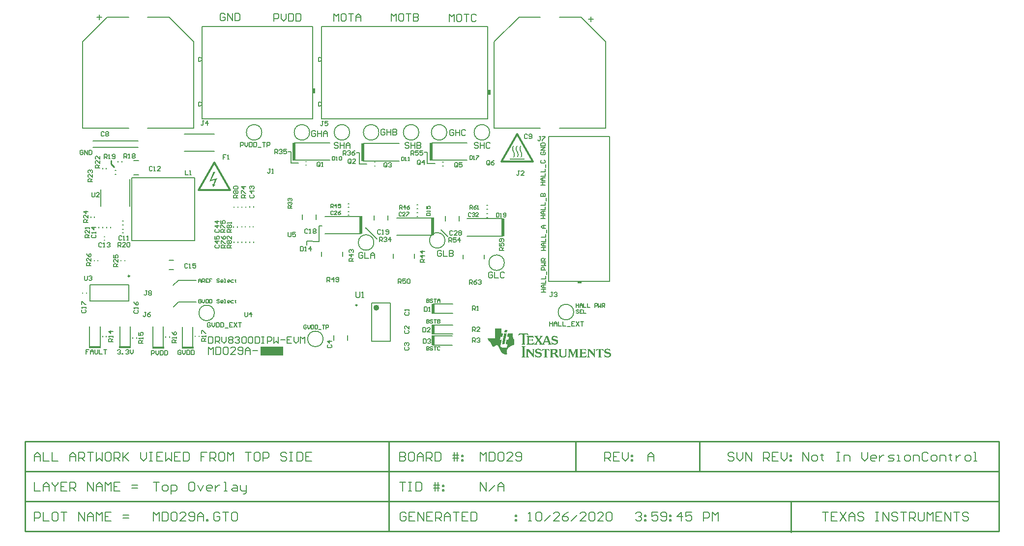
<source format=gto>
G04*
G04 #@! TF.GenerationSoftware,Altium Limited,Altium Designer,18.1.9 (240)*
G04*
G04 Layer_Color=65535*
%FSAX44Y44*%
%MOMM*%
G71*
G01*
G75*
%ADD10C,0.2500*%
%ADD11C,0.5000*%
%ADD12C,0.1778*%
%ADD13C,0.2000*%
%ADD14C,0.3556*%
%ADD15C,0.2032*%
%ADD16C,0.2540*%
%ADD17C,0.1270*%
%ADD18R,0.5080X1.7272*%
%ADD19R,0.5080X3.1496*%
%ADD20R,0.5000X0.9000*%
%ADD21R,0.7000X0.3000*%
%ADD22R,2.0000X0.4000*%
%ADD23R,3.9814X1.5479*%
G36*
X00955421Y00766318D02*
X00955675D01*
Y00766064D01*
X00955929D01*
Y00765810D01*
Y00765556D01*
X00955675D01*
Y00765302D01*
Y00765048D01*
X00955421D01*
Y00764794D01*
X00955167D01*
Y00764540D01*
Y00764286D01*
Y00764032D01*
X00954913D01*
Y00763778D01*
Y00763524D01*
Y00763270D01*
X00954659D01*
Y00763016D01*
Y00762762D01*
Y00762508D01*
Y00762254D01*
Y00762000D01*
Y00761746D01*
Y00761492D01*
Y00761238D01*
Y00760984D01*
Y00760730D01*
Y00760476D01*
Y00760222D01*
Y00759968D01*
X00954913D01*
Y00759714D01*
Y00759460D01*
Y00759206D01*
X00955167D01*
Y00758952D01*
Y00758698D01*
Y00758444D01*
X00955421D01*
Y00758190D01*
Y00757936D01*
X00955675D01*
Y00757682D01*
Y00757428D01*
X00955929D01*
Y00757174D01*
Y00756920D01*
X00956183D01*
Y00756666D01*
Y00756412D01*
X00956437D01*
Y00756158D01*
Y00755904D01*
X00956691D01*
Y00755650D01*
Y00755396D01*
Y00755142D01*
X00956945D01*
Y00754888D01*
Y00754634D01*
X00957199D01*
Y00754380D01*
Y00754126D01*
Y00753872D01*
X00957453D01*
Y00753618D01*
Y00753364D01*
Y00753110D01*
X00957707D01*
Y00752856D01*
Y00752602D01*
Y00752348D01*
Y00752094D01*
Y00751840D01*
Y00751586D01*
Y00751332D01*
Y00751078D01*
Y00750824D01*
Y00750570D01*
Y00750316D01*
Y00750062D01*
Y00749808D01*
Y00749554D01*
X00957453D01*
Y00749300D01*
Y00749046D01*
Y00748792D01*
Y00748538D01*
X00957199D01*
Y00748284D01*
Y00748030D01*
X00956945D01*
Y00747776D01*
Y00747522D01*
X00956691D01*
Y00747268D01*
Y00747014D01*
X00956437D01*
Y00746760D01*
X00955802D01*
Y00746506D01*
X00955040D01*
Y00746760D01*
X00954786D01*
Y00747014D01*
X00955040D01*
Y00747268D01*
Y00747522D01*
X00955294D01*
Y00747776D01*
Y00748030D01*
X00955548D01*
Y00748284D01*
Y00748538D01*
X00955802D01*
Y00748792D01*
Y00749046D01*
Y00749300D01*
X00956056D01*
Y00749554D01*
Y00749808D01*
Y00750062D01*
Y00750316D01*
Y00750570D01*
Y00750824D01*
Y00751078D01*
Y00751332D01*
Y00751586D01*
Y00751840D01*
Y00752094D01*
Y00752348D01*
Y00752602D01*
Y00752856D01*
X00955802D01*
Y00753110D01*
Y00753364D01*
Y00753618D01*
X00955548D01*
Y00753872D01*
Y00754126D01*
Y00754380D01*
X00955294D01*
Y00754634D01*
Y00754888D01*
X00955040D01*
Y00755142D01*
Y00755396D01*
X00954786D01*
Y00755650D01*
Y00755904D01*
X00954532D01*
Y00756158D01*
Y00756412D01*
X00954278D01*
Y00756666D01*
Y00756920D01*
X00954024D01*
Y00757174D01*
Y00757428D01*
Y00757682D01*
X00953770D01*
Y00757936D01*
Y00758190D01*
X00953516D01*
Y00758444D01*
Y00758698D01*
Y00758952D01*
X00953262D01*
Y00759206D01*
Y00759460D01*
Y00759714D01*
Y00759968D01*
X00953008D01*
Y00760222D01*
Y00760476D01*
Y00760730D01*
Y00760984D01*
Y00761238D01*
Y00761492D01*
Y00761746D01*
Y00762000D01*
Y00762254D01*
Y00762508D01*
Y00762762D01*
Y00763016D01*
X00953262D01*
Y00763270D01*
Y00763524D01*
Y00763778D01*
Y00764032D01*
X00953516D01*
Y00764286D01*
Y00764540D01*
X00953770D01*
Y00764794D01*
Y00765048D01*
X00954024D01*
Y00765302D01*
Y00765556D01*
X00954278D01*
Y00765810D01*
X00954532D01*
Y00766064D01*
Y00766318D01*
X00954786D01*
Y00766064D01*
X00955167D01*
Y00766318D01*
Y00766572D01*
X00955421D01*
Y00766318D01*
D02*
G37*
G36*
X00949071D02*
X00949325D01*
Y00766064D01*
X00949579D01*
Y00765810D01*
Y00765556D01*
X00949325D01*
Y00765302D01*
Y00765048D01*
X00949071D01*
Y00764794D01*
X00948817D01*
Y00764540D01*
Y00764286D01*
Y00764032D01*
X00948563D01*
Y00763778D01*
Y00763524D01*
Y00763270D01*
X00948309D01*
Y00763016D01*
Y00762762D01*
Y00762508D01*
Y00762254D01*
Y00762000D01*
Y00761746D01*
Y00761492D01*
Y00761238D01*
Y00760984D01*
Y00760730D01*
Y00760476D01*
Y00760222D01*
Y00759968D01*
X00948563D01*
Y00759714D01*
Y00759460D01*
Y00759206D01*
X00948817D01*
Y00758952D01*
Y00758698D01*
Y00758444D01*
X00949071D01*
Y00758190D01*
Y00757936D01*
X00949325D01*
Y00757682D01*
Y00757428D01*
X00949579D01*
Y00757174D01*
Y00756920D01*
X00949833D01*
Y00756666D01*
Y00756412D01*
X00950087D01*
Y00756158D01*
Y00755904D01*
X00950341D01*
Y00755650D01*
Y00755396D01*
Y00755142D01*
X00950595D01*
Y00754888D01*
Y00754634D01*
X00950849D01*
Y00754380D01*
Y00754126D01*
Y00753872D01*
X00951103D01*
Y00753618D01*
Y00753364D01*
Y00753110D01*
X00951357D01*
Y00752856D01*
Y00752602D01*
Y00752348D01*
Y00752094D01*
Y00751840D01*
Y00751586D01*
Y00751332D01*
Y00751078D01*
Y00750824D01*
Y00750570D01*
Y00750316D01*
Y00750062D01*
Y00749808D01*
Y00749554D01*
X00951103D01*
Y00749300D01*
Y00749046D01*
Y00748792D01*
Y00748538D01*
X00950849D01*
Y00748284D01*
Y00748030D01*
X00950595D01*
Y00747776D01*
Y00747522D01*
X00950341D01*
Y00747268D01*
Y00747014D01*
X00950087D01*
Y00746760D01*
X00949452D01*
Y00746506D01*
X00948690D01*
Y00746760D01*
X00948436D01*
Y00747014D01*
X00948690D01*
Y00747268D01*
Y00747522D01*
X00948944D01*
Y00747776D01*
Y00748030D01*
X00949198D01*
Y00748284D01*
Y00748538D01*
X00949452D01*
Y00748792D01*
Y00749046D01*
Y00749300D01*
X00949706D01*
Y00749554D01*
Y00749808D01*
Y00750062D01*
Y00750316D01*
Y00750570D01*
Y00750824D01*
Y00751078D01*
Y00751332D01*
Y00751586D01*
Y00751840D01*
Y00752094D01*
Y00752348D01*
Y00752602D01*
Y00752856D01*
X00949452D01*
Y00753110D01*
Y00753364D01*
Y00753618D01*
X00949198D01*
Y00753872D01*
Y00754126D01*
Y00754380D01*
X00948944D01*
Y00754634D01*
Y00754888D01*
X00948690D01*
Y00755142D01*
Y00755396D01*
X00948436D01*
Y00755650D01*
Y00755904D01*
X00948182D01*
Y00756158D01*
Y00756412D01*
X00947928D01*
Y00756666D01*
Y00756920D01*
X00947674D01*
Y00757174D01*
Y00757428D01*
Y00757682D01*
X00947420D01*
Y00757936D01*
Y00758190D01*
X00947166D01*
Y00758444D01*
Y00758698D01*
Y00758952D01*
X00946912D01*
Y00759206D01*
Y00759460D01*
Y00759714D01*
Y00759968D01*
X00946658D01*
Y00760222D01*
Y00760476D01*
Y00760730D01*
Y00760984D01*
Y00761238D01*
Y00761492D01*
Y00761746D01*
Y00762000D01*
Y00762254D01*
Y00762508D01*
Y00762762D01*
Y00763016D01*
X00946912D01*
Y00763270D01*
Y00763524D01*
Y00763778D01*
Y00764032D01*
X00947166D01*
Y00764286D01*
Y00764540D01*
X00947420D01*
Y00764794D01*
Y00765048D01*
X00947674D01*
Y00765302D01*
Y00765556D01*
X00947928D01*
Y00765810D01*
X00948182D01*
Y00766064D01*
Y00766318D01*
X00948436D01*
Y00766064D01*
X00948817D01*
Y00766318D01*
Y00766572D01*
X00949071D01*
Y00766318D01*
D02*
G37*
G36*
X00942721D02*
X00942975D01*
Y00766064D01*
X00943229D01*
Y00765810D01*
Y00765556D01*
X00942975D01*
Y00765302D01*
Y00765048D01*
X00942721D01*
Y00764794D01*
X00942467D01*
Y00764540D01*
Y00764286D01*
Y00764032D01*
X00942213D01*
Y00763778D01*
Y00763524D01*
Y00763270D01*
X00941959D01*
Y00763016D01*
Y00762762D01*
Y00762508D01*
Y00762254D01*
Y00762000D01*
Y00761746D01*
Y00761492D01*
Y00761238D01*
Y00760984D01*
Y00760730D01*
Y00760476D01*
Y00760222D01*
Y00759968D01*
X00942213D01*
Y00759714D01*
Y00759460D01*
Y00759206D01*
X00942467D01*
Y00758952D01*
Y00758698D01*
Y00758444D01*
X00942721D01*
Y00758190D01*
Y00757936D01*
X00942975D01*
Y00757682D01*
Y00757428D01*
X00943229D01*
Y00757174D01*
Y00756920D01*
X00943483D01*
Y00756666D01*
Y00756412D01*
X00943737D01*
Y00756158D01*
Y00755904D01*
X00943991D01*
Y00755650D01*
Y00755396D01*
Y00755142D01*
X00944245D01*
Y00754888D01*
Y00754634D01*
X00944499D01*
Y00754380D01*
Y00754126D01*
Y00753872D01*
X00944753D01*
Y00753618D01*
Y00753364D01*
Y00753110D01*
X00945007D01*
Y00752856D01*
Y00752602D01*
Y00752348D01*
Y00752094D01*
Y00751840D01*
Y00751586D01*
Y00751332D01*
Y00751078D01*
Y00750824D01*
Y00750570D01*
Y00750316D01*
Y00750062D01*
Y00749808D01*
Y00749554D01*
X00944753D01*
Y00749300D01*
Y00749046D01*
Y00748792D01*
Y00748538D01*
X00944499D01*
Y00748284D01*
Y00748030D01*
X00944245D01*
Y00747776D01*
Y00747522D01*
X00943991D01*
Y00747268D01*
Y00747014D01*
X00943737D01*
Y00746760D01*
X00943102D01*
Y00746506D01*
X00942340D01*
Y00746760D01*
X00942086D01*
Y00747014D01*
X00942340D01*
Y00747268D01*
Y00747522D01*
X00942594D01*
Y00747776D01*
Y00748030D01*
X00942848D01*
Y00748284D01*
Y00748538D01*
X00943102D01*
Y00748792D01*
Y00749046D01*
Y00749300D01*
X00943356D01*
Y00749554D01*
Y00749808D01*
Y00750062D01*
Y00750316D01*
Y00750570D01*
Y00750824D01*
Y00751078D01*
Y00751332D01*
Y00751586D01*
Y00751840D01*
Y00752094D01*
Y00752348D01*
Y00752602D01*
Y00752856D01*
X00943102D01*
Y00753110D01*
Y00753364D01*
Y00753618D01*
X00942848D01*
Y00753872D01*
Y00754126D01*
Y00754380D01*
X00942594D01*
Y00754634D01*
Y00754888D01*
X00942340D01*
Y00755142D01*
Y00755396D01*
X00942086D01*
Y00755650D01*
Y00755904D01*
X00941832D01*
Y00756158D01*
Y00756412D01*
X00941578D01*
Y00756666D01*
Y00756920D01*
X00941324D01*
Y00757174D01*
Y00757428D01*
Y00757682D01*
X00941070D01*
Y00757936D01*
Y00758190D01*
X00940816D01*
Y00758444D01*
Y00758698D01*
Y00758952D01*
X00940562D01*
Y00759206D01*
Y00759460D01*
Y00759714D01*
Y00759968D01*
X00940308D01*
Y00760222D01*
Y00760476D01*
Y00760730D01*
Y00760984D01*
Y00761238D01*
Y00761492D01*
Y00761746D01*
Y00762000D01*
Y00762254D01*
Y00762508D01*
Y00762762D01*
Y00763016D01*
X00940562D01*
Y00763270D01*
Y00763524D01*
Y00763778D01*
Y00764032D01*
X00940816D01*
Y00764286D01*
Y00764540D01*
X00941070D01*
Y00764794D01*
Y00765048D01*
X00941324D01*
Y00765302D01*
Y00765556D01*
X00941578D01*
Y00765810D01*
X00941832D01*
Y00766064D01*
Y00766318D01*
X00942086D01*
Y00766064D01*
X00942467D01*
Y00766318D01*
Y00766572D01*
X00942721D01*
Y00766318D01*
D02*
G37*
G36*
X00961898Y00742950D02*
X00936498D01*
Y00744728D01*
X00961898D01*
Y00742950D01*
D02*
G37*
G36*
X00422645Y00708073D02*
X00432297Y00710867D01*
X00427217Y00699183D01*
X00429249Y00699691D01*
X00425185Y00695119D01*
X00424423Y00700453D01*
X00425693Y00699437D01*
X00428233Y00707819D01*
X00418835Y00704771D01*
X00425693Y00721535D01*
X00429503D01*
X00422645Y00708073D01*
D02*
G37*
G36*
X00932088Y00448810D02*
Y00448625D01*
Y00448440D01*
Y00448256D01*
X00931904D01*
Y00448071D01*
Y00447886D01*
Y00447702D01*
Y00447517D01*
Y00447332D01*
X00931719D01*
Y00447148D01*
Y00446963D01*
Y00446778D01*
Y00446594D01*
Y00446409D01*
X00931534D01*
Y00446224D01*
Y00446040D01*
Y00445855D01*
Y00445670D01*
Y00445486D01*
X00931349D01*
Y00445301D01*
Y00445117D01*
Y00444932D01*
Y00444747D01*
X00926918D01*
Y00444932D01*
Y00445117D01*
X00927102D01*
Y00445301D01*
Y00445486D01*
Y00445670D01*
Y00445855D01*
Y00446040D01*
X00927287D01*
Y00446224D01*
Y00446409D01*
Y00446594D01*
Y00446778D01*
Y00446963D01*
X00927472D01*
Y00447148D01*
Y00447332D01*
Y00447517D01*
Y00447702D01*
Y00447886D01*
X00927656D01*
Y00448071D01*
Y00448256D01*
Y00448440D01*
Y00448625D01*
Y00448810D01*
X00927841D01*
Y00448994D01*
X00932088D01*
Y00448810D01*
D02*
G37*
G36*
X00967542Y00442716D02*
Y00442531D01*
Y00442347D01*
X00967727D01*
Y00442162D01*
Y00441977D01*
Y00441793D01*
X00967912D01*
Y00441608D01*
Y00441423D01*
Y00441239D01*
X00968096D01*
Y00441054D01*
Y00440869D01*
Y00440685D01*
X00968281D01*
Y00440500D01*
Y00440315D01*
Y00440131D01*
X00968466D01*
Y00439946D01*
Y00439761D01*
Y00439577D01*
X00968650D01*
Y00439392D01*
X00968466D01*
Y00439207D01*
X00968096D01*
Y00439392D01*
Y00439577D01*
X00967912D01*
Y00439761D01*
X00967727D01*
Y00439946D01*
X00967542D01*
Y00440131D01*
X00967173D01*
Y00440315D01*
X00966989D01*
Y00440500D01*
X00966434D01*
Y00440685D01*
X00965696D01*
Y00440869D01*
X00961818D01*
Y00440685D01*
X00961633D01*
Y00440500D01*
Y00440315D01*
X00961449D01*
Y00440131D01*
Y00439946D01*
Y00439761D01*
Y00439577D01*
Y00439392D01*
Y00439207D01*
Y00439023D01*
Y00438838D01*
Y00438653D01*
Y00438469D01*
Y00438284D01*
Y00438100D01*
Y00437915D01*
Y00437730D01*
Y00437546D01*
Y00437361D01*
Y00437176D01*
Y00436992D01*
Y00436807D01*
Y00436622D01*
Y00436437D01*
Y00436253D01*
Y00436068D01*
Y00435884D01*
Y00435699D01*
Y00435514D01*
Y00435330D01*
Y00435145D01*
Y00434960D01*
Y00434776D01*
Y00434591D01*
Y00434406D01*
Y00434222D01*
Y00434037D01*
Y00433852D01*
Y00433668D01*
Y00433483D01*
Y00433298D01*
Y00433114D01*
Y00432929D01*
Y00432744D01*
Y00432560D01*
Y00432375D01*
Y00432190D01*
Y00432006D01*
Y00431821D01*
Y00431636D01*
Y00431452D01*
Y00431267D01*
Y00431082D01*
Y00430898D01*
Y00430713D01*
Y00430528D01*
Y00430344D01*
Y00430159D01*
Y00429975D01*
Y00429790D01*
Y00429605D01*
Y00429421D01*
Y00429236D01*
Y00429051D01*
Y00428867D01*
Y00428682D01*
Y00428497D01*
Y00428313D01*
Y00428128D01*
Y00427943D01*
Y00427759D01*
Y00427574D01*
Y00427389D01*
Y00427205D01*
Y00427020D01*
Y00426835D01*
Y00426651D01*
Y00426466D01*
Y00426281D01*
Y00426097D01*
Y00425912D01*
Y00425727D01*
X00961633D01*
Y00425543D01*
Y00425358D01*
Y00425173D01*
X00961818D01*
Y00424989D01*
X00962003D01*
Y00424804D01*
X00962187D01*
Y00424619D01*
X00962557D01*
Y00424435D01*
X00962926D01*
Y00424250D01*
Y00424065D01*
Y00423881D01*
X00956648D01*
Y00424065D01*
Y00424250D01*
Y00424435D01*
X00957017D01*
Y00424619D01*
X00957386D01*
Y00424804D01*
X00957571D01*
Y00424989D01*
X00957756D01*
Y00425173D01*
X00957940D01*
Y00425358D01*
Y00425543D01*
Y00425727D01*
Y00425912D01*
X00958125D01*
Y00426097D01*
Y00426281D01*
Y00426466D01*
Y00426651D01*
Y00426835D01*
Y00427020D01*
Y00427205D01*
Y00427389D01*
Y00427574D01*
Y00427759D01*
Y00427943D01*
Y00428128D01*
Y00428313D01*
Y00428497D01*
Y00428682D01*
Y00428867D01*
Y00429051D01*
Y00429236D01*
Y00429421D01*
Y00429605D01*
Y00429790D01*
Y00429975D01*
Y00430159D01*
Y00430344D01*
Y00430528D01*
Y00430713D01*
Y00430898D01*
Y00431082D01*
Y00431267D01*
Y00431452D01*
Y00431636D01*
Y00431821D01*
Y00432006D01*
Y00432190D01*
Y00432375D01*
Y00432560D01*
Y00432744D01*
Y00432929D01*
Y00433114D01*
Y00433298D01*
Y00433483D01*
Y00433668D01*
Y00433852D01*
Y00434037D01*
Y00434222D01*
Y00434406D01*
Y00434591D01*
Y00434776D01*
Y00434960D01*
Y00435145D01*
Y00435330D01*
Y00435514D01*
Y00435699D01*
Y00435884D01*
Y00436068D01*
Y00436253D01*
Y00436437D01*
Y00436622D01*
Y00436807D01*
Y00436992D01*
Y00437176D01*
Y00437361D01*
Y00437546D01*
Y00437730D01*
Y00437915D01*
Y00438100D01*
Y00438284D01*
Y00438469D01*
Y00438653D01*
Y00438838D01*
Y00439023D01*
Y00439207D01*
Y00439392D01*
Y00439577D01*
Y00439761D01*
Y00439946D01*
Y00440131D01*
X00957940D01*
Y00440315D01*
Y00440500D01*
Y00440685D01*
X00957571D01*
Y00440869D01*
X00953878D01*
Y00440685D01*
X00953139D01*
Y00440500D01*
X00952585D01*
Y00440315D01*
X00952401D01*
Y00440131D01*
X00952031D01*
Y00439946D01*
X00951847D01*
Y00439761D01*
X00951662D01*
Y00439577D01*
X00951477D01*
Y00439392D01*
X00951293D01*
Y00439207D01*
X00951108D01*
Y00439392D01*
X00950923D01*
Y00439577D01*
Y00439761D01*
Y00439946D01*
X00951108D01*
Y00440131D01*
Y00440315D01*
X00951293D01*
Y00440500D01*
Y00440685D01*
Y00440869D01*
X00951477D01*
Y00441054D01*
Y00441239D01*
Y00441423D01*
X00951662D01*
Y00441608D01*
Y00441793D01*
Y00441977D01*
X00951847D01*
Y00442162D01*
Y00442347D01*
Y00442531D01*
X00952031D01*
Y00442716D01*
Y00442901D01*
X00967542D01*
Y00442716D01*
D02*
G37*
G36*
X00976591Y00438284D02*
Y00438100D01*
X00976775D01*
Y00437915D01*
Y00437730D01*
X00976960D01*
Y00437546D01*
Y00437361D01*
Y00437176D01*
X00977145D01*
Y00436992D01*
Y00436807D01*
Y00436622D01*
X00977329D01*
Y00436437D01*
Y00436253D01*
Y00436068D01*
X00977514D01*
Y00435884D01*
Y00435699D01*
X00977699D01*
Y00435514D01*
Y00435330D01*
Y00435145D01*
Y00434960D01*
X00977145D01*
Y00435145D01*
X00976960D01*
Y00435330D01*
X00976775D01*
Y00435514D01*
X00976591D01*
Y00435699D01*
X00976406D01*
Y00435884D01*
X00976221D01*
Y00436068D01*
X00975852D01*
Y00436253D01*
X00975483D01*
Y00436437D01*
X00974929D01*
Y00436622D01*
X00970128D01*
Y00436437D01*
X00969943D01*
Y00436253D01*
X00969758D01*
Y00436068D01*
Y00435884D01*
Y00435699D01*
Y00435514D01*
Y00435330D01*
Y00435145D01*
Y00434960D01*
Y00434776D01*
Y00434591D01*
Y00434406D01*
Y00434222D01*
Y00434037D01*
Y00433852D01*
Y00433668D01*
Y00433483D01*
Y00433298D01*
Y00433114D01*
Y00432929D01*
Y00432744D01*
Y00432560D01*
Y00432375D01*
X00974559D01*
Y00432560D01*
X00974929D01*
Y00432744D01*
X00975114D01*
Y00432929D01*
Y00433114D01*
X00975298D01*
Y00433298D01*
Y00433483D01*
X00975852D01*
Y00433298D01*
Y00433114D01*
Y00432929D01*
Y00432744D01*
Y00432560D01*
Y00432375D01*
Y00432190D01*
Y00432006D01*
Y00431821D01*
Y00431636D01*
Y00431452D01*
Y00431267D01*
Y00431082D01*
Y00430898D01*
Y00430713D01*
Y00430528D01*
Y00430344D01*
Y00430159D01*
Y00429975D01*
Y00429790D01*
Y00429605D01*
Y00429421D01*
X00975298D01*
Y00429605D01*
Y00429790D01*
Y00429975D01*
X00975114D01*
Y00430159D01*
X00974929D01*
Y00430344D01*
X00974744D01*
Y00430528D01*
X00974190D01*
Y00430713D01*
X00969758D01*
Y00430528D01*
Y00430344D01*
Y00430159D01*
Y00429975D01*
Y00429790D01*
Y00429605D01*
Y00429421D01*
Y00429236D01*
Y00429051D01*
Y00428867D01*
Y00428682D01*
Y00428497D01*
Y00428313D01*
Y00428128D01*
Y00427943D01*
Y00427759D01*
Y00427574D01*
Y00427389D01*
Y00427205D01*
Y00427020D01*
Y00426835D01*
Y00426651D01*
Y00426466D01*
Y00426281D01*
Y00426097D01*
X00969943D01*
Y00425912D01*
Y00425727D01*
X00970497D01*
Y00425543D01*
X00974375D01*
Y00425727D01*
X00975667D01*
Y00425912D01*
X00976221D01*
Y00426097D01*
X00976591D01*
Y00426281D01*
X00976775D01*
Y00426466D01*
X00977145D01*
Y00426651D01*
X00977329D01*
Y00426835D01*
X00977514D01*
Y00427020D01*
X00977699D01*
Y00427205D01*
X00977883D01*
Y00427389D01*
X00978068D01*
Y00427574D01*
X00978253D01*
Y00427389D01*
X00978437D01*
Y00427205D01*
Y00427020D01*
X00978253D01*
Y00426835D01*
Y00426651D01*
Y00426466D01*
X00978068D01*
Y00426281D01*
Y00426097D01*
X00977883D01*
Y00425912D01*
Y00425727D01*
Y00425543D01*
X00977699D01*
Y00425358D01*
Y00425173D01*
X00977514D01*
Y00424989D01*
Y00424804D01*
Y00424619D01*
X00977329D01*
Y00424435D01*
Y00424250D01*
X00977145D01*
Y00424065D01*
Y00423881D01*
X00965142D01*
Y00424065D01*
Y00424250D01*
Y00424435D01*
X00965696D01*
Y00424619D01*
X00966065D01*
Y00424804D01*
X00966250D01*
Y00424989D01*
X00966434D01*
Y00425173D01*
Y00425358D01*
X00966619D01*
Y00425543D01*
Y00425727D01*
Y00425912D01*
Y00426097D01*
Y00426281D01*
Y00426466D01*
Y00426651D01*
Y00426835D01*
Y00427020D01*
Y00427205D01*
Y00427389D01*
Y00427574D01*
Y00427759D01*
Y00427943D01*
Y00428128D01*
Y00428313D01*
Y00428497D01*
Y00428682D01*
Y00428867D01*
Y00429051D01*
Y00429236D01*
Y00429421D01*
Y00429605D01*
Y00429790D01*
Y00429975D01*
Y00430159D01*
Y00430344D01*
Y00430528D01*
Y00430713D01*
Y00430898D01*
Y00431082D01*
Y00431267D01*
Y00431452D01*
Y00431636D01*
Y00431821D01*
Y00432006D01*
Y00432190D01*
Y00432375D01*
Y00432560D01*
Y00432744D01*
Y00432929D01*
Y00433114D01*
Y00433298D01*
Y00433483D01*
Y00433668D01*
Y00433852D01*
Y00434037D01*
Y00434222D01*
Y00434406D01*
Y00434591D01*
Y00434776D01*
Y00434960D01*
Y00435145D01*
Y00435330D01*
Y00435514D01*
Y00435699D01*
Y00435884D01*
Y00436068D01*
Y00436253D01*
Y00436437D01*
Y00436622D01*
Y00436807D01*
Y00436992D01*
X00966434D01*
Y00437176D01*
Y00437361D01*
X00966250D01*
Y00437546D01*
X00966065D01*
Y00437730D01*
X00965511D01*
Y00437915D01*
X00965142D01*
Y00438100D01*
Y00438284D01*
Y00438469D01*
X00976591D01*
Y00438284D01*
D02*
G37*
G36*
X01014446Y00438469D02*
X01015184D01*
Y00438284D01*
X01015738D01*
Y00438100D01*
X01016107D01*
Y00437915D01*
X01016477D01*
Y00437730D01*
X01016662D01*
Y00437915D01*
X01016846D01*
Y00438100D01*
Y00438284D01*
Y00438469D01*
X01017585D01*
Y00438284D01*
X01017769D01*
Y00438100D01*
Y00437915D01*
Y00437730D01*
Y00437546D01*
X01017954D01*
Y00437361D01*
Y00437176D01*
Y00436992D01*
X01018139D01*
Y00436807D01*
Y00436622D01*
Y00436437D01*
Y00436253D01*
X01018323D01*
Y00436068D01*
Y00435884D01*
Y00435699D01*
X01018508D01*
Y00435514D01*
Y00435330D01*
Y00435145D01*
Y00434960D01*
X01018693D01*
Y00434776D01*
Y00434591D01*
X01018508D01*
Y00434406D01*
X01018139D01*
Y00434591D01*
X01017954D01*
Y00434776D01*
X01017769D01*
Y00434960D01*
X01017585D01*
Y00435145D01*
X01017400D01*
Y00435330D01*
X01017215D01*
Y00435514D01*
X01017031D01*
Y00435699D01*
X01016662D01*
Y00435884D01*
X01016477D01*
Y00436068D01*
X01016107D01*
Y00436253D01*
X01015554D01*
Y00436437D01*
X01015000D01*
Y00436622D01*
X01014261D01*
Y00436807D01*
X01012599D01*
Y00436622D01*
X01011860D01*
Y00436437D01*
X01011491D01*
Y00436253D01*
X01011122D01*
Y00436068D01*
X01010937D01*
Y00435884D01*
Y00435699D01*
X01010752D01*
Y00435514D01*
Y00435330D01*
Y00435145D01*
Y00434960D01*
Y00434776D01*
Y00434591D01*
Y00434406D01*
Y00434222D01*
X01010937D01*
Y00434037D01*
X01011122D01*
Y00433852D01*
X01011306D01*
Y00433668D01*
X01011860D01*
Y00433483D01*
X01012414D01*
Y00433298D01*
X01013153D01*
Y00433114D01*
X01013892D01*
Y00432929D01*
X01014815D01*
Y00432744D01*
X01015554D01*
Y00432560D01*
X01016292D01*
Y00432375D01*
X01016846D01*
Y00432190D01*
X01017215D01*
Y00432006D01*
X01017585D01*
Y00431821D01*
X01017954D01*
Y00431636D01*
X01018323D01*
Y00431452D01*
X01018508D01*
Y00431267D01*
X01018693D01*
Y00431082D01*
X01018877D01*
Y00430898D01*
X01019062D01*
Y00430713D01*
Y00430528D01*
X01019247D01*
Y00430344D01*
Y00430159D01*
X01019431D01*
Y00429975D01*
Y00429790D01*
Y00429605D01*
X01019616D01*
Y00429421D01*
Y00429236D01*
Y00429051D01*
Y00428867D01*
Y00428682D01*
Y00428497D01*
Y00428313D01*
Y00428128D01*
Y00427943D01*
Y00427759D01*
Y00427574D01*
Y00427389D01*
Y00427205D01*
Y00427020D01*
X01019431D01*
Y00426835D01*
Y00426651D01*
Y00426466D01*
X01019247D01*
Y00426281D01*
Y00426097D01*
X01019062D01*
Y00425912D01*
Y00425727D01*
X01018877D01*
Y00425543D01*
X01018693D01*
Y00425358D01*
X01018508D01*
Y00425173D01*
X01018323D01*
Y00424989D01*
X01018139D01*
Y00424804D01*
X01017954D01*
Y00424619D01*
X01017585D01*
Y00424435D01*
X01017215D01*
Y00424250D01*
X01016846D01*
Y00424065D01*
X01016292D01*
Y00423881D01*
X01015554D01*
Y00423696D01*
X01012230D01*
Y00423881D01*
X01011491D01*
Y00424065D01*
X01010937D01*
Y00424250D01*
X01010568D01*
Y00424435D01*
X01010199D01*
Y00424619D01*
X01009829D01*
Y00424435D01*
X01009644D01*
Y00424250D01*
Y00424065D01*
Y00423881D01*
X01008721D01*
Y00424065D01*
Y00424250D01*
Y00424435D01*
Y00424619D01*
X01008537D01*
Y00424804D01*
Y00424989D01*
Y00425173D01*
X01008352D01*
Y00425358D01*
Y00425543D01*
Y00425727D01*
Y00425912D01*
X01008167D01*
Y00426097D01*
Y00426281D01*
Y00426466D01*
Y00426651D01*
X01007983D01*
Y00426835D01*
Y00427020D01*
Y00427205D01*
Y00427389D01*
X01007798D01*
Y00427574D01*
Y00427759D01*
Y00427943D01*
X01007613D01*
Y00428128D01*
Y00428313D01*
X01007798D01*
Y00428497D01*
X01008167D01*
Y00428313D01*
X01008352D01*
Y00428128D01*
X01008537D01*
Y00427943D01*
X01008721D01*
Y00427759D01*
X01008906D01*
Y00427574D01*
X01009090D01*
Y00427389D01*
X01009275D01*
Y00427205D01*
X01009460D01*
Y00427020D01*
X01009644D01*
Y00426835D01*
X01009829D01*
Y00426651D01*
X01010199D01*
Y00426466D01*
X01010568D01*
Y00426281D01*
X01010752D01*
Y00426097D01*
X01011306D01*
Y00425912D01*
X01011676D01*
Y00425727D01*
X01012414D01*
Y00425543D01*
X01015000D01*
Y00425727D01*
X01015554D01*
Y00425912D01*
X01015923D01*
Y00426097D01*
X01016107D01*
Y00426281D01*
X01016292D01*
Y00426466D01*
X01016477D01*
Y00426651D01*
X01016662D01*
Y00426835D01*
Y00427020D01*
Y00427205D01*
X01016846D01*
Y00427389D01*
Y00427574D01*
Y00427759D01*
Y00427943D01*
Y00428128D01*
X01016662D01*
Y00428313D01*
Y00428497D01*
Y00428682D01*
X01016477D01*
Y00428867D01*
X01016292D01*
Y00429051D01*
X01016107D01*
Y00429236D01*
X01015738D01*
Y00429421D01*
X01015184D01*
Y00429605D01*
X01014446D01*
Y00429790D01*
X01013707D01*
Y00429975D01*
X01012784D01*
Y00430159D01*
X01012045D01*
Y00430344D01*
X01011306D01*
Y00430528D01*
X01010752D01*
Y00430713D01*
X01010383D01*
Y00430898D01*
X01010014D01*
Y00431082D01*
X01009644D01*
Y00431267D01*
X01009460D01*
Y00431452D01*
X01009275D01*
Y00431636D01*
X01008906D01*
Y00431821D01*
Y00432006D01*
X01008721D01*
Y00432190D01*
X01008537D01*
Y00432375D01*
Y00432560D01*
X01008352D01*
Y00432744D01*
Y00432929D01*
X01008167D01*
Y00433114D01*
Y00433298D01*
Y00433483D01*
Y00433668D01*
X01007983D01*
Y00433852D01*
Y00434037D01*
Y00434222D01*
Y00434406D01*
Y00434591D01*
Y00434776D01*
Y00434960D01*
Y00435145D01*
X01008167D01*
Y00435330D01*
Y00435514D01*
Y00435699D01*
Y00435884D01*
X01008352D01*
Y00436068D01*
Y00436253D01*
X01008537D01*
Y00436437D01*
Y00436622D01*
X01008721D01*
Y00436807D01*
X01008906D01*
Y00436992D01*
X01009090D01*
Y00437176D01*
X01009275D01*
Y00437361D01*
X01009460D01*
Y00437546D01*
X01009644D01*
Y00437730D01*
X01009829D01*
Y00437915D01*
X01010199D01*
Y00438100D01*
X01010568D01*
Y00438284D01*
X01011122D01*
Y00438469D01*
X01012045D01*
Y00438653D01*
X01014446D01*
Y00438469D01*
D02*
G37*
G36*
X01001889Y00438284D02*
Y00438100D01*
X01002074D01*
Y00437915D01*
Y00437730D01*
Y00437546D01*
X01002258D01*
Y00437361D01*
Y00437176D01*
Y00436992D01*
X01002443D01*
Y00436807D01*
Y00436622D01*
X01002627D01*
Y00436437D01*
Y00436253D01*
Y00436068D01*
X01002812D01*
Y00435884D01*
Y00435699D01*
X01002997D01*
Y00435514D01*
Y00435330D01*
Y00435145D01*
X01003182D01*
Y00434960D01*
Y00434776D01*
Y00434591D01*
X01003366D01*
Y00434406D01*
Y00434222D01*
X01003551D01*
Y00434037D01*
Y00433852D01*
Y00433668D01*
X01003736D01*
Y00433483D01*
Y00433298D01*
Y00433114D01*
X01003920D01*
Y00432929D01*
Y00432744D01*
X01004105D01*
Y00432560D01*
Y00432375D01*
Y00432190D01*
X01004289D01*
Y00432006D01*
Y00431821D01*
X01004474D01*
Y00431636D01*
Y00431452D01*
Y00431267D01*
X01004659D01*
Y00431082D01*
Y00430898D01*
Y00430713D01*
X01004843D01*
Y00430528D01*
Y00430344D01*
X01005028D01*
Y00430159D01*
Y00429975D01*
Y00429790D01*
X01005213D01*
Y00429605D01*
Y00429421D01*
Y00429236D01*
X01005397D01*
Y00429051D01*
Y00428867D01*
X01005582D01*
Y00428682D01*
Y00428497D01*
Y00428313D01*
X01005767D01*
Y00428128D01*
Y00427943D01*
X01005951D01*
Y00427759D01*
Y00427574D01*
Y00427389D01*
X01006136D01*
Y00427205D01*
Y00427020D01*
Y00426835D01*
X01006321D01*
Y00426651D01*
Y00426466D01*
X01006505D01*
Y00426281D01*
Y00426097D01*
Y00425912D01*
X01006690D01*
Y00425727D01*
Y00425543D01*
X01006875D01*
Y00425358D01*
X01007059D01*
Y00425173D01*
X01007244D01*
Y00424989D01*
X01007429D01*
Y00424804D01*
X01007613D01*
Y00424619D01*
X01007983D01*
Y00424435D01*
X01008167D01*
Y00424250D01*
Y00424065D01*
Y00423881D01*
X01002074D01*
Y00424065D01*
Y00424250D01*
Y00424435D01*
X01002627D01*
Y00424619D01*
X01002812D01*
Y00424804D01*
X01002997D01*
Y00424989D01*
X01003182D01*
Y00425173D01*
Y00425358D01*
Y00425543D01*
Y00425727D01*
Y00425912D01*
X01002997D01*
Y00426097D01*
Y00426281D01*
Y00426466D01*
X01002812D01*
Y00426651D01*
Y00426835D01*
X01002627D01*
Y00427020D01*
Y00427205D01*
Y00427389D01*
X01002443D01*
Y00427574D01*
Y00427759D01*
Y00427943D01*
X00996349D01*
Y00427759D01*
Y00427574D01*
Y00427389D01*
X00996164D01*
Y00427205D01*
Y00427020D01*
X00995980D01*
Y00426835D01*
Y00426651D01*
Y00426466D01*
X00995795D01*
Y00426281D01*
Y00426097D01*
Y00425912D01*
X00995611D01*
Y00425727D01*
Y00425543D01*
Y00425358D01*
Y00425173D01*
Y00424989D01*
Y00424804D01*
X00995795D01*
Y00424619D01*
X00996164D01*
Y00424435D01*
X00996719D01*
Y00424250D01*
Y00424065D01*
Y00423881D01*
X00986747D01*
Y00424065D01*
Y00424250D01*
Y00424435D01*
X00987301D01*
Y00424619D01*
X00987670D01*
Y00424804D01*
X00987855D01*
Y00424989D01*
X00988039D01*
Y00425173D01*
Y00425358D01*
Y00425543D01*
Y00425727D01*
X00987855D01*
Y00425912D01*
Y00426097D01*
X00987670D01*
Y00426281D01*
X00987486D01*
Y00426466D01*
X00987301D01*
Y00426651D01*
Y00426835D01*
X00987116D01*
Y00427020D01*
X00986932D01*
Y00427205D01*
Y00427389D01*
X00986747D01*
Y00427574D01*
X00986562D01*
Y00427759D01*
Y00427943D01*
X00986378D01*
Y00428128D01*
X00986193D01*
Y00428313D01*
Y00428497D01*
X00986008D01*
Y00428682D01*
X00985824D01*
Y00428867D01*
X00985639D01*
Y00429051D01*
Y00429236D01*
X00985454D01*
Y00429421D01*
X00985270D01*
Y00429605D01*
Y00429790D01*
X00985085D01*
Y00429605D01*
X00984900D01*
Y00429421D01*
Y00429236D01*
X00984716D01*
Y00429051D01*
Y00428867D01*
X00984531D01*
Y00428682D01*
X00984346D01*
Y00428497D01*
Y00428313D01*
X00984162D01*
Y00428128D01*
X00983977D01*
Y00427943D01*
Y00427759D01*
X00983792D01*
Y00427574D01*
X00983608D01*
Y00427389D01*
Y00427205D01*
X00983423D01*
Y00427020D01*
X00983238D01*
Y00426835D01*
Y00426651D01*
X00983054D01*
Y00426466D01*
Y00426281D01*
X00982869D01*
Y00426097D01*
X00982684D01*
Y00425912D01*
Y00425727D01*
X00982500D01*
Y00425543D01*
Y00425358D01*
Y00425173D01*
Y00424989D01*
Y00424804D01*
X00982684D01*
Y00424619D01*
X00983054D01*
Y00424435D01*
X00983608D01*
Y00424250D01*
Y00424065D01*
Y00423881D01*
X00978068D01*
Y00424065D01*
Y00424250D01*
Y00424435D01*
X00978437D01*
Y00424619D01*
X00978991D01*
Y00424804D01*
X00979361D01*
Y00424989D01*
X00979545D01*
Y00425173D01*
X00979730D01*
Y00425358D01*
X00979915D01*
Y00425543D01*
X00980099D01*
Y00425727D01*
X00980284D01*
Y00425912D01*
X00980469D01*
Y00426097D01*
X00980653D01*
Y00426281D01*
Y00426466D01*
X00980838D01*
Y00426651D01*
X00981022D01*
Y00426835D01*
Y00427020D01*
X00981207D01*
Y00427205D01*
X00981392D01*
Y00427389D01*
X00981577D01*
Y00427574D01*
Y00427759D01*
X00981761D01*
Y00427943D01*
X00981946D01*
Y00428128D01*
Y00428313D01*
X00982131D01*
Y00428497D01*
X00982315D01*
Y00428682D01*
X00982500D01*
Y00428867D01*
Y00429051D01*
X00982684D01*
Y00429236D01*
X00982869D01*
Y00429421D01*
Y00429605D01*
X00983054D01*
Y00429790D01*
X00983238D01*
Y00429975D01*
Y00430159D01*
X00983423D01*
Y00430344D01*
X00983608D01*
Y00430528D01*
X00983792D01*
Y00430713D01*
Y00430898D01*
X00983977D01*
Y00431082D01*
Y00431267D01*
Y00431452D01*
X00983792D01*
Y00431636D01*
X00983608D01*
Y00431821D01*
Y00432006D01*
X00983423D01*
Y00432190D01*
X00983238D01*
Y00432375D01*
X00983054D01*
Y00432560D01*
Y00432744D01*
X00982869D01*
Y00432929D01*
X00982684D01*
Y00433114D01*
Y00433298D01*
X00982500D01*
Y00433483D01*
X00982315D01*
Y00433668D01*
Y00433852D01*
X00982131D01*
Y00434037D01*
X00981946D01*
Y00434222D01*
X00981761D01*
Y00434406D01*
Y00434591D01*
X00981577D01*
Y00434776D01*
X00981392D01*
Y00434960D01*
Y00435145D01*
X00981207D01*
Y00435330D01*
X00981022D01*
Y00435514D01*
X00980838D01*
Y00435699D01*
Y00435884D01*
X00980653D01*
Y00436068D01*
X00980469D01*
Y00436253D01*
Y00436437D01*
X00980284D01*
Y00436622D01*
X00980099D01*
Y00436807D01*
X00979915D01*
Y00436992D01*
X00979730D01*
Y00437176D01*
X00979545D01*
Y00437361D01*
X00979361D01*
Y00437546D01*
X00978991D01*
Y00437730D01*
X00978622D01*
Y00437915D01*
X00978253D01*
Y00438100D01*
Y00438284D01*
Y00438469D01*
X00985085D01*
Y00438284D01*
Y00438100D01*
Y00437915D01*
X00984716D01*
Y00437730D01*
X00984346D01*
Y00437546D01*
X00984162D01*
Y00437361D01*
Y00437176D01*
X00983977D01*
Y00436992D01*
Y00436807D01*
X00984162D01*
Y00436622D01*
Y00436437D01*
X00984346D01*
Y00436253D01*
Y00436068D01*
X00984531D01*
Y00435884D01*
Y00435699D01*
X00984716D01*
Y00435514D01*
X00984900D01*
Y00435330D01*
Y00435145D01*
X00985085D01*
Y00434960D01*
X00985270D01*
Y00434776D01*
Y00434591D01*
X00985454D01*
Y00434406D01*
X00985639D01*
Y00434222D01*
Y00434037D01*
X00985824D01*
Y00433852D01*
X00986008D01*
Y00433668D01*
Y00433483D01*
X00986193D01*
Y00433298D01*
X00986378D01*
Y00433114D01*
X00986562D01*
Y00433298D01*
X00986747D01*
Y00433483D01*
Y00433668D01*
X00986932D01*
Y00433852D01*
X00987116D01*
Y00434037D01*
Y00434222D01*
X00987301D01*
Y00434406D01*
X00987486D01*
Y00434591D01*
Y00434776D01*
X00987670D01*
Y00434960D01*
X00987855D01*
Y00435145D01*
Y00435330D01*
X00988039D01*
Y00435514D01*
X00988224D01*
Y00435699D01*
Y00435884D01*
X00988409D01*
Y00436068D01*
X00988594D01*
Y00436253D01*
Y00436437D01*
X00988778D01*
Y00436622D01*
X00988963D01*
Y00436807D01*
Y00436992D01*
Y00437176D01*
Y00437361D01*
Y00437546D01*
X00988778D01*
Y00437730D01*
X00988409D01*
Y00437915D01*
X00987855D01*
Y00438100D01*
Y00438284D01*
Y00438469D01*
X00993025D01*
Y00438284D01*
Y00438100D01*
Y00437915D01*
X00992841D01*
Y00437730D01*
X00992287D01*
Y00437546D01*
X00991917D01*
Y00437361D01*
X00991733D01*
Y00437176D01*
X00991548D01*
Y00436992D01*
X00991363D01*
Y00436807D01*
X00991179D01*
Y00436622D01*
X00990994D01*
Y00436437D01*
X00990809D01*
Y00436253D01*
X00990625D01*
Y00436068D01*
Y00435884D01*
X00990440D01*
Y00435699D01*
X00990255D01*
Y00435514D01*
Y00435330D01*
X00990071D01*
Y00435145D01*
X00989886D01*
Y00434960D01*
X00989701D01*
Y00434776D01*
Y00434591D01*
X00989517D01*
Y00434406D01*
X00989332D01*
Y00434222D01*
Y00434037D01*
X00989147D01*
Y00433852D01*
X00988963D01*
Y00433668D01*
Y00433483D01*
X00988778D01*
Y00433298D01*
X00988594D01*
Y00433114D01*
X00988409D01*
Y00432929D01*
Y00432744D01*
X00988224D01*
Y00432560D01*
X00988039D01*
Y00432375D01*
Y00432190D01*
X00987855D01*
Y00432006D01*
X00987670D01*
Y00431821D01*
X00987486D01*
Y00431636D01*
X00987670D01*
Y00431452D01*
Y00431267D01*
X00987855D01*
Y00431082D01*
X00988039D01*
Y00430898D01*
Y00430713D01*
X00988224D01*
Y00430528D01*
X00988409D01*
Y00430344D01*
X00988594D01*
Y00430159D01*
Y00429975D01*
X00988778D01*
Y00429790D01*
X00988963D01*
Y00429605D01*
Y00429421D01*
X00989147D01*
Y00429236D01*
X00989332D01*
Y00429051D01*
X00989517D01*
Y00428867D01*
Y00428682D01*
X00989701D01*
Y00428497D01*
X00989886D01*
Y00428313D01*
Y00428128D01*
X00990071D01*
Y00427943D01*
X00990255D01*
Y00427759D01*
Y00427574D01*
X00990440D01*
Y00427389D01*
X00990625D01*
Y00427205D01*
X00990809D01*
Y00427020D01*
Y00426835D01*
X00990994D01*
Y00426651D01*
X00991179D01*
Y00426466D01*
Y00426281D01*
X00991363D01*
Y00426097D01*
X00991548D01*
Y00425912D01*
X00991733D01*
Y00425727D01*
Y00425543D01*
X00991917D01*
Y00425358D01*
X00992102D01*
Y00425173D01*
X00992287D01*
Y00424989D01*
X00992471D01*
Y00424804D01*
X00992841D01*
Y00424989D01*
X00993025D01*
Y00425173D01*
X00993210D01*
Y00425358D01*
Y00425543D01*
X00993395D01*
Y00425727D01*
X00993579D01*
Y00425912D01*
Y00426097D01*
X00993764D01*
Y00426281D01*
Y00426466D01*
X00993949D01*
Y00426651D01*
Y00426835D01*
X00994133D01*
Y00427020D01*
Y00427205D01*
Y00427389D01*
X00994318D01*
Y00427574D01*
Y00427759D01*
Y00427943D01*
X00994503D01*
Y00428128D01*
Y00428313D01*
X00994687D01*
Y00428497D01*
Y00428682D01*
Y00428867D01*
X00994872D01*
Y00429051D01*
Y00429236D01*
X00995057D01*
Y00429421D01*
Y00429605D01*
Y00429790D01*
X00995241D01*
Y00429975D01*
Y00430159D01*
X00995426D01*
Y00430344D01*
Y00430528D01*
Y00430713D01*
X00995611D01*
Y00430898D01*
Y00431082D01*
X00995795D01*
Y00431267D01*
Y00431452D01*
Y00431636D01*
X00995980D01*
Y00431821D01*
Y00432006D01*
Y00432190D01*
X00996164D01*
Y00432375D01*
Y00432560D01*
X00996349D01*
Y00432744D01*
Y00432929D01*
Y00433114D01*
X00996534D01*
Y00433298D01*
Y00433483D01*
X00996719D01*
Y00433668D01*
Y00433852D01*
Y00434037D01*
X00996903D01*
Y00434222D01*
Y00434406D01*
X00997088D01*
Y00434591D01*
Y00434776D01*
Y00434960D01*
X00997272D01*
Y00435145D01*
Y00435330D01*
X00997457D01*
Y00435514D01*
Y00435699D01*
Y00435884D01*
X00997642D01*
Y00436068D01*
Y00436253D01*
X00997826D01*
Y00436437D01*
Y00436622D01*
Y00436807D01*
X00998011D01*
Y00436992D01*
Y00437176D01*
Y00437361D01*
X00998196D01*
Y00437546D01*
Y00437730D01*
X00998380D01*
Y00437915D01*
Y00438100D01*
Y00438284D01*
X00998565D01*
Y00438469D01*
X01001889D01*
Y00438284D01*
D02*
G37*
G36*
X00930980Y00442716D02*
Y00442531D01*
X00930796D01*
Y00442347D01*
Y00442162D01*
Y00441977D01*
Y00441793D01*
Y00441608D01*
X00930611D01*
Y00441423D01*
Y00441239D01*
Y00441054D01*
Y00440869D01*
Y00440685D01*
X00930426D01*
Y00440500D01*
Y00440315D01*
Y00440131D01*
Y00439946D01*
Y00439761D01*
X00930242D01*
Y00439577D01*
Y00439392D01*
Y00439207D01*
Y00439023D01*
Y00438838D01*
X00930057D01*
Y00438653D01*
Y00438469D01*
Y00438284D01*
Y00438100D01*
Y00437915D01*
X00929872D01*
Y00437730D01*
Y00437546D01*
Y00437361D01*
Y00437176D01*
Y00436992D01*
X00929688D01*
Y00436807D01*
Y00436622D01*
Y00436437D01*
Y00436253D01*
Y00436068D01*
X00929503D01*
Y00435884D01*
Y00435699D01*
Y00435514D01*
Y00435330D01*
Y00435145D01*
X00929318D01*
Y00434960D01*
Y00434776D01*
Y00434591D01*
Y00434406D01*
Y00434222D01*
X00929134D01*
Y00434037D01*
Y00433852D01*
Y00433668D01*
Y00433483D01*
Y00433298D01*
X00928949D01*
Y00433114D01*
Y00432929D01*
Y00432744D01*
Y00432560D01*
Y00432375D01*
X00928764D01*
Y00432190D01*
Y00432006D01*
Y00431821D01*
Y00431636D01*
Y00431452D01*
X00928580D01*
Y00431267D01*
Y00431082D01*
Y00430898D01*
Y00430713D01*
Y00430528D01*
X00928395D01*
Y00430344D01*
Y00430159D01*
Y00429975D01*
Y00429790D01*
Y00429605D01*
X00928210D01*
Y00429421D01*
Y00429236D01*
Y00429051D01*
Y00428867D01*
Y00428682D01*
X00928026D01*
Y00428497D01*
Y00428313D01*
Y00428128D01*
Y00427943D01*
Y00427759D01*
X00927841D01*
Y00427574D01*
Y00427389D01*
Y00427205D01*
Y00427020D01*
Y00426835D01*
X00927656D01*
Y00426651D01*
Y00426466D01*
Y00426281D01*
Y00426097D01*
Y00425912D01*
X00927472D01*
Y00425727D01*
Y00425543D01*
Y00425358D01*
Y00425173D01*
Y00424989D01*
X00927287D01*
Y00424804D01*
Y00424619D01*
Y00424435D01*
Y00424250D01*
Y00424065D01*
X00922855D01*
Y00424250D01*
Y00424435D01*
Y00424619D01*
X00923040D01*
Y00424804D01*
Y00424989D01*
Y00425173D01*
Y00425358D01*
Y00425543D01*
X00923225D01*
Y00425727D01*
Y00425912D01*
Y00426097D01*
Y00426281D01*
Y00426466D01*
X00923409D01*
Y00426651D01*
Y00426835D01*
Y00427020D01*
Y00427205D01*
Y00427389D01*
X00923594D01*
Y00427574D01*
Y00427759D01*
Y00427943D01*
Y00428128D01*
Y00428313D01*
X00923779D01*
Y00428497D01*
Y00428682D01*
Y00428867D01*
Y00429051D01*
Y00429236D01*
X00923963D01*
Y00429421D01*
Y00429605D01*
Y00429790D01*
Y00429975D01*
Y00430159D01*
X00924148D01*
Y00430344D01*
Y00430528D01*
Y00430713D01*
Y00430898D01*
Y00431082D01*
X00924333D01*
Y00431267D01*
Y00431452D01*
Y00431636D01*
Y00431821D01*
Y00432006D01*
X00924517D01*
Y00432190D01*
Y00432375D01*
Y00432560D01*
Y00432744D01*
Y00432929D01*
X00924702D01*
Y00433114D01*
Y00433298D01*
Y00433483D01*
Y00433668D01*
Y00433852D01*
X00924886D01*
Y00434037D01*
Y00434222D01*
Y00434406D01*
Y00434591D01*
Y00434776D01*
X00925071D01*
Y00434960D01*
Y00435145D01*
Y00435330D01*
Y00435514D01*
Y00435699D01*
X00925256D01*
Y00435884D01*
Y00436068D01*
Y00436253D01*
Y00436437D01*
Y00436622D01*
X00925441D01*
Y00436807D01*
Y00436992D01*
Y00437176D01*
Y00437361D01*
Y00437546D01*
X00925625D01*
Y00437730D01*
Y00437915D01*
Y00438100D01*
Y00438284D01*
Y00438469D01*
X00925810D01*
Y00438653D01*
Y00438838D01*
Y00439023D01*
Y00439207D01*
Y00439392D01*
X00925994D01*
Y00439577D01*
Y00439761D01*
Y00439946D01*
Y00440131D01*
Y00440315D01*
X00926179D01*
Y00440500D01*
Y00440685D01*
Y00440869D01*
Y00441054D01*
Y00441239D01*
X00926364D01*
Y00441423D01*
Y00441608D01*
Y00441793D01*
Y00441977D01*
Y00442162D01*
X00926548D01*
Y00442347D01*
Y00442531D01*
Y00442716D01*
Y00442901D01*
X00930980D01*
Y00442716D01*
D02*
G37*
G36*
X01067258Y00416125D02*
Y00415941D01*
X01067442D01*
Y00415756D01*
Y00415571D01*
X01067627D01*
Y00415387D01*
Y00415202D01*
Y00415017D01*
X01067812D01*
Y00414832D01*
Y00414648D01*
Y00414463D01*
X01067996D01*
Y00414279D01*
Y00414094D01*
X01068181D01*
Y00413909D01*
Y00413725D01*
Y00413540D01*
X01068366D01*
Y00413355D01*
Y00413171D01*
Y00412986D01*
X01068181D01*
Y00412801D01*
X01067996D01*
Y00412986D01*
X01067812D01*
Y00413171D01*
X01067627D01*
Y00413355D01*
X01067258D01*
Y00413540D01*
X01067073D01*
Y00413725D01*
X01066889D01*
Y00413909D01*
X01066704D01*
Y00414094D01*
X01066335D01*
Y00414279D01*
X01065780D01*
Y00414463D01*
X01065042D01*
Y00414648D01*
X01061164D01*
Y00414463D01*
X01060610D01*
Y00414279D01*
Y00414094D01*
X01060425D01*
Y00413909D01*
Y00413725D01*
Y00413540D01*
Y00413355D01*
Y00413171D01*
Y00412986D01*
Y00412801D01*
Y00412617D01*
Y00412432D01*
Y00412247D01*
Y00412063D01*
Y00411878D01*
Y00411693D01*
Y00411509D01*
Y00411324D01*
Y00411139D01*
Y00410955D01*
Y00410770D01*
Y00410585D01*
Y00410401D01*
Y00410216D01*
X01064857D01*
Y00410401D01*
X01065411D01*
Y00410585D01*
X01065596D01*
Y00410770D01*
X01065780D01*
Y00410955D01*
Y00411139D01*
X01065965D01*
Y00411324D01*
Y00411509D01*
X01066519D01*
Y00411324D01*
Y00411139D01*
Y00410955D01*
Y00410770D01*
Y00410585D01*
Y00410401D01*
Y00410216D01*
Y00410031D01*
Y00409847D01*
Y00409662D01*
Y00409478D01*
Y00409293D01*
Y00409108D01*
Y00408923D01*
Y00408739D01*
Y00408554D01*
Y00408369D01*
Y00408185D01*
Y00408000D01*
Y00407816D01*
Y00407631D01*
Y00407446D01*
X01065965D01*
Y00407631D01*
Y00407816D01*
X01065780D01*
Y00408000D01*
Y00408185D01*
X01065596D01*
Y00408369D01*
X01065042D01*
Y00408554D01*
X01060425D01*
Y00408369D01*
Y00408185D01*
Y00408000D01*
Y00407816D01*
Y00407631D01*
Y00407446D01*
Y00407262D01*
Y00407077D01*
Y00406892D01*
Y00406708D01*
Y00406523D01*
Y00406338D01*
Y00406154D01*
Y00405969D01*
Y00405784D01*
Y00405600D01*
Y00405415D01*
Y00405230D01*
Y00405046D01*
Y00404861D01*
Y00404676D01*
Y00404492D01*
Y00404307D01*
Y00404122D01*
Y00403938D01*
X01060610D01*
Y00403753D01*
Y00403568D01*
X01065965D01*
Y00403753D01*
X01066704D01*
Y00403938D01*
X01067073D01*
Y00404122D01*
X01067442D01*
Y00404307D01*
X01067627D01*
Y00404492D01*
X01067812D01*
Y00404676D01*
X01067996D01*
Y00404861D01*
X01068181D01*
Y00405046D01*
X01068366D01*
Y00405230D01*
X01068550D01*
Y00405415D01*
X01068920D01*
Y00405230D01*
X01069104D01*
Y00405046D01*
Y00404861D01*
X01068920D01*
Y00404676D01*
Y00404492D01*
X01068735D01*
Y00404307D01*
Y00404122D01*
Y00403938D01*
X01068550D01*
Y00403753D01*
Y00403568D01*
X01068366D01*
Y00403384D01*
Y00403199D01*
Y00403014D01*
X01068181D01*
Y00402830D01*
Y00402645D01*
X01067996D01*
Y00402461D01*
Y00402276D01*
Y00402091D01*
X01067812D01*
Y00401907D01*
Y00401722D01*
X01055809D01*
Y00401907D01*
Y00402091D01*
Y00402276D01*
X01056178D01*
Y00402461D01*
X01056548D01*
Y00402645D01*
X01056917D01*
Y00402830D01*
X01057102D01*
Y00403014D01*
Y00403199D01*
Y00403384D01*
X01057286D01*
Y00403568D01*
Y00403753D01*
Y00403938D01*
Y00404122D01*
Y00404307D01*
Y00404492D01*
Y00404676D01*
Y00404861D01*
Y00405046D01*
Y00405230D01*
Y00405415D01*
Y00405600D01*
Y00405784D01*
Y00405969D01*
Y00406154D01*
Y00406338D01*
Y00406523D01*
Y00406708D01*
Y00406892D01*
Y00407077D01*
Y00407262D01*
Y00407446D01*
Y00407631D01*
Y00407816D01*
Y00408000D01*
Y00408185D01*
Y00408369D01*
Y00408554D01*
Y00408739D01*
Y00408923D01*
Y00409108D01*
Y00409293D01*
Y00409478D01*
Y00409662D01*
Y00409847D01*
Y00410031D01*
Y00410216D01*
Y00410401D01*
Y00410585D01*
Y00410770D01*
Y00410955D01*
Y00411139D01*
Y00411324D01*
Y00411509D01*
Y00411693D01*
Y00411878D01*
Y00412063D01*
Y00412247D01*
Y00412432D01*
Y00412617D01*
Y00412801D01*
Y00412986D01*
Y00413171D01*
Y00413355D01*
Y00413540D01*
Y00413725D01*
Y00413909D01*
Y00414094D01*
Y00414279D01*
Y00414463D01*
Y00414648D01*
Y00414832D01*
X01057102D01*
Y00415017D01*
Y00415202D01*
X01056917D01*
Y00415387D01*
X01056732D01*
Y00415571D01*
X01056363D01*
Y00415756D01*
X01055809D01*
Y00415941D01*
Y00416125D01*
Y00416310D01*
X01067258D01*
Y00416125D01*
D02*
G37*
G36*
X01105851Y00416310D02*
X01106590D01*
Y00416125D01*
X01106959D01*
Y00415941D01*
X01107329D01*
Y00415756D01*
X01107883D01*
Y00415941D01*
Y00416125D01*
X01108067D01*
Y00416310D01*
X01108806D01*
Y00416125D01*
Y00415941D01*
Y00415756D01*
X01108990D01*
Y00415571D01*
Y00415387D01*
Y00415202D01*
Y00415017D01*
X01109175D01*
Y00414832D01*
Y00414648D01*
Y00414463D01*
X01109360D01*
Y00414279D01*
Y00414094D01*
Y00413909D01*
Y00413725D01*
X01109545D01*
Y00413540D01*
Y00413355D01*
Y00413171D01*
X01109729D01*
Y00412986D01*
Y00412801D01*
Y00412617D01*
Y00412432D01*
X01109175D01*
Y00412617D01*
X01108990D01*
Y00412801D01*
X01108806D01*
Y00412986D01*
X01108621D01*
Y00413171D01*
X01108437D01*
Y00413355D01*
X01108067D01*
Y00413540D01*
X01107883D01*
Y00413725D01*
X01107513D01*
Y00413909D01*
X01107329D01*
Y00414094D01*
X01106775D01*
Y00414279D01*
X01106405D01*
Y00414463D01*
X01105667D01*
Y00414648D01*
X01103266D01*
Y00414463D01*
X01102712D01*
Y00414279D01*
X01102343D01*
Y00414094D01*
X01102158D01*
Y00413909D01*
X01101973D01*
Y00413725D01*
Y00413540D01*
X01101789D01*
Y00413355D01*
Y00413171D01*
Y00412986D01*
Y00412801D01*
Y00412617D01*
Y00412432D01*
Y00412247D01*
X01101973D01*
Y00412063D01*
X01102158D01*
Y00411878D01*
X01102343D01*
Y00411693D01*
X01102527D01*
Y00411509D01*
X01103082D01*
Y00411324D01*
X01103635D01*
Y00411139D01*
X01104559D01*
Y00410955D01*
X01105297D01*
Y00410770D01*
X01106221D01*
Y00410585D01*
X01106959D01*
Y00410401D01*
X01107513D01*
Y00410216D01*
X01108067D01*
Y00410031D01*
X01108437D01*
Y00409847D01*
X01108806D01*
Y00409662D01*
X01109175D01*
Y00409478D01*
X01109360D01*
Y00409293D01*
X01109545D01*
Y00409108D01*
X01109729D01*
Y00408923D01*
X01109914D01*
Y00408739D01*
X01110098D01*
Y00408554D01*
X01110283D01*
Y00408369D01*
Y00408185D01*
X01110468D01*
Y00408000D01*
Y00407816D01*
X01110652D01*
Y00407631D01*
Y00407446D01*
Y00407262D01*
Y00407077D01*
Y00406892D01*
Y00406708D01*
Y00406523D01*
X01110837D01*
Y00406338D01*
Y00406154D01*
Y00405969D01*
Y00405784D01*
X01110652D01*
Y00405600D01*
Y00405415D01*
Y00405230D01*
Y00405046D01*
Y00404861D01*
Y00404676D01*
X01110468D01*
Y00404492D01*
Y00404307D01*
X01110283D01*
Y00404122D01*
Y00403938D01*
X01110098D01*
Y00403753D01*
Y00403568D01*
X01109914D01*
Y00403384D01*
X01109729D01*
Y00403199D01*
X01109545D01*
Y00403014D01*
X01109360D01*
Y00402830D01*
X01109175D01*
Y00402645D01*
X01108806D01*
Y00402461D01*
X01108621D01*
Y00402276D01*
X01108252D01*
Y00402091D01*
X01107698D01*
Y00401907D01*
X01107144D01*
Y00401722D01*
X01106221D01*
Y00401537D01*
X01103635D01*
Y00401722D01*
X01102712D01*
Y00401907D01*
X01102158D01*
Y00402091D01*
X01101789D01*
Y00402276D01*
X01101420D01*
Y00402461D01*
X01100866D01*
Y00402276D01*
X01100681D01*
Y00402091D01*
Y00401907D01*
Y00401722D01*
X01099942D01*
Y00401907D01*
X01099758D01*
Y00402091D01*
Y00402276D01*
Y00402461D01*
Y00402645D01*
X01099573D01*
Y00402830D01*
Y00403014D01*
Y00403199D01*
Y00403384D01*
X01099388D01*
Y00403568D01*
Y00403753D01*
Y00403938D01*
X01099204D01*
Y00404122D01*
Y00404307D01*
Y00404492D01*
Y00404676D01*
X01099019D01*
Y00404861D01*
Y00405046D01*
Y00405230D01*
Y00405415D01*
X01098834D01*
Y00405600D01*
Y00405784D01*
Y00405969D01*
Y00406154D01*
Y00406338D01*
X01099204D01*
Y00406154D01*
X01099388D01*
Y00405969D01*
X01099573D01*
Y00405784D01*
X01099758D01*
Y00405600D01*
X01099942D01*
Y00405415D01*
X01100127D01*
Y00405230D01*
X01100312D01*
Y00405046D01*
X01100681D01*
Y00404861D01*
X01100866D01*
Y00404676D01*
X01101050D01*
Y00404492D01*
X01101420D01*
Y00404307D01*
X01101604D01*
Y00404122D01*
X01101973D01*
Y00403938D01*
X01102527D01*
Y00403753D01*
X01103082D01*
Y00403568D01*
X01103820D01*
Y00403384D01*
X01105851D01*
Y00403568D01*
X01106405D01*
Y00403753D01*
X01106959D01*
Y00403938D01*
X01107144D01*
Y00404122D01*
X01107329D01*
Y00404307D01*
X01107513D01*
Y00404492D01*
X01107698D01*
Y00404676D01*
Y00404861D01*
X01107883D01*
Y00405046D01*
Y00405230D01*
Y00405415D01*
Y00405600D01*
Y00405784D01*
Y00405969D01*
Y00406154D01*
Y00406338D01*
X01107698D01*
Y00406523D01*
X01107513D01*
Y00406708D01*
Y00406892D01*
X01107144D01*
Y00407077D01*
X01106959D01*
Y00407262D01*
X01106405D01*
Y00407446D01*
X01105851D01*
Y00407631D01*
X01105113D01*
Y00407816D01*
X01104189D01*
Y00408000D01*
X01103451D01*
Y00408185D01*
X01102712D01*
Y00408369D01*
X01101973D01*
Y00408554D01*
X01101604D01*
Y00408739D01*
X01101235D01*
Y00408923D01*
X01100866D01*
Y00409108D01*
X01100681D01*
Y00409293D01*
X01100312D01*
Y00409478D01*
X01100127D01*
Y00409662D01*
X01099942D01*
Y00409847D01*
X01099758D01*
Y00410031D01*
Y00410216D01*
X01099573D01*
Y00410401D01*
X01099388D01*
Y00410585D01*
Y00410770D01*
Y00410955D01*
X01099204D01*
Y00411139D01*
Y00411324D01*
Y00411509D01*
Y00411693D01*
Y00411878D01*
Y00412063D01*
Y00412247D01*
Y00412432D01*
Y00412617D01*
Y00412801D01*
Y00412986D01*
Y00413171D01*
Y00413355D01*
Y00413540D01*
X01099388D01*
Y00413725D01*
Y00413909D01*
Y00414094D01*
X01099573D01*
Y00414279D01*
Y00414463D01*
X01099758D01*
Y00414648D01*
X01099942D01*
Y00414832D01*
X01100127D01*
Y00415017D01*
Y00415202D01*
X01100312D01*
Y00415387D01*
X01100681D01*
Y00415571D01*
X01100866D01*
Y00415756D01*
X01101235D01*
Y00415941D01*
X01101604D01*
Y00416125D01*
X01101973D01*
Y00416310D01*
X01102712D01*
Y00416494D01*
X01105851D01*
Y00416310D01*
D02*
G37*
G36*
X01097172Y00416125D02*
X01097357D01*
Y00415941D01*
Y00415756D01*
Y00415571D01*
X01097542D01*
Y00415387D01*
Y00415202D01*
Y00415017D01*
X01097726D01*
Y00414832D01*
Y00414648D01*
Y00414463D01*
X01097911D01*
Y00414279D01*
Y00414094D01*
Y00413909D01*
Y00413725D01*
X01098096D01*
Y00413540D01*
Y00413355D01*
Y00413171D01*
X01098280D01*
Y00412986D01*
Y00412801D01*
Y00412617D01*
Y00412432D01*
X01097726D01*
Y00412617D01*
Y00412801D01*
X01097542D01*
Y00412986D01*
X01097357D01*
Y00413171D01*
X01097172D01*
Y00413355D01*
X01096988D01*
Y00413540D01*
X01096803D01*
Y00413725D01*
X01096618D01*
Y00413909D01*
X01096434D01*
Y00414094D01*
X01096249D01*
Y00414279D01*
X01095695D01*
Y00414463D01*
X01094957D01*
Y00414648D01*
X01093295D01*
Y00414463D01*
X01093110D01*
Y00414279D01*
X01092925D01*
Y00414094D01*
Y00413909D01*
Y00413725D01*
Y00413540D01*
Y00413355D01*
Y00413171D01*
Y00412986D01*
Y00412801D01*
Y00412617D01*
Y00412432D01*
Y00412247D01*
Y00412063D01*
Y00411878D01*
Y00411693D01*
Y00411509D01*
Y00411324D01*
Y00411139D01*
Y00410955D01*
Y00410770D01*
Y00410585D01*
Y00410401D01*
Y00410216D01*
Y00410031D01*
Y00409847D01*
Y00409662D01*
Y00409478D01*
Y00409293D01*
Y00409108D01*
Y00408923D01*
Y00408739D01*
Y00408554D01*
Y00408369D01*
Y00408185D01*
Y00408000D01*
Y00407816D01*
Y00407631D01*
Y00407446D01*
Y00407262D01*
Y00407077D01*
Y00406892D01*
Y00406708D01*
Y00406523D01*
Y00406338D01*
Y00406154D01*
Y00405969D01*
Y00405784D01*
Y00405600D01*
Y00405415D01*
Y00405230D01*
Y00405046D01*
Y00404861D01*
Y00404676D01*
Y00404492D01*
Y00404307D01*
Y00404122D01*
Y00403938D01*
Y00403753D01*
Y00403568D01*
Y00403384D01*
Y00403199D01*
X01093110D01*
Y00403014D01*
Y00402830D01*
X01093295D01*
Y00402645D01*
X01093664D01*
Y00402461D01*
X01094218D01*
Y00402276D01*
X01094402D01*
Y00402091D01*
Y00401907D01*
Y00401722D01*
X01088309D01*
Y00401907D01*
Y00402091D01*
Y00402276D01*
X01088493D01*
Y00402461D01*
X01089047D01*
Y00402645D01*
X01089417D01*
Y00402830D01*
X01089601D01*
Y00403014D01*
Y00403199D01*
X01089786D01*
Y00403384D01*
Y00403568D01*
Y00403753D01*
Y00403938D01*
Y00404122D01*
Y00404307D01*
Y00404492D01*
Y00404676D01*
Y00404861D01*
Y00405046D01*
Y00405230D01*
Y00405415D01*
Y00405600D01*
Y00405784D01*
Y00405969D01*
Y00406154D01*
Y00406338D01*
Y00406523D01*
Y00406708D01*
Y00406892D01*
Y00407077D01*
Y00407262D01*
Y00407446D01*
Y00407631D01*
Y00407816D01*
Y00408000D01*
Y00408185D01*
Y00408369D01*
Y00408554D01*
Y00408739D01*
Y00408923D01*
Y00409108D01*
Y00409293D01*
Y00409478D01*
Y00409662D01*
Y00409847D01*
Y00410031D01*
Y00410216D01*
Y00410401D01*
Y00410585D01*
Y00410770D01*
Y00410955D01*
Y00411139D01*
Y00411324D01*
Y00411509D01*
Y00411693D01*
Y00411878D01*
Y00412063D01*
Y00412247D01*
Y00412432D01*
Y00412617D01*
Y00412801D01*
Y00412986D01*
Y00413171D01*
Y00413355D01*
Y00413540D01*
Y00413725D01*
Y00413909D01*
Y00414094D01*
Y00414279D01*
X01089601D01*
Y00414463D01*
X01089417D01*
Y00414648D01*
X01087755D01*
Y00414463D01*
X01087016D01*
Y00414279D01*
X01086647D01*
Y00414094D01*
X01086278D01*
Y00413909D01*
X01086093D01*
Y00413725D01*
X01085908D01*
Y00413540D01*
X01085724D01*
Y00413355D01*
X01085539D01*
Y00413171D01*
Y00412986D01*
X01085354D01*
Y00412801D01*
X01085170D01*
Y00412617D01*
X01084985D01*
Y00412432D01*
X01084616D01*
Y00412617D01*
X01084431D01*
Y00412801D01*
X01084616D01*
Y00412986D01*
Y00413171D01*
Y00413355D01*
X01084800D01*
Y00413540D01*
Y00413725D01*
Y00413909D01*
Y00414094D01*
X01084985D01*
Y00414279D01*
Y00414463D01*
Y00414648D01*
X01085170D01*
Y00414832D01*
Y00415017D01*
Y00415202D01*
X01085354D01*
Y00415387D01*
Y00415571D01*
Y00415756D01*
X01085539D01*
Y00415941D01*
Y00416125D01*
Y00416310D01*
X01097172D01*
Y00416125D01*
D02*
G37*
G36*
X01004105D02*
Y00415941D01*
Y00415756D01*
X01004289D01*
Y00415571D01*
Y00415387D01*
Y00415202D01*
Y00415017D01*
X01004474D01*
Y00414832D01*
Y00414648D01*
Y00414463D01*
X01004659D01*
Y00414279D01*
Y00414094D01*
Y00413909D01*
X01004843D01*
Y00413725D01*
Y00413540D01*
Y00413355D01*
X01005028D01*
Y00413171D01*
Y00412986D01*
Y00412801D01*
Y00412617D01*
Y00412432D01*
X01004659D01*
Y00412617D01*
X01004474D01*
Y00412801D01*
X01004289D01*
Y00412986D01*
X01004105D01*
Y00413171D01*
X01003920D01*
Y00413355D01*
X01003736D01*
Y00413540D01*
X01003551D01*
Y00413725D01*
X01003366D01*
Y00413909D01*
X01003182D01*
Y00414094D01*
X01002997D01*
Y00414279D01*
X01002443D01*
Y00414463D01*
X01001704D01*
Y00414648D01*
X01000042D01*
Y00414463D01*
X00999858D01*
Y00414279D01*
X00999673D01*
Y00414094D01*
Y00413909D01*
Y00413725D01*
Y00413540D01*
Y00413355D01*
Y00413171D01*
Y00412986D01*
Y00412801D01*
Y00412617D01*
Y00412432D01*
Y00412247D01*
Y00412063D01*
Y00411878D01*
Y00411693D01*
Y00411509D01*
Y00411324D01*
Y00411139D01*
Y00410955D01*
Y00410770D01*
Y00410585D01*
Y00410401D01*
Y00410216D01*
Y00410031D01*
Y00409847D01*
Y00409662D01*
Y00409478D01*
Y00409293D01*
Y00409108D01*
Y00408923D01*
Y00408739D01*
Y00408554D01*
Y00408369D01*
Y00408185D01*
Y00408000D01*
Y00407816D01*
Y00407631D01*
Y00407446D01*
Y00407262D01*
Y00407077D01*
Y00406892D01*
Y00406708D01*
Y00406523D01*
Y00406338D01*
Y00406154D01*
Y00405969D01*
Y00405784D01*
Y00405600D01*
Y00405415D01*
Y00405230D01*
Y00405046D01*
Y00404861D01*
Y00404676D01*
Y00404492D01*
Y00404307D01*
Y00404122D01*
Y00403938D01*
Y00403753D01*
Y00403568D01*
Y00403384D01*
X00999858D01*
Y00403199D01*
Y00403014D01*
Y00402830D01*
X01000042D01*
Y00402645D01*
X01000412D01*
Y00402461D01*
X01000966D01*
Y00402276D01*
X01001335D01*
Y00402091D01*
Y00401907D01*
Y00401722D01*
X00995057D01*
Y00401907D01*
Y00402091D01*
Y00402276D01*
X00995241D01*
Y00402461D01*
X00995795D01*
Y00402645D01*
X00996164D01*
Y00402830D01*
X00996349D01*
Y00403014D01*
Y00403199D01*
X00996534D01*
Y00403384D01*
Y00403568D01*
Y00403753D01*
Y00403938D01*
Y00404122D01*
Y00404307D01*
Y00404492D01*
Y00404676D01*
Y00404861D01*
Y00405046D01*
Y00405230D01*
Y00405415D01*
Y00405600D01*
Y00405784D01*
Y00405969D01*
Y00406154D01*
Y00406338D01*
Y00406523D01*
Y00406708D01*
Y00406892D01*
Y00407077D01*
Y00407262D01*
Y00407446D01*
Y00407631D01*
Y00407816D01*
Y00408000D01*
Y00408185D01*
Y00408369D01*
Y00408554D01*
Y00408739D01*
Y00408923D01*
Y00409108D01*
Y00409293D01*
Y00409478D01*
Y00409662D01*
Y00409847D01*
Y00410031D01*
Y00410216D01*
Y00410401D01*
Y00410585D01*
Y00410770D01*
Y00410955D01*
Y00411139D01*
Y00411324D01*
Y00411509D01*
Y00411693D01*
Y00411878D01*
Y00412063D01*
Y00412247D01*
Y00412432D01*
Y00412617D01*
Y00412801D01*
Y00412986D01*
Y00413171D01*
Y00413355D01*
Y00413540D01*
Y00413725D01*
Y00413909D01*
Y00414094D01*
Y00414279D01*
Y00414463D01*
X00996164D01*
Y00414648D01*
X00994503D01*
Y00414463D01*
X00993764D01*
Y00414279D01*
X00993395D01*
Y00414094D01*
X00993210D01*
Y00413909D01*
X00992841D01*
Y00413725D01*
X00992656D01*
Y00413540D01*
X00992471D01*
Y00413355D01*
Y00413171D01*
X00992287D01*
Y00412986D01*
X00992102D01*
Y00412801D01*
X00991917D01*
Y00412617D01*
X00991733D01*
Y00412432D01*
X00991363D01*
Y00412617D01*
X00991179D01*
Y00412801D01*
X00991363D01*
Y00412986D01*
Y00413171D01*
Y00413355D01*
X00991548D01*
Y00413540D01*
Y00413725D01*
Y00413909D01*
X00991733D01*
Y00414094D01*
Y00414279D01*
Y00414463D01*
X00991917D01*
Y00414648D01*
Y00414832D01*
Y00415017D01*
Y00415202D01*
X00992102D01*
Y00415387D01*
Y00415571D01*
Y00415756D01*
X00992287D01*
Y00415941D01*
Y00416125D01*
Y00416310D01*
X01004105D01*
Y00416125D01*
D02*
G37*
G36*
X00986747Y00416310D02*
X00987301D01*
Y00416125D01*
X00987670D01*
Y00415941D01*
X00988039D01*
Y00415756D01*
X00988594D01*
Y00415941D01*
X00988778D01*
Y00416125D01*
Y00416310D01*
X00989517D01*
Y00416125D01*
Y00415941D01*
X00989701D01*
Y00415756D01*
Y00415571D01*
Y00415387D01*
X00989886D01*
Y00415202D01*
Y00415017D01*
Y00414832D01*
X00990071D01*
Y00414648D01*
Y00414463D01*
Y00414279D01*
Y00414094D01*
X00990255D01*
Y00413909D01*
Y00413725D01*
Y00413540D01*
X00990440D01*
Y00413355D01*
Y00413171D01*
Y00412986D01*
Y00412801D01*
X00990625D01*
Y00412617D01*
X00990440D01*
Y00412432D01*
X00990071D01*
Y00412617D01*
X00989886D01*
Y00412801D01*
X00989701D01*
Y00412986D01*
X00989332D01*
Y00413171D01*
X00989147D01*
Y00413355D01*
X00988963D01*
Y00413540D01*
X00988778D01*
Y00413725D01*
X00988409D01*
Y00413909D01*
X00988039D01*
Y00414094D01*
X00987670D01*
Y00414279D01*
X00987116D01*
Y00414463D01*
X00986562D01*
Y00414648D01*
X00984162D01*
Y00414463D01*
X00983608D01*
Y00414279D01*
X00983238D01*
Y00414094D01*
X00983054D01*
Y00413909D01*
X00982869D01*
Y00413725D01*
X00982684D01*
Y00413540D01*
Y00413355D01*
Y00413171D01*
X00982500D01*
Y00412986D01*
Y00412801D01*
Y00412617D01*
X00982684D01*
Y00412432D01*
Y00412247D01*
Y00412063D01*
X00982869D01*
Y00411878D01*
X00983054D01*
Y00411693D01*
X00983423D01*
Y00411509D01*
X00983792D01*
Y00411324D01*
X00984531D01*
Y00411139D01*
X00985270D01*
Y00410955D01*
X00986193D01*
Y00410770D01*
X00986932D01*
Y00410585D01*
X00987670D01*
Y00410401D01*
X00988409D01*
Y00410216D01*
X00988963D01*
Y00410031D01*
X00989332D01*
Y00409847D01*
X00989701D01*
Y00409662D01*
X00989886D01*
Y00409478D01*
X00990255D01*
Y00409293D01*
X00990440D01*
Y00409108D01*
X00990625D01*
Y00408923D01*
X00990809D01*
Y00408739D01*
X00990994D01*
Y00408554D01*
Y00408369D01*
X00991179D01*
Y00408185D01*
Y00408000D01*
X00991363D01*
Y00407816D01*
Y00407631D01*
Y00407446D01*
X00991548D01*
Y00407262D01*
Y00407077D01*
Y00406892D01*
Y00406708D01*
Y00406523D01*
Y00406338D01*
Y00406154D01*
Y00405969D01*
Y00405784D01*
Y00405600D01*
Y00405415D01*
Y00405230D01*
Y00405046D01*
X00991363D01*
Y00404861D01*
Y00404676D01*
Y00404492D01*
X00991179D01*
Y00404307D01*
Y00404122D01*
X00990994D01*
Y00403938D01*
Y00403753D01*
X00990809D01*
Y00403568D01*
X00990625D01*
Y00403384D01*
Y00403199D01*
X00990440D01*
Y00403014D01*
X00990255D01*
Y00402830D01*
X00989886D01*
Y00402645D01*
X00989701D01*
Y00402461D01*
X00989332D01*
Y00402276D01*
X00988963D01*
Y00402091D01*
X00988594D01*
Y00401907D01*
X00988039D01*
Y00401722D01*
X00987116D01*
Y00401537D01*
X00984531D01*
Y00401722D01*
X00983608D01*
Y00401907D01*
X00983054D01*
Y00402091D01*
X00982500D01*
Y00402276D01*
X00982131D01*
Y00402461D01*
X00981761D01*
Y00402276D01*
X00981577D01*
Y00402091D01*
Y00401907D01*
X00981392D01*
Y00401722D01*
X00980653D01*
Y00401907D01*
Y00402091D01*
Y00402276D01*
X00980469D01*
Y00402461D01*
Y00402645D01*
Y00402830D01*
Y00403014D01*
X00980284D01*
Y00403199D01*
Y00403384D01*
Y00403568D01*
Y00403753D01*
X00980099D01*
Y00403938D01*
Y00404122D01*
Y00404307D01*
X00979915D01*
Y00404492D01*
Y00404676D01*
Y00404861D01*
Y00405046D01*
X00979730D01*
Y00405230D01*
Y00405415D01*
Y00405600D01*
Y00405784D01*
X00979545D01*
Y00405969D01*
Y00406154D01*
X00979730D01*
Y00406338D01*
X00980099D01*
Y00406154D01*
X00980284D01*
Y00405969D01*
X00980469D01*
Y00405784D01*
X00980653D01*
Y00405600D01*
X00980838D01*
Y00405415D01*
X00981022D01*
Y00405230D01*
X00981207D01*
Y00405046D01*
X00981392D01*
Y00404861D01*
X00981577D01*
Y00404676D01*
X00981946D01*
Y00404492D01*
X00982131D01*
Y00404307D01*
X00982500D01*
Y00404122D01*
X00982869D01*
Y00403938D01*
X00983238D01*
Y00403753D01*
X00983792D01*
Y00403568D01*
X00984716D01*
Y00403384D01*
X00986562D01*
Y00403568D01*
X00987301D01*
Y00403753D01*
X00987670D01*
Y00403938D01*
X00988039D01*
Y00404122D01*
X00988224D01*
Y00404307D01*
X00988409D01*
Y00404492D01*
Y00404676D01*
X00988594D01*
Y00404861D01*
Y00405046D01*
Y00405230D01*
X00988778D01*
Y00405415D01*
Y00405600D01*
Y00405784D01*
Y00405969D01*
X00988594D01*
Y00406154D01*
Y00406338D01*
Y00406523D01*
X00988409D01*
Y00406708D01*
X00988224D01*
Y00406892D01*
X00988039D01*
Y00407077D01*
X00987670D01*
Y00407262D01*
X00987301D01*
Y00407446D01*
X00986747D01*
Y00407631D01*
X00985824D01*
Y00407816D01*
X00985085D01*
Y00408000D01*
X00984346D01*
Y00408185D01*
X00983423D01*
Y00408369D01*
X00982869D01*
Y00408554D01*
X00982315D01*
Y00408739D01*
X00981946D01*
Y00408923D01*
X00981761D01*
Y00409108D01*
X00981392D01*
Y00409293D01*
X00981207D01*
Y00409478D01*
X00981022D01*
Y00409662D01*
X00980838D01*
Y00409847D01*
X00980653D01*
Y00410031D01*
X00980469D01*
Y00410216D01*
Y00410401D01*
X00980284D01*
Y00410585D01*
Y00410770D01*
X00980099D01*
Y00410955D01*
Y00411139D01*
Y00411324D01*
X00979915D01*
Y00411509D01*
Y00411693D01*
Y00411878D01*
Y00412063D01*
Y00412247D01*
Y00412432D01*
Y00412617D01*
Y00412801D01*
Y00412986D01*
Y00413171D01*
X00980099D01*
Y00413355D01*
Y00413540D01*
Y00413725D01*
Y00413909D01*
X00980284D01*
Y00414094D01*
Y00414279D01*
X00980469D01*
Y00414463D01*
X00980653D01*
Y00414648D01*
Y00414832D01*
X00980838D01*
Y00415017D01*
X00981022D01*
Y00415202D01*
X00981207D01*
Y00415387D01*
X00981392D01*
Y00415571D01*
X00981761D01*
Y00415756D01*
X00981946D01*
Y00415941D01*
X00982315D01*
Y00416125D01*
X00982869D01*
Y00416310D01*
X00983423D01*
Y00416494D01*
X00986747D01*
Y00416310D01*
D02*
G37*
G36*
X00978991Y00416125D02*
Y00415941D01*
Y00415756D01*
X00978622D01*
Y00415571D01*
X00978437D01*
Y00415387D01*
X00978253D01*
Y00415202D01*
X00978068D01*
Y00415017D01*
X00977883D01*
Y00414832D01*
Y00414648D01*
Y00414463D01*
Y00414279D01*
X00977699D01*
Y00414094D01*
Y00413909D01*
Y00413725D01*
Y00413540D01*
Y00413355D01*
Y00413171D01*
Y00412986D01*
Y00412801D01*
Y00412617D01*
Y00412432D01*
Y00412247D01*
Y00412063D01*
Y00411878D01*
Y00411693D01*
Y00411509D01*
Y00411324D01*
Y00411139D01*
Y00410955D01*
Y00410770D01*
Y00410585D01*
Y00410401D01*
Y00410216D01*
Y00410031D01*
Y00409847D01*
Y00409662D01*
Y00409478D01*
Y00409293D01*
Y00409108D01*
Y00408923D01*
Y00408739D01*
Y00408554D01*
Y00408369D01*
Y00408185D01*
Y00408000D01*
Y00407816D01*
Y00407631D01*
Y00407446D01*
Y00407262D01*
Y00407077D01*
Y00406892D01*
Y00406708D01*
Y00406523D01*
Y00406338D01*
Y00406154D01*
Y00405969D01*
Y00405784D01*
Y00405600D01*
Y00405415D01*
Y00405230D01*
Y00405046D01*
Y00404861D01*
Y00404676D01*
Y00404492D01*
Y00404307D01*
Y00404122D01*
Y00403938D01*
Y00403753D01*
Y00403568D01*
Y00403384D01*
Y00403199D01*
Y00403014D01*
Y00402830D01*
Y00402645D01*
Y00402461D01*
Y00402276D01*
Y00402091D01*
Y00401907D01*
Y00401722D01*
Y00401537D01*
X00977145D01*
Y00401722D01*
X00976960D01*
Y00401907D01*
Y00402091D01*
X00976775D01*
Y00402276D01*
X00976591D01*
Y00402461D01*
X00976406D01*
Y00402645D01*
X00976221D01*
Y00402830D01*
X00976037D01*
Y00403014D01*
X00975852D01*
Y00403199D01*
X00975667D01*
Y00403384D01*
Y00403568D01*
X00975483D01*
Y00403753D01*
X00975298D01*
Y00403938D01*
X00975114D01*
Y00404122D01*
X00974929D01*
Y00404307D01*
X00974744D01*
Y00404492D01*
X00974559D01*
Y00404676D01*
X00974375D01*
Y00404861D01*
Y00405046D01*
X00974190D01*
Y00405230D01*
X00974006D01*
Y00405415D01*
X00973821D01*
Y00405600D01*
X00973636D01*
Y00405784D01*
X00973452D01*
Y00405969D01*
X00973267D01*
Y00406154D01*
X00973082D01*
Y00406338D01*
Y00406523D01*
X00972898D01*
Y00406708D01*
X00972713D01*
Y00406892D01*
X00972528D01*
Y00407077D01*
X00972344D01*
Y00407262D01*
X00972159D01*
Y00407446D01*
X00971974D01*
Y00407631D01*
X00971790D01*
Y00407816D01*
Y00408000D01*
X00971605D01*
Y00408185D01*
X00971420D01*
Y00408369D01*
X00971236D01*
Y00408554D01*
X00971051D01*
Y00408739D01*
X00970866D01*
Y00408923D01*
X00970682D01*
Y00409108D01*
X00970497D01*
Y00409293D01*
Y00409478D01*
X00970312D01*
Y00409662D01*
X00970128D01*
Y00409847D01*
X00969943D01*
Y00410031D01*
X00969758D01*
Y00410216D01*
X00969574D01*
Y00410401D01*
X00969389D01*
Y00410585D01*
X00969204D01*
Y00410770D01*
Y00410955D01*
X00969020D01*
Y00411139D01*
X00968835D01*
Y00411324D01*
X00968650D01*
Y00411509D01*
X00968466D01*
Y00411693D01*
X00968281D01*
Y00411878D01*
X00968096D01*
Y00412063D01*
X00967912D01*
Y00412247D01*
X00967727D01*
Y00412432D01*
Y00412617D01*
X00967542D01*
Y00412432D01*
Y00412247D01*
Y00412063D01*
Y00411878D01*
Y00411693D01*
Y00411509D01*
Y00411324D01*
Y00411139D01*
Y00410955D01*
Y00410770D01*
Y00410585D01*
Y00410401D01*
Y00410216D01*
Y00410031D01*
Y00409847D01*
Y00409662D01*
Y00409478D01*
Y00409293D01*
Y00409108D01*
Y00408923D01*
Y00408739D01*
Y00408554D01*
Y00408369D01*
Y00408185D01*
Y00408000D01*
Y00407816D01*
Y00407631D01*
Y00407446D01*
Y00407262D01*
Y00407077D01*
Y00406892D01*
Y00406708D01*
Y00406523D01*
Y00406338D01*
Y00406154D01*
Y00405969D01*
Y00405784D01*
Y00405600D01*
Y00405415D01*
Y00405230D01*
Y00405046D01*
Y00404861D01*
Y00404676D01*
Y00404492D01*
Y00404307D01*
Y00404122D01*
Y00403938D01*
Y00403753D01*
Y00403568D01*
X00967727D01*
Y00403384D01*
Y00403199D01*
Y00403014D01*
X00967912D01*
Y00402830D01*
X00968096D01*
Y00402645D01*
X00968466D01*
Y00402461D01*
X00968835D01*
Y00402276D01*
X00969020D01*
Y00402091D01*
Y00401907D01*
Y00401722D01*
X00964219D01*
Y00401907D01*
Y00402091D01*
Y00402276D01*
X00964403D01*
Y00402461D01*
X00964957D01*
Y00402645D01*
X00965142D01*
Y00402830D01*
X00965327D01*
Y00403014D01*
Y00403199D01*
X00965511D01*
Y00403384D01*
Y00403568D01*
Y00403753D01*
Y00403938D01*
Y00404122D01*
Y00404307D01*
Y00404492D01*
Y00404676D01*
Y00404861D01*
Y00405046D01*
Y00405230D01*
Y00405415D01*
Y00405600D01*
Y00405784D01*
Y00405969D01*
Y00406154D01*
Y00406338D01*
Y00406523D01*
Y00406708D01*
Y00406892D01*
Y00407077D01*
Y00407262D01*
Y00407446D01*
Y00407631D01*
Y00407816D01*
Y00408000D01*
Y00408185D01*
Y00408369D01*
Y00408554D01*
Y00408739D01*
Y00408923D01*
Y00409108D01*
Y00409293D01*
Y00409478D01*
Y00409662D01*
Y00409847D01*
Y00410031D01*
Y00410216D01*
Y00410401D01*
Y00410585D01*
Y00410770D01*
Y00410955D01*
Y00411139D01*
Y00411324D01*
Y00411509D01*
Y00411693D01*
Y00411878D01*
Y00412063D01*
Y00412247D01*
Y00412432D01*
Y00412617D01*
Y00412801D01*
Y00412986D01*
Y00413171D01*
Y00413355D01*
Y00413540D01*
Y00413725D01*
Y00413909D01*
Y00414094D01*
Y00414279D01*
Y00414463D01*
Y00414648D01*
Y00414832D01*
X00965327D01*
Y00415017D01*
Y00415202D01*
X00965142D01*
Y00415387D01*
X00964957D01*
Y00415571D01*
X00964588D01*
Y00415756D01*
X00964219D01*
Y00415941D01*
Y00416125D01*
Y00416310D01*
X00968650D01*
Y00416125D01*
X00968835D01*
Y00415941D01*
Y00415756D01*
X00969020D01*
Y00415571D01*
X00969204D01*
Y00415387D01*
X00969389D01*
Y00415202D01*
X00969574D01*
Y00415017D01*
X00969758D01*
Y00414832D01*
X00969943D01*
Y00414648D01*
X00970128D01*
Y00414463D01*
Y00414279D01*
X00970312D01*
Y00414094D01*
X00970497D01*
Y00413909D01*
X00970682D01*
Y00413725D01*
X00970866D01*
Y00413540D01*
X00971051D01*
Y00413355D01*
X00971236D01*
Y00413171D01*
X00971420D01*
Y00412986D01*
X00971605D01*
Y00412801D01*
Y00412617D01*
X00971790D01*
Y00412432D01*
X00971974D01*
Y00412247D01*
X00972159D01*
Y00412063D01*
X00972344D01*
Y00411878D01*
X00972528D01*
Y00411693D01*
X00972713D01*
Y00411509D01*
X00972898D01*
Y00411324D01*
Y00411139D01*
X00973082D01*
Y00410955D01*
X00973267D01*
Y00410770D01*
X00973452D01*
Y00410585D01*
X00973636D01*
Y00410401D01*
X00973821D01*
Y00410216D01*
X00974006D01*
Y00410031D01*
X00974190D01*
Y00409847D01*
Y00409662D01*
X00974375D01*
Y00409478D01*
X00974559D01*
Y00409293D01*
X00974744D01*
Y00409108D01*
X00974929D01*
Y00408923D01*
X00975114D01*
Y00408739D01*
X00975298D01*
Y00408554D01*
X00975483D01*
Y00408369D01*
Y00408185D01*
X00975852D01*
Y00408369D01*
Y00408554D01*
Y00408739D01*
Y00408923D01*
Y00409108D01*
Y00409293D01*
Y00409478D01*
Y00409662D01*
Y00409847D01*
Y00410031D01*
Y00410216D01*
Y00410401D01*
Y00410585D01*
Y00410770D01*
Y00410955D01*
Y00411139D01*
Y00411324D01*
Y00411509D01*
Y00411693D01*
Y00411878D01*
Y00412063D01*
Y00412247D01*
Y00412432D01*
Y00412617D01*
Y00412801D01*
Y00412986D01*
Y00413171D01*
Y00413355D01*
Y00413540D01*
Y00413725D01*
Y00413909D01*
Y00414094D01*
Y00414279D01*
Y00414463D01*
Y00414648D01*
X00975667D01*
Y00414832D01*
Y00415017D01*
Y00415202D01*
X00975483D01*
Y00415387D01*
X00975298D01*
Y00415571D01*
X00974929D01*
Y00415756D01*
X00974559D01*
Y00415941D01*
Y00416125D01*
Y00416310D01*
X00978991D01*
Y00416125D01*
D02*
G37*
G36*
X01084246D02*
Y00415941D01*
Y00415756D01*
X01083877D01*
Y00415571D01*
X01083692D01*
Y00415387D01*
X01083508D01*
Y00415202D01*
X01083323D01*
Y00415017D01*
X01083138D01*
Y00414832D01*
Y00414648D01*
Y00414463D01*
Y00414279D01*
Y00414094D01*
X01082954D01*
Y00413909D01*
Y00413725D01*
Y00413540D01*
Y00413355D01*
Y00413171D01*
Y00412986D01*
Y00412801D01*
Y00412617D01*
Y00412432D01*
Y00412247D01*
Y00412063D01*
Y00411878D01*
Y00411693D01*
Y00411509D01*
Y00411324D01*
Y00411139D01*
Y00410955D01*
Y00410770D01*
Y00410585D01*
Y00410401D01*
Y00410216D01*
Y00410031D01*
Y00409847D01*
Y00409662D01*
Y00409478D01*
Y00409293D01*
Y00409108D01*
Y00408923D01*
Y00408739D01*
Y00408554D01*
Y00408369D01*
Y00408185D01*
Y00408000D01*
Y00407816D01*
Y00407631D01*
Y00407446D01*
Y00407262D01*
Y00407077D01*
Y00406892D01*
Y00406708D01*
Y00406523D01*
Y00406338D01*
Y00406154D01*
Y00405969D01*
Y00405784D01*
Y00405600D01*
Y00405415D01*
Y00405230D01*
Y00405046D01*
Y00404861D01*
Y00404676D01*
Y00404492D01*
Y00404307D01*
Y00404122D01*
Y00403938D01*
Y00403753D01*
Y00403568D01*
Y00403384D01*
Y00403199D01*
Y00403014D01*
Y00402830D01*
Y00402645D01*
Y00402461D01*
Y00402276D01*
Y00402091D01*
Y00401907D01*
Y00401722D01*
Y00401537D01*
X01082400D01*
Y00401722D01*
X01082215D01*
Y00401907D01*
Y00402091D01*
X01082030D01*
Y00402276D01*
X01081846D01*
Y00402461D01*
X01081661D01*
Y00402645D01*
X01081477D01*
Y00402830D01*
X01081292D01*
Y00403014D01*
X01081107D01*
Y00403199D01*
X01080922D01*
Y00403384D01*
Y00403568D01*
X01080738D01*
Y00403753D01*
X01080553D01*
Y00403938D01*
X01080368D01*
Y00404122D01*
X01080184D01*
Y00404307D01*
X01079999D01*
Y00404492D01*
X01079815D01*
Y00404676D01*
X01079630D01*
Y00404861D01*
Y00405046D01*
X01079445D01*
Y00405230D01*
X01079261D01*
Y00405415D01*
X01079076D01*
Y00405600D01*
X01078891D01*
Y00405784D01*
X01078707D01*
Y00405969D01*
X01078522D01*
Y00406154D01*
X01078337D01*
Y00406338D01*
Y00406523D01*
X01078153D01*
Y00406708D01*
X01077968D01*
Y00406892D01*
X01077783D01*
Y00407077D01*
X01077599D01*
Y00407262D01*
X01077414D01*
Y00407446D01*
X01077229D01*
Y00407631D01*
X01077045D01*
Y00407816D01*
Y00408000D01*
X01076860D01*
Y00408185D01*
X01076675D01*
Y00408369D01*
X01076491D01*
Y00408554D01*
X01076306D01*
Y00408739D01*
X01076121D01*
Y00408923D01*
X01075937D01*
Y00409108D01*
X01075752D01*
Y00409293D01*
Y00409478D01*
X01075567D01*
Y00409662D01*
X01075383D01*
Y00409847D01*
X01075198D01*
Y00410031D01*
X01075013D01*
Y00410216D01*
X01074829D01*
Y00410401D01*
X01074644D01*
Y00410585D01*
X01074460D01*
Y00410770D01*
Y00410955D01*
X01074275D01*
Y00411139D01*
X01074090D01*
Y00411324D01*
X01073905D01*
Y00411509D01*
X01073721D01*
Y00411693D01*
X01073536D01*
Y00411878D01*
X01073352D01*
Y00412063D01*
X01073167D01*
Y00412247D01*
Y00412432D01*
X01072982D01*
Y00412617D01*
X01072797D01*
Y00412432D01*
Y00412247D01*
Y00412063D01*
Y00411878D01*
Y00411693D01*
Y00411509D01*
Y00411324D01*
Y00411139D01*
Y00410955D01*
Y00410770D01*
Y00410585D01*
Y00410401D01*
Y00410216D01*
Y00410031D01*
Y00409847D01*
Y00409662D01*
Y00409478D01*
Y00409293D01*
Y00409108D01*
Y00408923D01*
Y00408739D01*
Y00408554D01*
Y00408369D01*
Y00408185D01*
Y00408000D01*
Y00407816D01*
Y00407631D01*
Y00407446D01*
Y00407262D01*
Y00407077D01*
Y00406892D01*
Y00406708D01*
Y00406523D01*
Y00406338D01*
Y00406154D01*
Y00405969D01*
Y00405784D01*
Y00405600D01*
Y00405415D01*
Y00405230D01*
Y00405046D01*
Y00404861D01*
Y00404676D01*
Y00404492D01*
Y00404307D01*
Y00404122D01*
Y00403938D01*
Y00403753D01*
Y00403568D01*
X01072982D01*
Y00403384D01*
Y00403199D01*
Y00403014D01*
X01073167D01*
Y00402830D01*
X01073352D01*
Y00402645D01*
X01073721D01*
Y00402461D01*
X01074090D01*
Y00402276D01*
X01074275D01*
Y00402091D01*
Y00401907D01*
Y00401722D01*
X01069474D01*
Y00401907D01*
Y00402091D01*
Y00402276D01*
X01069658D01*
Y00402461D01*
X01070212D01*
Y00402645D01*
X01070397D01*
Y00402830D01*
X01070582D01*
Y00403014D01*
Y00403199D01*
X01070766D01*
Y00403384D01*
Y00403568D01*
Y00403753D01*
Y00403938D01*
Y00404122D01*
X01070951D01*
Y00404307D01*
Y00404492D01*
Y00404676D01*
Y00404861D01*
Y00405046D01*
Y00405230D01*
Y00405415D01*
Y00405600D01*
Y00405784D01*
Y00405969D01*
Y00406154D01*
Y00406338D01*
Y00406523D01*
Y00406708D01*
Y00406892D01*
Y00407077D01*
Y00407262D01*
Y00407446D01*
Y00407631D01*
Y00407816D01*
Y00408000D01*
Y00408185D01*
Y00408369D01*
Y00408554D01*
Y00408739D01*
Y00408923D01*
Y00409108D01*
Y00409293D01*
Y00409478D01*
Y00409662D01*
Y00409847D01*
Y00410031D01*
Y00410216D01*
Y00410401D01*
Y00410585D01*
Y00410770D01*
Y00410955D01*
Y00411139D01*
Y00411324D01*
Y00411509D01*
Y00411693D01*
Y00411878D01*
Y00412063D01*
Y00412247D01*
Y00412432D01*
Y00412617D01*
Y00412801D01*
Y00412986D01*
Y00413171D01*
Y00413355D01*
Y00413540D01*
Y00413725D01*
Y00413909D01*
Y00414094D01*
X01070766D01*
Y00414279D01*
Y00414463D01*
Y00414648D01*
Y00414832D01*
X01070582D01*
Y00415017D01*
Y00415202D01*
X01070397D01*
Y00415387D01*
X01070212D01*
Y00415571D01*
X01069843D01*
Y00415756D01*
X01069474D01*
Y00415941D01*
Y00416125D01*
Y00416310D01*
X01073905D01*
Y00416125D01*
X01074090D01*
Y00415941D01*
X01074275D01*
Y00415756D01*
Y00415571D01*
X01074460D01*
Y00415387D01*
X01074644D01*
Y00415202D01*
X01074829D01*
Y00415017D01*
X01075013D01*
Y00414832D01*
X01075198D01*
Y00414648D01*
X01075383D01*
Y00414463D01*
X01075567D01*
Y00414279D01*
Y00414094D01*
X01075752D01*
Y00413909D01*
X01075937D01*
Y00413725D01*
X01076121D01*
Y00413540D01*
X01076306D01*
Y00413355D01*
X01076491D01*
Y00413171D01*
X01076675D01*
Y00412986D01*
X01076860D01*
Y00412801D01*
Y00412617D01*
X01077045D01*
Y00412432D01*
X01077229D01*
Y00412247D01*
X01077414D01*
Y00412063D01*
X01077599D01*
Y00411878D01*
X01077783D01*
Y00411693D01*
X01077968D01*
Y00411509D01*
X01078153D01*
Y00411324D01*
Y00411139D01*
X01078337D01*
Y00410955D01*
X01078522D01*
Y00410770D01*
X01078707D01*
Y00410585D01*
X01078891D01*
Y00410401D01*
X01079076D01*
Y00410216D01*
X01079261D01*
Y00410031D01*
X01079445D01*
Y00409847D01*
Y00409662D01*
X01079630D01*
Y00409478D01*
X01079815D01*
Y00409293D01*
X01079999D01*
Y00409108D01*
X01080184D01*
Y00408923D01*
X01080368D01*
Y00408739D01*
X01080553D01*
Y00408554D01*
X01080738D01*
Y00408369D01*
Y00408185D01*
X01080922D01*
Y00408000D01*
X01081107D01*
Y00408185D01*
Y00408369D01*
Y00408554D01*
Y00408739D01*
Y00408923D01*
Y00409108D01*
Y00409293D01*
Y00409478D01*
Y00409662D01*
Y00409847D01*
Y00410031D01*
Y00410216D01*
Y00410401D01*
Y00410585D01*
Y00410770D01*
Y00410955D01*
Y00411139D01*
Y00411324D01*
Y00411509D01*
Y00411693D01*
Y00411878D01*
Y00412063D01*
Y00412247D01*
Y00412432D01*
Y00412617D01*
Y00412801D01*
Y00412986D01*
Y00413171D01*
Y00413355D01*
Y00413540D01*
Y00413725D01*
Y00413909D01*
Y00414094D01*
Y00414279D01*
Y00414463D01*
Y00414648D01*
Y00414832D01*
X01080922D01*
Y00415017D01*
Y00415202D01*
X01080738D01*
Y00415387D01*
X01080553D01*
Y00415571D01*
X01080184D01*
Y00415756D01*
X01079815D01*
Y00415941D01*
Y00416125D01*
Y00416310D01*
X01084246D01*
Y00416125D01*
D02*
G37*
G36*
X01054701D02*
Y00415941D01*
Y00415756D01*
X01054332D01*
Y00415571D01*
X01053962D01*
Y00415387D01*
X01053778D01*
Y00415202D01*
X01053593D01*
Y00415017D01*
X01053409D01*
Y00414832D01*
Y00414648D01*
Y00414463D01*
Y00414279D01*
Y00414094D01*
Y00413909D01*
Y00413725D01*
Y00413540D01*
Y00413355D01*
Y00413171D01*
Y00412986D01*
Y00412801D01*
Y00412617D01*
Y00412432D01*
Y00412247D01*
Y00412063D01*
Y00411878D01*
Y00411693D01*
Y00411509D01*
Y00411324D01*
Y00411139D01*
Y00410955D01*
Y00410770D01*
Y00410585D01*
Y00410401D01*
Y00410216D01*
Y00410031D01*
Y00409847D01*
Y00409662D01*
Y00409478D01*
Y00409293D01*
Y00409108D01*
Y00408923D01*
Y00408739D01*
Y00408554D01*
Y00408369D01*
Y00408185D01*
Y00408000D01*
Y00407816D01*
Y00407631D01*
Y00407446D01*
Y00407262D01*
Y00407077D01*
Y00406892D01*
Y00406708D01*
Y00406523D01*
Y00406338D01*
Y00406154D01*
Y00405969D01*
Y00405784D01*
Y00405600D01*
Y00405415D01*
Y00405230D01*
Y00405046D01*
Y00404861D01*
Y00404676D01*
Y00404492D01*
Y00404307D01*
Y00404122D01*
Y00403938D01*
Y00403753D01*
Y00403568D01*
Y00403384D01*
Y00403199D01*
X01053593D01*
Y00403014D01*
Y00402830D01*
X01053778D01*
Y00402645D01*
X01053962D01*
Y00402461D01*
X01054516D01*
Y00402276D01*
X01054701D01*
Y00402091D01*
Y00401907D01*
Y00401722D01*
X01048792D01*
Y00401907D01*
Y00402091D01*
Y00402276D01*
X01048977D01*
Y00402461D01*
X01049346D01*
Y00402645D01*
X01049715D01*
Y00402830D01*
X01049900D01*
Y00403014D01*
Y00403199D01*
X01050085D01*
Y00403384D01*
Y00403568D01*
Y00403753D01*
Y00403938D01*
Y00404122D01*
Y00404307D01*
Y00404492D01*
Y00404676D01*
Y00404861D01*
Y00405046D01*
Y00405230D01*
Y00405415D01*
Y00405600D01*
Y00405784D01*
Y00405969D01*
Y00406154D01*
Y00406338D01*
Y00406523D01*
Y00406708D01*
Y00406892D01*
Y00407077D01*
Y00407262D01*
Y00407446D01*
Y00407631D01*
Y00407816D01*
Y00408000D01*
Y00408185D01*
Y00408369D01*
Y00408554D01*
Y00408739D01*
Y00408923D01*
Y00409108D01*
Y00409293D01*
Y00409478D01*
Y00409662D01*
Y00409847D01*
Y00410031D01*
Y00410216D01*
Y00410401D01*
Y00410585D01*
Y00410770D01*
Y00410955D01*
Y00411139D01*
Y00411324D01*
Y00411509D01*
Y00411693D01*
Y00411878D01*
Y00412063D01*
Y00412247D01*
Y00412432D01*
Y00412617D01*
Y00412801D01*
Y00412986D01*
X01049900D01*
Y00412801D01*
Y00412617D01*
Y00412432D01*
X01049715D01*
Y00412247D01*
Y00412063D01*
X01049531D01*
Y00411878D01*
Y00411693D01*
X01049346D01*
Y00411509D01*
Y00411324D01*
Y00411139D01*
X01049161D01*
Y00410955D01*
Y00410770D01*
X01048977D01*
Y00410585D01*
Y00410401D01*
X01048792D01*
Y00410216D01*
Y00410031D01*
Y00409847D01*
X01048607D01*
Y00409662D01*
Y00409478D01*
X01048423D01*
Y00409293D01*
Y00409108D01*
X01048238D01*
Y00408923D01*
Y00408739D01*
X01048053D01*
Y00408554D01*
Y00408369D01*
Y00408185D01*
X01047869D01*
Y00408000D01*
Y00407816D01*
X01047684D01*
Y00407631D01*
Y00407446D01*
X01047499D01*
Y00407262D01*
Y00407077D01*
Y00406892D01*
X01047315D01*
Y00406708D01*
Y00406523D01*
X01047130D01*
Y00406338D01*
Y00406154D01*
X01046945D01*
Y00405969D01*
Y00405784D01*
Y00405600D01*
X01046761D01*
Y00405415D01*
Y00405230D01*
X01046576D01*
Y00405046D01*
Y00404861D01*
X01046392D01*
Y00404676D01*
Y00404492D01*
X01046207D01*
Y00404307D01*
Y00404122D01*
Y00403938D01*
X01046022D01*
Y00403753D01*
Y00403568D01*
X01045837D01*
Y00403384D01*
Y00403199D01*
X01045653D01*
Y00403014D01*
Y00402830D01*
Y00402645D01*
X01045468D01*
Y00402461D01*
Y00402276D01*
X01045284D01*
Y00402091D01*
Y00401907D01*
X01045099D01*
Y00401722D01*
Y00401537D01*
X01044545D01*
Y00401722D01*
Y00401907D01*
X01044360D01*
Y00402091D01*
Y00402276D01*
X01044176D01*
Y00402461D01*
Y00402645D01*
Y00402830D01*
X01043991D01*
Y00403014D01*
Y00403199D01*
X01043806D01*
Y00403384D01*
Y00403568D01*
X01043622D01*
Y00403753D01*
Y00403938D01*
X01043437D01*
Y00404122D01*
Y00404307D01*
Y00404492D01*
X01043252D01*
Y00404676D01*
Y00404861D01*
X01043068D01*
Y00405046D01*
Y00405230D01*
X01042883D01*
Y00405415D01*
Y00405600D01*
X01042698D01*
Y00405784D01*
Y00405969D01*
Y00406154D01*
X01042514D01*
Y00406338D01*
Y00406523D01*
X01042329D01*
Y00406708D01*
Y00406892D01*
X01042144D01*
Y00407077D01*
Y00407262D01*
X01041960D01*
Y00407446D01*
Y00407631D01*
Y00407816D01*
X01041775D01*
Y00408000D01*
Y00408185D01*
X01041590D01*
Y00408369D01*
Y00408554D01*
X01041406D01*
Y00408739D01*
Y00408923D01*
X01041221D01*
Y00409108D01*
Y00409293D01*
Y00409478D01*
X01041036D01*
Y00409662D01*
Y00409847D01*
X01040852D01*
Y00410031D01*
Y00410216D01*
X01040667D01*
Y00410401D01*
Y00410585D01*
X01040482D01*
Y00410770D01*
Y00410955D01*
X01040298D01*
Y00411139D01*
Y00411324D01*
Y00411509D01*
X01040113D01*
Y00411693D01*
Y00411878D01*
X01039928D01*
Y00412063D01*
Y00412247D01*
X01039744D01*
Y00412432D01*
Y00412617D01*
X01039559D01*
Y00412801D01*
Y00412986D01*
X01039374D01*
Y00412801D01*
Y00412617D01*
Y00412432D01*
Y00412247D01*
Y00412063D01*
Y00411878D01*
Y00411693D01*
Y00411509D01*
Y00411324D01*
Y00411139D01*
Y00410955D01*
Y00410770D01*
Y00410585D01*
Y00410401D01*
Y00410216D01*
Y00410031D01*
Y00409847D01*
Y00409662D01*
Y00409478D01*
Y00409293D01*
Y00409108D01*
Y00408923D01*
Y00408739D01*
Y00408554D01*
Y00408369D01*
Y00408185D01*
Y00408000D01*
Y00407816D01*
Y00407631D01*
Y00407446D01*
Y00407262D01*
Y00407077D01*
Y00406892D01*
Y00406708D01*
Y00406523D01*
Y00406338D01*
Y00406154D01*
Y00405969D01*
Y00405784D01*
Y00405600D01*
Y00405415D01*
Y00405230D01*
Y00405046D01*
Y00404861D01*
Y00404676D01*
Y00404492D01*
Y00404307D01*
Y00404122D01*
Y00403938D01*
Y00403753D01*
Y00403568D01*
X01039559D01*
Y00403384D01*
Y00403199D01*
Y00403014D01*
X01039744D01*
Y00402830D01*
X01039928D01*
Y00402645D01*
X01040113D01*
Y00402461D01*
X01040667D01*
Y00402276D01*
X01040852D01*
Y00402091D01*
Y00401907D01*
Y00401722D01*
X01036235D01*
Y00401907D01*
Y00402091D01*
Y00402276D01*
Y00402461D01*
X01036789D01*
Y00402645D01*
X01036974D01*
Y00402830D01*
X01037159D01*
Y00403014D01*
X01037343D01*
Y00403199D01*
Y00403384D01*
X01037528D01*
Y00403568D01*
Y00403753D01*
Y00403938D01*
Y00404122D01*
Y00404307D01*
Y00404492D01*
Y00404676D01*
Y00404861D01*
Y00405046D01*
Y00405230D01*
Y00405415D01*
Y00405600D01*
Y00405784D01*
Y00405969D01*
Y00406154D01*
Y00406338D01*
Y00406523D01*
Y00406708D01*
Y00406892D01*
Y00407077D01*
Y00407262D01*
Y00407446D01*
Y00407631D01*
Y00407816D01*
Y00408000D01*
Y00408185D01*
Y00408369D01*
Y00408554D01*
Y00408739D01*
Y00408923D01*
Y00409108D01*
Y00409293D01*
Y00409478D01*
Y00409662D01*
Y00409847D01*
Y00410031D01*
Y00410216D01*
Y00410401D01*
Y00410585D01*
Y00410770D01*
Y00410955D01*
Y00411139D01*
Y00411324D01*
Y00411509D01*
Y00411693D01*
Y00411878D01*
Y00412063D01*
Y00412247D01*
Y00412432D01*
Y00412617D01*
Y00412801D01*
Y00412986D01*
Y00413171D01*
Y00413355D01*
Y00413540D01*
Y00413725D01*
Y00413909D01*
Y00414094D01*
Y00414279D01*
Y00414463D01*
Y00414648D01*
Y00414832D01*
Y00415017D01*
X01037343D01*
Y00415202D01*
X01037159D01*
Y00415387D01*
X01036974D01*
Y00415571D01*
X01036605D01*
Y00415756D01*
X01036235D01*
Y00415941D01*
Y00416125D01*
Y00416310D01*
X01041406D01*
Y00416125D01*
X01041590D01*
Y00415941D01*
Y00415756D01*
X01041775D01*
Y00415571D01*
Y00415387D01*
X01041960D01*
Y00415202D01*
Y00415017D01*
Y00414832D01*
X01042144D01*
Y00414648D01*
Y00414463D01*
X01042329D01*
Y00414279D01*
Y00414094D01*
X01042514D01*
Y00413909D01*
Y00413725D01*
X01042698D01*
Y00413540D01*
Y00413355D01*
Y00413171D01*
X01042883D01*
Y00412986D01*
Y00412801D01*
X01043068D01*
Y00412617D01*
Y00412432D01*
X01043252D01*
Y00412247D01*
Y00412063D01*
X01043437D01*
Y00411878D01*
Y00411693D01*
Y00411509D01*
X01043622D01*
Y00411324D01*
Y00411139D01*
X01043806D01*
Y00410955D01*
Y00410770D01*
X01043991D01*
Y00410585D01*
Y00410401D01*
X01044176D01*
Y00410216D01*
Y00410031D01*
Y00409847D01*
X01044360D01*
Y00409662D01*
Y00409478D01*
X01044545D01*
Y00409293D01*
Y00409108D01*
X01044730D01*
Y00408923D01*
Y00408739D01*
X01044914D01*
Y00408554D01*
Y00408369D01*
Y00408185D01*
X01045099D01*
Y00408000D01*
Y00407816D01*
X01045284D01*
Y00407631D01*
Y00407446D01*
X01045468D01*
Y00407262D01*
Y00407077D01*
X01045653D01*
Y00407262D01*
X01045837D01*
Y00407446D01*
Y00407631D01*
Y00407816D01*
X01046022D01*
Y00408000D01*
Y00408185D01*
X01046207D01*
Y00408369D01*
Y00408554D01*
X01046392D01*
Y00408739D01*
Y00408923D01*
Y00409108D01*
X01046576D01*
Y00409293D01*
Y00409478D01*
X01046761D01*
Y00409662D01*
Y00409847D01*
X01046945D01*
Y00410031D01*
Y00410216D01*
Y00410401D01*
X01047130D01*
Y00410585D01*
Y00410770D01*
X01047315D01*
Y00410955D01*
Y00411139D01*
X01047499D01*
Y00411324D01*
Y00411509D01*
Y00411693D01*
X01047684D01*
Y00411878D01*
Y00412063D01*
X01047869D01*
Y00412247D01*
Y00412432D01*
X01048053D01*
Y00412617D01*
Y00412801D01*
Y00412986D01*
X01048238D01*
Y00413171D01*
Y00413355D01*
X01048423D01*
Y00413540D01*
Y00413725D01*
X01048607D01*
Y00413909D01*
Y00414094D01*
Y00414279D01*
X01048792D01*
Y00414463D01*
Y00414648D01*
X01048977D01*
Y00414832D01*
Y00415017D01*
X01049161D01*
Y00415202D01*
Y00415387D01*
Y00415571D01*
X01049346D01*
Y00415756D01*
Y00415941D01*
X01049531D01*
Y00416125D01*
Y00416310D01*
X01054701D01*
Y00416125D01*
D02*
G37*
G36*
X00921747Y00451210D02*
Y00451026D01*
Y00450841D01*
Y00450656D01*
Y00450471D01*
Y00450287D01*
Y00450102D01*
Y00449918D01*
Y00449733D01*
Y00449548D01*
Y00449364D01*
Y00449179D01*
Y00448994D01*
Y00448810D01*
Y00448625D01*
Y00448440D01*
Y00448256D01*
Y00448071D01*
Y00447886D01*
Y00447702D01*
Y00447517D01*
Y00447332D01*
Y00447148D01*
Y00446963D01*
Y00446778D01*
Y00446594D01*
Y00446409D01*
Y00446224D01*
Y00446040D01*
Y00445855D01*
Y00445670D01*
Y00445486D01*
Y00445301D01*
Y00445117D01*
Y00444932D01*
Y00444747D01*
Y00444562D01*
Y00444378D01*
Y00444193D01*
Y00444008D01*
Y00443824D01*
Y00443639D01*
Y00443455D01*
Y00443270D01*
Y00443085D01*
Y00442901D01*
X00924702D01*
Y00442716D01*
X00924517D01*
Y00442531D01*
Y00442347D01*
Y00442162D01*
Y00441977D01*
Y00441793D01*
X00924333D01*
Y00441608D01*
Y00441423D01*
Y00441239D01*
Y00441054D01*
Y00440869D01*
X00924148D01*
Y00440685D01*
Y00440500D01*
Y00440315D01*
Y00440131D01*
Y00439946D01*
X00923963D01*
Y00439761D01*
Y00439577D01*
Y00439392D01*
Y00439207D01*
Y00439023D01*
X00923779D01*
Y00438838D01*
Y00438653D01*
Y00438469D01*
Y00438284D01*
Y00438100D01*
X00923594D01*
Y00437915D01*
Y00437730D01*
Y00437546D01*
Y00437361D01*
X00920455D01*
Y00437176D01*
Y00436992D01*
Y00436807D01*
X00920270D01*
Y00436622D01*
Y00436437D01*
Y00436253D01*
Y00436068D01*
Y00435884D01*
X00920085D01*
Y00435699D01*
Y00435514D01*
Y00435330D01*
Y00435145D01*
Y00434960D01*
X00919901D01*
Y00434776D01*
Y00434591D01*
Y00434406D01*
Y00434222D01*
Y00434037D01*
X00919716D01*
Y00433852D01*
Y00433668D01*
Y00433483D01*
Y00433298D01*
Y00433114D01*
X00919531D01*
Y00432929D01*
Y00432744D01*
Y00432560D01*
Y00432375D01*
Y00432190D01*
X00922486D01*
Y00432006D01*
Y00431821D01*
Y00431636D01*
Y00431452D01*
X00922301D01*
Y00431267D01*
Y00431082D01*
Y00430898D01*
Y00430713D01*
Y00430528D01*
X00922117D01*
Y00430344D01*
Y00430159D01*
Y00429975D01*
Y00429790D01*
Y00429605D01*
X00921932D01*
Y00429421D01*
Y00429236D01*
Y00429051D01*
Y00428867D01*
Y00428682D01*
X00921747D01*
Y00428497D01*
Y00428313D01*
Y00428128D01*
Y00427943D01*
Y00427759D01*
X00921563D01*
Y00427574D01*
Y00427389D01*
Y00427205D01*
Y00427020D01*
Y00426835D01*
X00921378D01*
Y00426651D01*
Y00426466D01*
Y00426281D01*
Y00426097D01*
Y00425912D01*
X00921193D01*
Y00425727D01*
Y00425543D01*
Y00425358D01*
Y00425173D01*
Y00424989D01*
X00921009D01*
Y00424804D01*
Y00424619D01*
Y00424435D01*
Y00424250D01*
Y00424065D01*
X00920824D01*
Y00423881D01*
Y00423696D01*
Y00423512D01*
Y00423327D01*
Y00423142D01*
X00920639D01*
Y00422957D01*
Y00422773D01*
Y00422588D01*
Y00422403D01*
Y00422219D01*
X00920455D01*
Y00422034D01*
Y00421850D01*
Y00421665D01*
Y00421480D01*
Y00421296D01*
Y00421111D01*
Y00420926D01*
Y00420742D01*
X00920639D01*
Y00420557D01*
Y00420372D01*
Y00420188D01*
X00920824D01*
Y00420003D01*
Y00419818D01*
X00921009D01*
Y00419634D01*
X00921193D01*
Y00419449D01*
X00921378D01*
Y00419264D01*
X00921747D01*
Y00419080D01*
X00922117D01*
Y00418895D01*
X00922855D01*
Y00418710D01*
X00923963D01*
Y00418526D01*
X00931165D01*
Y00418710D01*
Y00418895D01*
Y00419080D01*
X00931349D01*
Y00419264D01*
Y00419449D01*
Y00419634D01*
Y00419818D01*
Y00420003D01*
X00931534D01*
Y00420188D01*
Y00420372D01*
Y00420557D01*
Y00420742D01*
Y00420926D01*
X00931719D01*
Y00421111D01*
Y00421296D01*
Y00421480D01*
Y00421665D01*
Y00421850D01*
X00931904D01*
Y00422034D01*
Y00422219D01*
Y00422403D01*
Y00422588D01*
Y00422773D01*
X00932088D01*
Y00422957D01*
Y00423142D01*
Y00423327D01*
Y00423512D01*
Y00423696D01*
X00932273D01*
Y00423881D01*
Y00424065D01*
X00929872D01*
Y00424250D01*
X00929503D01*
Y00424435D01*
X00929318D01*
Y00424619D01*
Y00424804D01*
Y00424989D01*
Y00425173D01*
Y00425358D01*
Y00425543D01*
Y00425727D01*
Y00425912D01*
Y00426097D01*
X00929503D01*
Y00426281D01*
Y00426466D01*
Y00426651D01*
Y00426835D01*
X00929688D01*
Y00427020D01*
Y00427205D01*
Y00427389D01*
Y00427574D01*
Y00427759D01*
X00929872D01*
Y00427943D01*
Y00428128D01*
Y00428313D01*
Y00428497D01*
Y00428682D01*
X00930057D01*
Y00428867D01*
Y00429051D01*
Y00429236D01*
Y00429421D01*
Y00429605D01*
X00930242D01*
Y00429790D01*
Y00429975D01*
Y00430159D01*
Y00430344D01*
Y00430528D01*
X00930426D01*
Y00430713D01*
Y00430898D01*
Y00431082D01*
Y00431267D01*
Y00431452D01*
X00930611D01*
Y00431636D01*
Y00431821D01*
Y00432006D01*
Y00432190D01*
X00933935D01*
Y00432375D01*
Y00432560D01*
Y00432744D01*
Y00432929D01*
Y00433114D01*
X00934119D01*
Y00433298D01*
Y00433483D01*
Y00433668D01*
Y00433852D01*
Y00434037D01*
X00934304D01*
Y00434222D01*
Y00434406D01*
Y00434591D01*
Y00434776D01*
Y00434960D01*
X00934489D01*
Y00435145D01*
Y00435330D01*
Y00435514D01*
Y00435699D01*
Y00435884D01*
X00934673D01*
Y00436068D01*
Y00436253D01*
Y00436437D01*
Y00436622D01*
Y00436807D01*
X00934858D01*
Y00436992D01*
Y00437176D01*
Y00437361D01*
X00931719D01*
Y00437546D01*
Y00437730D01*
Y00437915D01*
X00931904D01*
Y00438100D01*
Y00438284D01*
Y00438469D01*
Y00438653D01*
Y00438838D01*
X00932088D01*
Y00439023D01*
Y00439207D01*
Y00439392D01*
Y00439577D01*
Y00439761D01*
X00932273D01*
Y00439946D01*
Y00440131D01*
Y00440315D01*
Y00440500D01*
Y00440685D01*
X00932458D01*
Y00440869D01*
Y00441054D01*
Y00441239D01*
Y00441423D01*
Y00441608D01*
X00932642D01*
Y00441793D01*
Y00441977D01*
Y00442162D01*
Y00442347D01*
Y00442531D01*
X00932827D01*
Y00442716D01*
Y00442901D01*
X00941690D01*
Y00442716D01*
Y00442531D01*
Y00442347D01*
Y00442162D01*
Y00441977D01*
Y00441793D01*
Y00441608D01*
Y00441423D01*
Y00441239D01*
Y00441054D01*
Y00440869D01*
Y00440685D01*
Y00440500D01*
Y00440315D01*
Y00440131D01*
Y00439946D01*
Y00439761D01*
Y00439577D01*
Y00439392D01*
Y00439207D01*
Y00439023D01*
Y00438838D01*
Y00438653D01*
Y00438469D01*
Y00438284D01*
Y00438100D01*
Y00437915D01*
Y00437730D01*
Y00437546D01*
Y00437361D01*
Y00437176D01*
Y00436992D01*
Y00436807D01*
Y00436622D01*
X00941875D01*
Y00436437D01*
Y00436253D01*
Y00436068D01*
Y00435884D01*
Y00435699D01*
X00942060D01*
Y00435514D01*
Y00435330D01*
Y00435145D01*
Y00434960D01*
X00942244D01*
Y00434776D01*
Y00434591D01*
X00942429D01*
Y00434406D01*
Y00434222D01*
X00942614D01*
Y00434037D01*
Y00433852D01*
X00942798D01*
Y00433668D01*
X00942983D01*
Y00433483D01*
Y00433298D01*
X00943168D01*
Y00433114D01*
X00943352D01*
Y00432929D01*
X00943537D01*
Y00432744D01*
X00943722D01*
Y00432560D01*
X00944091D01*
Y00432375D01*
X00944276D01*
Y00432190D01*
Y00432006D01*
Y00431821D01*
Y00431636D01*
Y00431452D01*
Y00431267D01*
Y00431082D01*
Y00430898D01*
Y00430713D01*
Y00430528D01*
Y00430344D01*
Y00430159D01*
Y00429975D01*
Y00429790D01*
Y00429605D01*
Y00429421D01*
Y00429236D01*
Y00429051D01*
Y00428867D01*
Y00428682D01*
Y00428497D01*
Y00428313D01*
Y00428128D01*
Y00427943D01*
Y00427759D01*
Y00427574D01*
Y00427389D01*
Y00427205D01*
Y00427020D01*
Y00426835D01*
Y00426651D01*
Y00426466D01*
Y00426281D01*
Y00426097D01*
Y00425912D01*
Y00425727D01*
Y00425543D01*
Y00425358D01*
Y00425173D01*
Y00424989D01*
Y00424804D01*
Y00424619D01*
Y00424435D01*
Y00424250D01*
Y00424065D01*
Y00423881D01*
Y00423696D01*
Y00423512D01*
Y00423327D01*
X00943906D01*
Y00423142D01*
X00943352D01*
Y00422957D01*
X00942614D01*
Y00422773D01*
X00942060D01*
Y00422588D01*
X00941506D01*
Y00422403D01*
X00940952D01*
Y00422219D01*
X00940582D01*
Y00422034D01*
X00940028D01*
Y00421850D01*
X00939659D01*
Y00421665D01*
X00939290D01*
Y00421480D01*
X00938921D01*
Y00421296D01*
X00938551D01*
Y00421111D01*
X00938182D01*
Y00420926D01*
X00937813D01*
Y00420742D01*
X00937443D01*
Y00420557D01*
X00937259D01*
Y00420372D01*
X00936889D01*
Y00420188D01*
X00936520D01*
Y00420003D01*
X00936335D01*
Y00419818D01*
X00936151D01*
Y00419634D01*
X00935781D01*
Y00419449D01*
X00935597D01*
Y00419264D01*
X00935412D01*
Y00419080D01*
X00935043D01*
Y00418895D01*
X00934858D01*
Y00418710D01*
X00934673D01*
Y00418526D01*
X00934489D01*
Y00418341D01*
X00934304D01*
Y00418156D01*
X00934119D01*
Y00417972D01*
X00933935D01*
Y00417787D01*
X00933750D01*
Y00417602D01*
X00933565D01*
Y00417418D01*
X00933381D01*
Y00417233D01*
X00933196D01*
Y00417048D01*
X00933011D01*
Y00416864D01*
Y00416679D01*
X00932827D01*
Y00416494D01*
X00932642D01*
Y00416310D01*
X00932458D01*
Y00416125D01*
Y00415941D01*
X00932273D01*
Y00415756D01*
X00932088D01*
Y00415571D01*
Y00415387D01*
X00931904D01*
Y00415202D01*
Y00415017D01*
X00931719D01*
Y00414832D01*
Y00414648D01*
X00931534D01*
Y00414463D01*
Y00414279D01*
X00931349D01*
Y00414094D01*
Y00413909D01*
Y00413725D01*
X00931165D01*
Y00413540D01*
Y00413355D01*
Y00413171D01*
Y00412986D01*
X00930980D01*
Y00412801D01*
Y00412617D01*
Y00412432D01*
Y00412247D01*
Y00412063D01*
Y00411878D01*
Y00411693D01*
Y00411509D01*
Y00411324D01*
Y00411139D01*
Y00410955D01*
Y00410770D01*
Y00410585D01*
Y00410401D01*
Y00410216D01*
X00931165D01*
Y00410031D01*
Y00409847D01*
Y00409662D01*
Y00409478D01*
Y00409293D01*
X00931349D01*
Y00409108D01*
Y00408923D01*
Y00408739D01*
Y00408554D01*
X00931534D01*
Y00408369D01*
Y00408185D01*
Y00408000D01*
X00931719D01*
Y00407816D01*
Y00407631D01*
X00931904D01*
Y00407446D01*
Y00407262D01*
X00931534D01*
Y00407077D01*
X00930980D01*
Y00406892D01*
X00930057D01*
Y00406708D01*
X00928026D01*
Y00406892D01*
X00927102D01*
Y00407077D01*
X00926548D01*
Y00407262D01*
X00925994D01*
Y00407446D01*
X00925625D01*
Y00407631D01*
X00925256D01*
Y00407816D01*
X00925071D01*
Y00408000D01*
X00924702D01*
Y00408185D01*
X00924517D01*
Y00408369D01*
X00924148D01*
Y00408554D01*
X00923963D01*
Y00408739D01*
X00923779D01*
Y00408923D01*
X00923409D01*
Y00409108D01*
X00923225D01*
Y00409293D01*
X00923040D01*
Y00409478D01*
X00922855D01*
Y00409662D01*
X00922671D01*
Y00409847D01*
X00922486D01*
Y00410031D01*
X00922301D01*
Y00410216D01*
X00922117D01*
Y00410401D01*
Y00410585D01*
X00921932D01*
Y00410770D01*
X00921747D01*
Y00410955D01*
X00921563D01*
Y00411139D01*
X00921378D01*
Y00411324D01*
Y00411509D01*
X00921193D01*
Y00411693D01*
X00921009D01*
Y00411878D01*
Y00412063D01*
X00920824D01*
Y00412247D01*
Y00412432D01*
X00920639D01*
Y00412617D01*
X00920455D01*
Y00412801D01*
Y00412986D01*
X00920270D01*
Y00413171D01*
Y00413355D01*
X00920085D01*
Y00413540D01*
Y00413725D01*
X00919901D01*
Y00413909D01*
Y00414094D01*
X00919716D01*
Y00414279D01*
Y00414463D01*
X00919531D01*
Y00414648D01*
Y00414832D01*
X00919347D01*
Y00415017D01*
Y00415202D01*
X00919162D01*
Y00415387D01*
Y00415571D01*
X00918977D01*
Y00415756D01*
Y00415941D01*
X00918793D01*
Y00416125D01*
Y00416310D01*
X00918608D01*
Y00416494D01*
Y00416679D01*
Y00416864D01*
X00918423D01*
Y00417048D01*
Y00417233D01*
X00918239D01*
Y00417418D01*
Y00417602D01*
X00918054D01*
Y00417787D01*
Y00417972D01*
X00917869D01*
Y00418156D01*
Y00418341D01*
X00917685D01*
Y00418526D01*
Y00418710D01*
X00917500D01*
Y00418895D01*
Y00419080D01*
X00917316D01*
Y00419264D01*
Y00419449D01*
X00917131D01*
Y00419634D01*
Y00419818D01*
X00916946D01*
Y00420003D01*
Y00420188D01*
X00916761D01*
Y00420372D01*
Y00420557D01*
X00916577D01*
Y00420742D01*
X00916392D01*
Y00420926D01*
Y00421111D01*
X00916208D01*
Y00421296D01*
X00916023D01*
Y00421480D01*
X00915838D01*
Y00421665D01*
X00915654D01*
Y00421850D01*
X00915469D01*
Y00422034D01*
X00915284D01*
Y00422219D01*
X00915100D01*
Y00422403D01*
X00914730D01*
Y00422588D01*
X00913992D01*
Y00422773D01*
X00913622D01*
Y00422588D01*
X00912699D01*
Y00422403D01*
X00912330D01*
Y00422219D01*
X00911960D01*
Y00422034D01*
X00911776D01*
Y00421850D01*
X00911591D01*
Y00421665D01*
X00911406D01*
Y00421480D01*
X00911222D01*
Y00421296D01*
X00911037D01*
Y00421111D01*
X00910853D01*
Y00420926D01*
X00910668D01*
Y00420742D01*
X00910483D01*
Y00420557D01*
X00910298D01*
Y00420372D01*
X00910114D01*
Y00420188D01*
X00909929D01*
Y00420003D01*
X00909560D01*
Y00419818D01*
X00908083D01*
Y00420003D01*
X00907529D01*
Y00420188D01*
X00907159D01*
Y00420372D01*
X00906975D01*
Y00420557D01*
X00906790D01*
Y00420742D01*
X00906421D01*
Y00420926D01*
Y00421111D01*
X00906236D01*
Y00421296D01*
X00906051D01*
Y00421480D01*
X00905867D01*
Y00421665D01*
Y00421850D01*
X00905682D01*
Y00422034D01*
Y00422219D01*
X00905497D01*
Y00422403D01*
Y00422588D01*
X00905313D01*
Y00422773D01*
Y00422957D01*
X00905128D01*
Y00423142D01*
Y00423327D01*
X00904943D01*
Y00423512D01*
Y00423696D01*
X00904759D01*
Y00423881D01*
Y00424065D01*
Y00424250D01*
X00904574D01*
Y00424435D01*
Y00424619D01*
X00904389D01*
Y00424804D01*
Y00424989D01*
Y00425173D01*
X00904205D01*
Y00425358D01*
Y00425543D01*
X00904020D01*
Y00425727D01*
Y00425912D01*
Y00426097D01*
X00903836D01*
Y00426281D01*
X00903651D01*
Y00426466D01*
Y00426651D01*
X00903466D01*
Y00426835D01*
X00903281D01*
Y00427020D01*
Y00427205D01*
X00903097D01*
Y00427389D01*
X00902912D01*
Y00427574D01*
X00902728D01*
Y00427759D01*
X00902543D01*
Y00427943D01*
X00902358D01*
Y00428128D01*
X00902174D01*
Y00428313D01*
X00901989D01*
Y00428497D01*
X00901804D01*
Y00428682D01*
X00901620D01*
Y00428867D01*
X00901435D01*
Y00429051D01*
X00901066D01*
Y00429236D01*
X00900881D01*
Y00429421D01*
X00900696D01*
Y00429605D01*
X00900512D01*
Y00429790D01*
X00900327D01*
Y00429975D01*
X00900142D01*
Y00430159D01*
X00899958D01*
Y00430344D01*
X00899773D01*
Y00430528D01*
X00899588D01*
Y00430713D01*
Y00430898D01*
X00899404D01*
Y00431082D01*
X00899219D01*
Y00431267D01*
Y00431452D01*
X00899034D01*
Y00431636D01*
Y00431821D01*
X00898850D01*
Y00432006D01*
Y00432190D01*
X00898665D01*
Y00432375D01*
Y00432560D01*
X00898480D01*
Y00432744D01*
Y00432929D01*
Y00433114D01*
Y00433298D01*
X00898296D01*
Y00433483D01*
Y00433668D01*
Y00433852D01*
Y00434037D01*
Y00434222D01*
X00911037D01*
Y00434406D01*
Y00434591D01*
Y00434776D01*
Y00434960D01*
Y00435145D01*
Y00435330D01*
Y00435514D01*
Y00435699D01*
Y00435884D01*
Y00436068D01*
Y00436253D01*
Y00436437D01*
Y00436622D01*
Y00436807D01*
Y00436992D01*
Y00437176D01*
Y00437361D01*
Y00437546D01*
Y00437730D01*
Y00437915D01*
Y00438100D01*
Y00438284D01*
Y00438469D01*
Y00438653D01*
Y00438838D01*
Y00439023D01*
Y00439207D01*
Y00439392D01*
Y00439577D01*
Y00439761D01*
Y00439946D01*
Y00440131D01*
Y00440315D01*
Y00440500D01*
Y00440685D01*
Y00440869D01*
Y00441054D01*
Y00441239D01*
Y00441423D01*
Y00441608D01*
Y00441793D01*
Y00441977D01*
Y00442162D01*
Y00442347D01*
Y00442531D01*
Y00442716D01*
Y00442901D01*
Y00443085D01*
Y00443270D01*
Y00443455D01*
Y00443639D01*
Y00443824D01*
Y00444008D01*
Y00444193D01*
Y00444378D01*
Y00444562D01*
Y00444747D01*
Y00444932D01*
Y00445117D01*
Y00445301D01*
Y00445486D01*
Y00445670D01*
Y00445855D01*
Y00446040D01*
Y00446224D01*
Y00446409D01*
Y00446594D01*
Y00446778D01*
Y00446963D01*
Y00447148D01*
Y00447332D01*
Y00447517D01*
Y00447702D01*
Y00447886D01*
Y00448071D01*
Y00448256D01*
Y00448440D01*
Y00448625D01*
Y00448810D01*
Y00448994D01*
Y00449179D01*
Y00449364D01*
Y00449548D01*
Y00449733D01*
Y00449918D01*
Y00450102D01*
Y00450287D01*
Y00450471D01*
Y00450656D01*
Y00450841D01*
Y00451026D01*
Y00451210D01*
Y00451395D01*
X00921747D01*
Y00451210D01*
D02*
G37*
G36*
X01035312Y00416125D02*
Y00415941D01*
Y00415756D01*
X01034758D01*
Y00415571D01*
X01034573D01*
Y00415387D01*
X01034389D01*
Y00415202D01*
X01034204D01*
Y00415017D01*
Y00414832D01*
X01034019D01*
Y00414648D01*
Y00414463D01*
Y00414279D01*
Y00414094D01*
Y00413909D01*
Y00413725D01*
Y00413540D01*
Y00413355D01*
Y00413171D01*
Y00412986D01*
Y00412801D01*
Y00412617D01*
Y00412432D01*
Y00412247D01*
Y00412063D01*
Y00411878D01*
Y00411693D01*
Y00411509D01*
Y00411324D01*
Y00411139D01*
Y00410955D01*
Y00410770D01*
Y00410585D01*
Y00410401D01*
Y00410216D01*
Y00410031D01*
Y00409847D01*
Y00409662D01*
Y00409478D01*
Y00409293D01*
Y00409108D01*
Y00408923D01*
Y00408739D01*
Y00408554D01*
Y00408369D01*
Y00408185D01*
Y00408000D01*
Y00407816D01*
Y00407631D01*
Y00407446D01*
Y00407262D01*
Y00407077D01*
Y00406892D01*
Y00406708D01*
Y00406523D01*
Y00406338D01*
Y00406154D01*
Y00405969D01*
Y00405784D01*
Y00405600D01*
X01033835D01*
Y00405415D01*
Y00405230D01*
Y00405046D01*
Y00404861D01*
Y00404676D01*
X01033650D01*
Y00404492D01*
Y00404307D01*
X01033465D01*
Y00404122D01*
Y00403938D01*
X01033281D01*
Y00403753D01*
Y00403568D01*
X01033096D01*
Y00403384D01*
X01032911D01*
Y00403199D01*
Y00403014D01*
X01032727D01*
Y00402830D01*
X01032542D01*
Y00402645D01*
X01032173D01*
Y00402461D01*
X01031988D01*
Y00402276D01*
X01031619D01*
Y00402091D01*
X01031065D01*
Y00401907D01*
X01030511D01*
Y00401722D01*
X01029403D01*
Y00401537D01*
X01026448D01*
Y00401722D01*
X01025340D01*
Y00401907D01*
X01024787D01*
Y00402091D01*
X01024232D01*
Y00402276D01*
X01023863D01*
Y00402461D01*
X01023494D01*
Y00402645D01*
X01023309D01*
Y00402830D01*
X01022940D01*
Y00403014D01*
X01022755D01*
Y00403199D01*
X01022571D01*
Y00403384D01*
X01022386D01*
Y00403568D01*
X01022201D01*
Y00403753D01*
Y00403938D01*
X01022017D01*
Y00404122D01*
X01021832D01*
Y00404307D01*
Y00404492D01*
X01021647D01*
Y00404676D01*
Y00404861D01*
Y00405046D01*
X01021463D01*
Y00405230D01*
Y00405415D01*
Y00405600D01*
Y00405784D01*
Y00405969D01*
Y00406154D01*
Y00406338D01*
Y00406523D01*
Y00406708D01*
Y00406892D01*
Y00407077D01*
Y00407262D01*
Y00407446D01*
Y00407631D01*
Y00407816D01*
Y00408000D01*
Y00408185D01*
Y00408369D01*
Y00408554D01*
Y00408739D01*
Y00408923D01*
Y00409108D01*
Y00409293D01*
Y00409478D01*
Y00409662D01*
Y00409847D01*
Y00410031D01*
Y00410216D01*
Y00410401D01*
Y00410585D01*
Y00410770D01*
Y00410955D01*
Y00411139D01*
Y00411324D01*
Y00411509D01*
Y00411693D01*
Y00411878D01*
Y00412063D01*
Y00412247D01*
Y00412432D01*
Y00412617D01*
Y00412801D01*
Y00412986D01*
Y00413171D01*
Y00413355D01*
Y00413540D01*
Y00413725D01*
Y00413909D01*
Y00414094D01*
Y00414279D01*
Y00414463D01*
X01021278D01*
Y00414648D01*
Y00414832D01*
Y00415017D01*
X01021093D01*
Y00415202D01*
Y00415387D01*
X01020909D01*
Y00415571D01*
X01020539D01*
Y00415756D01*
X01019985D01*
Y00415941D01*
Y00416125D01*
Y00416310D01*
X01025894D01*
Y00416125D01*
Y00415941D01*
Y00415756D01*
X01025340D01*
Y00415571D01*
X01024971D01*
Y00415387D01*
X01024787D01*
Y00415202D01*
Y00415017D01*
X01024602D01*
Y00414832D01*
Y00414648D01*
Y00414463D01*
Y00414279D01*
X01024417D01*
Y00414094D01*
Y00413909D01*
Y00413725D01*
Y00413540D01*
Y00413355D01*
Y00413171D01*
Y00412986D01*
Y00412801D01*
Y00412617D01*
Y00412432D01*
Y00412247D01*
Y00412063D01*
Y00411878D01*
Y00411693D01*
Y00411509D01*
Y00411324D01*
Y00411139D01*
Y00410955D01*
Y00410770D01*
Y00410585D01*
Y00410401D01*
Y00410216D01*
Y00410031D01*
Y00409847D01*
Y00409662D01*
Y00409478D01*
Y00409293D01*
Y00409108D01*
Y00408923D01*
Y00408739D01*
Y00408554D01*
Y00408369D01*
Y00408185D01*
Y00408000D01*
Y00407816D01*
Y00407631D01*
Y00407446D01*
Y00407262D01*
Y00407077D01*
Y00406892D01*
Y00406708D01*
Y00406523D01*
Y00406338D01*
X01024602D01*
Y00406154D01*
Y00405969D01*
Y00405784D01*
Y00405600D01*
Y00405415D01*
X01024787D01*
Y00405230D01*
Y00405046D01*
Y00404861D01*
X01024971D01*
Y00404676D01*
Y00404492D01*
X01025156D01*
Y00404307D01*
X01025340D01*
Y00404122D01*
X01025525D01*
Y00403938D01*
X01025894D01*
Y00403753D01*
X01026264D01*
Y00403568D01*
X01027002D01*
Y00403384D01*
X01029588D01*
Y00403568D01*
X01030326D01*
Y00403753D01*
X01030695D01*
Y00403938D01*
X01030880D01*
Y00404122D01*
X01031065D01*
Y00404307D01*
X01031249D01*
Y00404492D01*
X01031434D01*
Y00404676D01*
X01031619D01*
Y00404861D01*
Y00405046D01*
Y00405230D01*
X01031804D01*
Y00405415D01*
Y00405600D01*
Y00405784D01*
Y00405969D01*
X01031988D01*
Y00406154D01*
Y00406338D01*
Y00406523D01*
Y00406708D01*
Y00406892D01*
Y00407077D01*
Y00407262D01*
Y00407446D01*
Y00407631D01*
Y00407816D01*
Y00408000D01*
Y00408185D01*
Y00408369D01*
Y00408554D01*
Y00408739D01*
Y00408923D01*
Y00409108D01*
Y00409293D01*
Y00409478D01*
Y00409662D01*
Y00409847D01*
Y00410031D01*
Y00410216D01*
Y00410401D01*
Y00410585D01*
Y00410770D01*
Y00410955D01*
Y00411139D01*
Y00411324D01*
Y00411509D01*
Y00411693D01*
Y00411878D01*
Y00412063D01*
Y00412247D01*
Y00412432D01*
Y00412617D01*
Y00412801D01*
Y00412986D01*
Y00413171D01*
Y00413355D01*
Y00413540D01*
Y00413725D01*
Y00413909D01*
Y00414094D01*
Y00414279D01*
Y00414463D01*
X01031804D01*
Y00414648D01*
Y00414832D01*
Y00415017D01*
X01031619D01*
Y00415202D01*
Y00415387D01*
X01031434D01*
Y00415571D01*
X01031065D01*
Y00415756D01*
X01030511D01*
Y00415941D01*
Y00416125D01*
Y00416310D01*
X01035312D01*
Y00416125D01*
D02*
G37*
G36*
X00963111Y00420557D02*
Y00420372D01*
X00962926D01*
Y00420188D01*
X00962372D01*
Y00420003D01*
X00962003D01*
Y00419818D01*
X00961818D01*
Y00419634D01*
X00961633D01*
Y00419449D01*
Y00419264D01*
Y00419080D01*
X00961449D01*
Y00418895D01*
Y00418710D01*
Y00418526D01*
Y00418341D01*
Y00418156D01*
Y00417972D01*
Y00417787D01*
Y00417602D01*
Y00417418D01*
Y00417233D01*
Y00417048D01*
Y00416864D01*
Y00416679D01*
Y00416494D01*
Y00416310D01*
Y00416125D01*
Y00415941D01*
Y00415756D01*
Y00415571D01*
Y00415387D01*
Y00415202D01*
Y00415017D01*
Y00414832D01*
Y00414648D01*
Y00414463D01*
Y00414279D01*
Y00414094D01*
Y00413909D01*
Y00413725D01*
Y00413540D01*
Y00413355D01*
Y00413171D01*
Y00412986D01*
Y00412801D01*
Y00412617D01*
Y00412432D01*
Y00412247D01*
Y00412063D01*
Y00411878D01*
Y00411693D01*
Y00411509D01*
Y00411324D01*
Y00411139D01*
Y00410955D01*
Y00410770D01*
Y00410585D01*
Y00410401D01*
Y00410216D01*
Y00410031D01*
Y00409847D01*
Y00409662D01*
Y00409478D01*
Y00409293D01*
Y00409108D01*
Y00408923D01*
Y00408739D01*
Y00408554D01*
Y00408369D01*
Y00408185D01*
Y00408000D01*
Y00407816D01*
Y00407631D01*
Y00407446D01*
Y00407262D01*
Y00407077D01*
Y00406892D01*
Y00406708D01*
Y00406523D01*
Y00406338D01*
Y00406154D01*
Y00405969D01*
Y00405784D01*
Y00405600D01*
Y00405415D01*
Y00405230D01*
Y00405046D01*
Y00404861D01*
Y00404676D01*
Y00404492D01*
Y00404307D01*
Y00404122D01*
Y00403938D01*
Y00403753D01*
Y00403568D01*
X00961633D01*
Y00403384D01*
Y00403199D01*
Y00403014D01*
X00961818D01*
Y00402830D01*
X00962003D01*
Y00402645D01*
X00962372D01*
Y00402461D01*
X00962926D01*
Y00402276D01*
X00963111D01*
Y00402091D01*
Y00401907D01*
Y00401722D01*
X00956463D01*
Y00401907D01*
Y00402091D01*
Y00402276D01*
X00956648D01*
Y00402461D01*
X00957202D01*
Y00402645D01*
X00957571D01*
Y00402830D01*
X00957756D01*
Y00403014D01*
Y00403199D01*
X00957940D01*
Y00403384D01*
Y00403568D01*
Y00403753D01*
X00958125D01*
Y00403938D01*
Y00404122D01*
Y00404307D01*
Y00404492D01*
Y00404676D01*
Y00404861D01*
Y00405046D01*
Y00405230D01*
Y00405415D01*
Y00405600D01*
Y00405784D01*
Y00405969D01*
Y00406154D01*
Y00406338D01*
Y00406523D01*
Y00406708D01*
Y00406892D01*
Y00407077D01*
Y00407262D01*
Y00407446D01*
Y00407631D01*
Y00407816D01*
Y00408000D01*
Y00408185D01*
Y00408369D01*
Y00408554D01*
Y00408739D01*
Y00408923D01*
Y00409108D01*
Y00409293D01*
Y00409478D01*
Y00409662D01*
Y00409847D01*
Y00410031D01*
Y00410216D01*
Y00410401D01*
Y00410585D01*
Y00410770D01*
Y00410955D01*
Y00411139D01*
Y00411324D01*
Y00411509D01*
Y00411693D01*
Y00411878D01*
Y00412063D01*
Y00412247D01*
Y00412432D01*
Y00412617D01*
Y00412801D01*
Y00412986D01*
Y00413171D01*
Y00413355D01*
Y00413540D01*
Y00413725D01*
Y00413909D01*
Y00414094D01*
Y00414279D01*
Y00414463D01*
Y00414648D01*
Y00414832D01*
Y00415017D01*
Y00415202D01*
Y00415387D01*
Y00415571D01*
Y00415756D01*
Y00415941D01*
Y00416125D01*
Y00416310D01*
Y00416494D01*
Y00416679D01*
Y00416864D01*
Y00417048D01*
Y00417233D01*
Y00417418D01*
Y00417602D01*
Y00417787D01*
Y00417972D01*
Y00418156D01*
Y00418341D01*
Y00418526D01*
Y00418710D01*
Y00418895D01*
X00957940D01*
Y00419080D01*
Y00419264D01*
Y00419449D01*
X00957756D01*
Y00419634D01*
Y00419818D01*
X00957386D01*
Y00420003D01*
X00957202D01*
Y00420188D01*
X00956648D01*
Y00420372D01*
X00956463D01*
Y00420557D01*
Y00420742D01*
X00963111D01*
Y00420557D01*
D02*
G37*
G36*
X01014630Y00416125D02*
X01015554D01*
Y00415941D01*
X01016292D01*
Y00415756D01*
X01016662D01*
Y00415571D01*
X01017031D01*
Y00415387D01*
X01017215D01*
Y00415202D01*
X01017585D01*
Y00415017D01*
X01017769D01*
Y00414832D01*
X01017954D01*
Y00414648D01*
X01018139D01*
Y00414463D01*
Y00414279D01*
X01018323D01*
Y00414094D01*
Y00413909D01*
X01018508D01*
Y00413725D01*
Y00413540D01*
Y00413355D01*
X01018693D01*
Y00413171D01*
Y00412986D01*
Y00412801D01*
Y00412617D01*
Y00412432D01*
Y00412247D01*
Y00412063D01*
Y00411878D01*
Y00411693D01*
Y00411509D01*
Y00411324D01*
X01018508D01*
Y00411139D01*
Y00410955D01*
Y00410770D01*
X01018323D01*
Y00410585D01*
Y00410401D01*
X01018139D01*
Y00410216D01*
Y00410031D01*
X01017954D01*
Y00409847D01*
X01017769D01*
Y00409662D01*
X01017585D01*
Y00409478D01*
X01017215D01*
Y00409293D01*
X01017031D01*
Y00409108D01*
X01016662D01*
Y00408923D01*
X01016292D01*
Y00408739D01*
X01015738D01*
Y00408554D01*
X01015000D01*
Y00408369D01*
X01015369D01*
Y00408185D01*
X01015738D01*
Y00408000D01*
X01016107D01*
Y00407816D01*
X01016292D01*
Y00407631D01*
X01016477D01*
Y00407446D01*
X01016662D01*
Y00407262D01*
X01016846D01*
Y00407077D01*
X01017031D01*
Y00406892D01*
X01017215D01*
Y00406708D01*
X01017400D01*
Y00406523D01*
Y00406338D01*
X01017585D01*
Y00406154D01*
X01017769D01*
Y00405969D01*
Y00405784D01*
X01017954D01*
Y00405600D01*
Y00405415D01*
X01018139D01*
Y00405230D01*
X01018323D01*
Y00405046D01*
Y00404861D01*
X01018508D01*
Y00404676D01*
Y00404492D01*
X01018693D01*
Y00404307D01*
X01018877D01*
Y00404122D01*
Y00403938D01*
X01019062D01*
Y00403753D01*
X01019247D01*
Y00403568D01*
X01019431D01*
Y00403384D01*
X01019616D01*
Y00403199D01*
X01019801D01*
Y00403014D01*
X01019985D01*
Y00402830D01*
X01020355D01*
Y00402645D01*
X01020909D01*
Y00402461D01*
X01021278D01*
Y00402276D01*
Y00402091D01*
Y00401907D01*
X01020909D01*
Y00401722D01*
X01020355D01*
Y00401537D01*
X01018139D01*
Y00401722D01*
X01017400D01*
Y00401907D01*
X01017031D01*
Y00402091D01*
X01016662D01*
Y00402276D01*
X01016292D01*
Y00402461D01*
X01016107D01*
Y00402645D01*
X01015923D01*
Y00402830D01*
X01015738D01*
Y00403014D01*
X01015554D01*
Y00403199D01*
X01015369D01*
Y00403384D01*
Y00403568D01*
X01015184D01*
Y00403753D01*
X01015000D01*
Y00403938D01*
Y00404122D01*
X01014815D01*
Y00404307D01*
Y00404492D01*
X01014630D01*
Y00404676D01*
Y00404861D01*
X01014446D01*
Y00405046D01*
Y00405230D01*
X01014261D01*
Y00405415D01*
Y00405600D01*
X01014076D01*
Y00405784D01*
Y00405969D01*
X01013892D01*
Y00406154D01*
Y00406338D01*
X01013707D01*
Y00406523D01*
Y00406708D01*
X01013522D01*
Y00406892D01*
X01013338D01*
Y00407077D01*
X01013153D01*
Y00407262D01*
X01012968D01*
Y00407446D01*
X01012784D01*
Y00407631D01*
X01012230D01*
Y00407816D01*
X01010014D01*
Y00407631D01*
Y00407446D01*
Y00407262D01*
Y00407077D01*
Y00406892D01*
Y00406708D01*
Y00406523D01*
Y00406338D01*
Y00406154D01*
Y00405969D01*
Y00405784D01*
Y00405600D01*
Y00405415D01*
Y00405230D01*
Y00405046D01*
Y00404861D01*
Y00404676D01*
Y00404492D01*
Y00404307D01*
Y00404122D01*
Y00403938D01*
Y00403753D01*
Y00403568D01*
Y00403384D01*
X01010199D01*
Y00403199D01*
Y00403014D01*
Y00402830D01*
X01010383D01*
Y00402645D01*
X01010752D01*
Y00402461D01*
X01011306D01*
Y00402276D01*
X01011491D01*
Y00402091D01*
Y00401907D01*
Y00401722D01*
X01005397D01*
Y00401907D01*
Y00402091D01*
Y00402276D01*
X01005582D01*
Y00402461D01*
X01006136D01*
Y00402645D01*
X01006321D01*
Y00402830D01*
X01006505D01*
Y00403014D01*
Y00403199D01*
X01006690D01*
Y00403384D01*
Y00403568D01*
Y00403753D01*
Y00403938D01*
Y00404122D01*
Y00404307D01*
Y00404492D01*
Y00404676D01*
Y00404861D01*
Y00405046D01*
Y00405230D01*
Y00405415D01*
Y00405600D01*
Y00405784D01*
Y00405969D01*
Y00406154D01*
Y00406338D01*
Y00406523D01*
Y00406708D01*
Y00406892D01*
Y00407077D01*
Y00407262D01*
Y00407446D01*
Y00407631D01*
Y00407816D01*
Y00408000D01*
Y00408185D01*
Y00408369D01*
Y00408554D01*
Y00408739D01*
Y00408923D01*
Y00409108D01*
Y00409293D01*
Y00409478D01*
Y00409662D01*
Y00409847D01*
Y00410031D01*
Y00410216D01*
Y00410401D01*
Y00410585D01*
Y00410770D01*
Y00410955D01*
Y00411139D01*
Y00411324D01*
Y00411509D01*
Y00411693D01*
Y00411878D01*
Y00412063D01*
Y00412247D01*
Y00412432D01*
Y00412617D01*
Y00412801D01*
Y00412986D01*
Y00413171D01*
Y00413355D01*
Y00413540D01*
Y00413725D01*
Y00413909D01*
Y00414094D01*
Y00414279D01*
Y00414463D01*
Y00414648D01*
Y00414832D01*
Y00415017D01*
X01006505D01*
Y00415202D01*
X01006321D01*
Y00415387D01*
X01006136D01*
Y00415571D01*
X01005767D01*
Y00415756D01*
X01005397D01*
Y00415941D01*
Y00416125D01*
Y00416310D01*
X01014630D01*
Y00416125D01*
D02*
G37*
%LPC*%
G36*
X00999488Y00435699D02*
X00999304D01*
Y00435514D01*
Y00435330D01*
Y00435145D01*
X00999119D01*
Y00434960D01*
Y00434776D01*
X00998934D01*
Y00434591D01*
Y00434406D01*
Y00434222D01*
X00998750D01*
Y00434037D01*
Y00433852D01*
Y00433668D01*
X00998565D01*
Y00433483D01*
Y00433298D01*
X00998380D01*
Y00433114D01*
Y00432929D01*
Y00432744D01*
X00998196D01*
Y00432560D01*
Y00432375D01*
Y00432190D01*
X00998011D01*
Y00432006D01*
Y00431821D01*
X00997826D01*
Y00431636D01*
Y00431452D01*
Y00431267D01*
X00997642D01*
Y00431082D01*
Y00430898D01*
X00997457D01*
Y00430713D01*
Y00430528D01*
Y00430344D01*
X00997272D01*
Y00430159D01*
Y00429975D01*
Y00429790D01*
X00997088D01*
Y00429605D01*
X01001704D01*
Y00429790D01*
Y00429975D01*
X01001520D01*
Y00430159D01*
Y00430344D01*
Y00430528D01*
X01001335D01*
Y00430713D01*
Y00430898D01*
X01001150D01*
Y00431082D01*
Y00431267D01*
Y00431452D01*
X01000966D01*
Y00431636D01*
Y00431821D01*
Y00432006D01*
X01000781D01*
Y00432190D01*
Y00432375D01*
X01000596D01*
Y00432560D01*
Y00432744D01*
Y00432929D01*
X01000412D01*
Y00433114D01*
Y00433298D01*
Y00433483D01*
X01000227D01*
Y00433668D01*
Y00433852D01*
Y00434037D01*
X01000042D01*
Y00434222D01*
Y00434406D01*
X00999858D01*
Y00434591D01*
Y00434776D01*
Y00434960D01*
X00999673D01*
Y00435145D01*
Y00435330D01*
Y00435514D01*
X00999488D01*
Y00435699D01*
D02*
G37*
G36*
X01013707Y00414463D02*
X01010199D01*
Y00414279D01*
Y00414094D01*
X01010014D01*
Y00413909D01*
Y00413725D01*
Y00413540D01*
Y00413355D01*
Y00413171D01*
Y00412986D01*
Y00412801D01*
Y00412617D01*
Y00412432D01*
Y00412247D01*
Y00412063D01*
Y00411878D01*
Y00411693D01*
Y00411509D01*
Y00411324D01*
Y00411139D01*
Y00410955D01*
Y00410770D01*
Y00410585D01*
Y00410401D01*
Y00410216D01*
Y00410031D01*
Y00409847D01*
Y00409662D01*
Y00409478D01*
X01013153D01*
Y00409662D01*
X01013707D01*
Y00409847D01*
X01014076D01*
Y00410031D01*
X01014446D01*
Y00410216D01*
X01014630D01*
Y00410401D01*
X01014815D01*
Y00410585D01*
Y00410770D01*
X01015000D01*
Y00410955D01*
Y00411139D01*
X01015184D01*
Y00411324D01*
Y00411509D01*
Y00411693D01*
Y00411878D01*
Y00412063D01*
X01015369D01*
Y00412247D01*
Y00412432D01*
X01015184D01*
Y00412617D01*
Y00412801D01*
Y00412986D01*
Y00413171D01*
X01015000D01*
Y00413355D01*
Y00413540D01*
X01014815D01*
Y00413725D01*
X01014630D01*
Y00413909D01*
X01014446D01*
Y00414094D01*
X01014261D01*
Y00414279D01*
X01013707D01*
Y00414463D01*
D02*
G37*
%LPD*%
G54D10*
X00673364Y00491784D02*
G03*
X00673364Y00491784I-00001250J00000000D01*
G01*
X00281638Y00541906D02*
G03*
X00281638Y00541906I-00001250J00000000D01*
G01*
G54D11*
X00708864Y00487284D02*
G03*
X00708864Y00487284I-00002500J00000000D01*
G01*
G54D12*
X00926973Y00564896D02*
G03*
X00926973Y00564896I-00013335J00000000D01*
G01*
X00509295Y00789686D02*
G03*
X00509295Y00789686I-00013335J00000000D01*
G01*
X00614807Y00433487D02*
G03*
X00614807Y00433487I-00013335J00000000D01*
G01*
X00427554Y00478340D02*
G03*
X00427554Y00478340I-00013335J00000000D01*
G01*
X01046353Y00479806D02*
G03*
X01046353Y00479806I-00013335J00000000D01*
G01*
X00591633Y00789686D02*
G03*
X00591633Y00789686I-00013335J00000000D01*
G01*
X00710861D02*
G03*
X00710861Y00789686I-00013335J00000000D01*
G01*
X00660515D02*
G03*
X00660515Y00789686I-00013335J00000000D01*
G01*
X00779653D02*
G03*
X00779653Y00789686I-00013335J00000000D01*
G01*
X00702183Y00599730D02*
G03*
X00702183Y00599730I-00013335J00000000D01*
G01*
X00824716Y00603377D02*
G03*
X00824716Y00603377I-00013335J00000000D01*
G01*
X00827913Y00789686D02*
G03*
X00827913Y00789686I-00013335J00000000D01*
G01*
X00901573D02*
G03*
X00901573Y00789686I-00013335J00000000D01*
G01*
X00804347Y00438572D02*
X00823381D01*
Y00423078D02*
X00837631D01*
X00804347D02*
X00823381D01*
Y00438572D02*
X00837631D01*
X00862838Y00610997D02*
X00924052D01*
X00862838Y00640715D02*
X00924052D01*
X00349529Y00988556D02*
X00392279Y00945806D01*
X00312553Y00988556D02*
X00349529D01*
X00312594Y00796556D02*
X00392279D01*
Y00945806D01*
X00200279Y00796556D02*
Y00945806D01*
Y00796556D02*
X00279964D01*
X00243029Y00988556D02*
X00280005D01*
X00200279Y00945806D02*
X00243029Y00988556D01*
X00339598Y00602886D02*
X00393598D01*
Y00657136D01*
X00285598Y00602886D02*
Y00657136D01*
Y00602886D02*
X00339598D01*
X00285598Y00711386D02*
X00339598D01*
X00285598Y00657136D02*
Y00711386D01*
X00393598Y00657136D02*
Y00711386D01*
X00339598D02*
X00393598D01*
X01058697Y00988556D02*
X01101447Y00945806D01*
X01021721Y00988556D02*
X01058697D01*
X01021762Y00796556D02*
X01101447D01*
Y00945806D01*
X00909447Y00796556D02*
Y00945806D01*
Y00796556D02*
X00989132D01*
X00952197Y00988556D02*
X00989174D01*
X00909447Y00945806D02*
X00952197Y00988556D01*
X00804591Y00493422D02*
X00823625D01*
Y00477928D02*
X00837875D01*
X00804591D02*
X00823625D01*
Y00493422D02*
X00837875D01*
X00804567Y00457283D02*
X00823601D01*
Y00441789D02*
X00837851D01*
X00804567D02*
X00823601D01*
Y00457283D02*
X00837851D01*
X00565024Y00771525D02*
X00626238D01*
X00565024Y00741807D02*
X00626238D01*
X00684252Y00770255D02*
X00745466D01*
X00684252Y00740537D02*
X00745466D01*
X00617808Y00614907D02*
X00679022D01*
X00617808Y00644624D02*
X00679022D01*
X00741213Y00612543D02*
X00802427D01*
X00741213Y00642261D02*
X00802427D01*
X00801624Y00771525D02*
X00862838D01*
X00801624Y00741807D02*
X00862838D01*
X01071626Y00984756D02*
X01080090D01*
X01075858Y00988988D02*
Y00980524D01*
X00225552Y00988566D02*
X00234016D01*
X00229784Y00992798D02*
Y00984334D01*
X00831850Y00980948D02*
Y00993644D01*
X00836082Y00989412D01*
X00840314Y00993644D01*
Y00980948D01*
X00850894Y00993644D02*
X00846662D01*
X00844546Y00991528D01*
Y00983064D01*
X00846662Y00980948D01*
X00850894D01*
X00853010Y00983064D01*
Y00991528D01*
X00850894Y00993644D01*
X00857242D02*
X00865706D01*
X00861474D01*
Y00980948D01*
X00878402Y00991528D02*
X00876286Y00993644D01*
X00872054D01*
X00869938Y00991528D01*
Y00983064D01*
X00872054Y00980948D01*
X00876286D01*
X00878402Y00983064D01*
X00732536Y00981710D02*
Y00994406D01*
X00736768Y00990174D01*
X00741000Y00994406D01*
Y00981710D01*
X00751580Y00994406D02*
X00747348D01*
X00745232Y00992290D01*
Y00983826D01*
X00747348Y00981710D01*
X00751580D01*
X00753696Y00983826D01*
Y00992290D01*
X00751580Y00994406D01*
X00757928D02*
X00766392D01*
X00762160D01*
Y00981710D01*
X00770624Y00994406D02*
Y00981710D01*
X00776972D01*
X00779088Y00983826D01*
Y00985942D01*
X00776972Y00988058D01*
X00770624D01*
X00776972D01*
X00779088Y00990174D01*
Y00992290D01*
X00776972Y00994406D01*
X00770624D01*
X00632968Y00981710D02*
Y00994406D01*
X00637200Y00990174D01*
X00641432Y00994406D01*
Y00981710D01*
X00652012Y00994406D02*
X00647780D01*
X00645664Y00992290D01*
Y00983826D01*
X00647780Y00981710D01*
X00652012D01*
X00654128Y00983826D01*
Y00992290D01*
X00652012Y00994406D01*
X00658360D02*
X00666824D01*
X00662592D01*
Y00981710D01*
X00671056D02*
Y00990174D01*
X00675288Y00994406D01*
X00679520Y00990174D01*
Y00981710D01*
Y00988058D01*
X00671056D01*
X00530352Y00981710D02*
Y00994406D01*
X00536700D01*
X00538816Y00992290D01*
Y00988058D01*
X00536700Y00985942D01*
X00530352D01*
X00543048Y00994406D02*
Y00985942D01*
X00547280Y00981710D01*
X00551512Y00985942D01*
Y00994406D01*
X00555744D02*
Y00981710D01*
X00562092D01*
X00564208Y00983826D01*
Y00992290D01*
X00562092Y00994406D01*
X00555744D01*
X00568440D02*
Y00981710D01*
X00574788D01*
X00576904Y00983826D01*
Y00992290D01*
X00574788Y00994406D01*
X00568440D01*
X00445852Y00992798D02*
X00443736Y00994914D01*
X00439504D01*
X00437388Y00992798D01*
Y00984334D01*
X00439504Y00982218D01*
X00443736D01*
X00445852Y00984334D01*
Y00988566D01*
X00441620D01*
X00450084Y00982218D02*
Y00994914D01*
X00458548Y00982218D01*
Y00994914D01*
X00462780D02*
Y00982218D01*
X00469128D01*
X00471244Y00984334D01*
Y00992798D01*
X00469128Y00994914D01*
X00462780D01*
X00417741Y00437292D02*
Y00425865D01*
X00423454D01*
X00425359Y00427770D01*
Y00435387D01*
X00423454Y00437292D01*
X00417741D01*
X00429168Y00425865D02*
Y00437292D01*
X00434881D01*
X00436785Y00435387D01*
Y00431579D01*
X00434881Y00429674D01*
X00429168D01*
X00432976D02*
X00436785Y00425865D01*
X00440594Y00437292D02*
Y00429674D01*
X00444403Y00425865D01*
X00448212Y00429674D01*
Y00437292D01*
X00452020Y00435387D02*
X00453925Y00437292D01*
X00457733D01*
X00459638Y00435387D01*
Y00433483D01*
X00457733Y00431579D01*
X00459638Y00429674D01*
Y00427770D01*
X00457733Y00425865D01*
X00453925D01*
X00452020Y00427770D01*
Y00429674D01*
X00453925Y00431579D01*
X00452020Y00433483D01*
Y00435387D01*
X00453925Y00431579D02*
X00457733D01*
X00463447Y00435387D02*
X00465351Y00437292D01*
X00469160D01*
X00471064Y00435387D01*
Y00433483D01*
X00469160Y00431579D01*
X00467255D01*
X00469160D01*
X00471064Y00429674D01*
Y00427770D01*
X00469160Y00425865D01*
X00465351D01*
X00463447Y00427770D01*
X00474873Y00435387D02*
X00476777Y00437292D01*
X00480586D01*
X00482490Y00435387D01*
Y00427770D01*
X00480586Y00425865D01*
X00476777D01*
X00474873Y00427770D01*
Y00435387D01*
X00486299D02*
X00488204Y00437292D01*
X00492012D01*
X00493917Y00435387D01*
Y00427770D01*
X00492012Y00425865D01*
X00488204D01*
X00486299Y00427770D01*
Y00435387D01*
X00497725Y00437292D02*
Y00425865D01*
X00503439D01*
X00505343Y00427770D01*
Y00435387D01*
X00503439Y00437292D01*
X00497725D01*
X00509152D02*
X00512961D01*
X00511056D01*
Y00425865D01*
X00509152D01*
X00512961D01*
X00518674D02*
Y00437292D01*
X00524387D01*
X00526291Y00435387D01*
Y00431579D01*
X00524387Y00429674D01*
X00518674D01*
X00530100Y00437292D02*
Y00425865D01*
X00533909Y00429674D01*
X00537718Y00425865D01*
Y00437292D01*
X00541526Y00431579D02*
X00549144D01*
X00560570Y00437292D02*
X00552953D01*
Y00425865D01*
X00560570D01*
X00552953Y00431579D02*
X00556762D01*
X00564379Y00437292D02*
Y00429674D01*
X00568188Y00425865D01*
X00571997Y00429674D01*
Y00437292D01*
X00575805Y00425865D02*
Y00437292D01*
X00579614Y00433483D01*
X00583423Y00437292D01*
Y00425865D01*
X00417455Y00406654D02*
Y00419350D01*
X00421687Y00415118D01*
X00425919Y00419350D01*
Y00406654D01*
X00430150Y00419350D02*
Y00406654D01*
X00436498D01*
X00438614Y00408770D01*
Y00417234D01*
X00436498Y00419350D01*
X00430150D01*
X00442846Y00417234D02*
X00444962Y00419350D01*
X00449194D01*
X00451310Y00417234D01*
Y00408770D01*
X00449194Y00406654D01*
X00444962D01*
X00442846Y00408770D01*
Y00417234D01*
X00464006Y00406654D02*
X00455542D01*
X00464006Y00415118D01*
Y00417234D01*
X00461890Y00419350D01*
X00457658D01*
X00455542Y00417234D01*
X00468238Y00408770D02*
X00470354Y00406654D01*
X00474586D01*
X00476702Y00408770D01*
Y00417234D01*
X00474586Y00419350D01*
X00470354D01*
X00468238Y00417234D01*
Y00415118D01*
X00470354Y00413002D01*
X00476702D01*
X00480934Y00406654D02*
Y00415118D01*
X00485166Y00419350D01*
X00489398Y00415118D01*
Y00406654D01*
Y00413002D01*
X00480934D01*
X00493630D02*
X00502094D01*
X00671311Y00514982D02*
Y00506518D01*
X00673003Y00504825D01*
X00676389D01*
X00678082Y00506518D01*
Y00514982D01*
X00681467Y00504825D02*
X00684853D01*
X00683160D01*
Y00514982D01*
X00681467Y00513289D01*
G54D13*
X00698114Y00429534D02*
X00730614D01*
X00698114Y00495534D02*
X00730614D01*
Y00429534D02*
Y00495534D01*
X00698114Y00429534D02*
X00730614D01*
X00698114D02*
Y00495534D01*
X00898057Y00967556D02*
Y00972556D01*
X00612457Y00935923D02*
Y00967556D01*
X00898057Y00812556D02*
Y00817556D01*
X00609387Y00911986D02*
X00611170Y00913486D01*
X00898057Y00907056D02*
Y00935923D01*
X00611170Y00840626D02*
X00612457D01*
X00606757Y00834986D02*
X00609387D01*
X00611170Y00917626D02*
X00612457D01*
X00898057Y00817556D02*
Y00834807D01*
X00609387Y00919126D02*
X00611170Y00917626D01*
X00609387Y00834986D02*
X00611170Y00836486D01*
X00612457Y00840056D02*
Y00907056D01*
X00898057Y00840056D02*
Y00907056D01*
X00609387Y00842126D02*
X00611170Y00840626D01*
X00612457Y00812556D02*
X00898057Y00812556D01*
Y00834807D02*
Y00840056D01*
X00606757Y00911986D02*
Y00919126D01*
X00612457Y00817556D02*
Y00834807D01*
X00606757Y00834986D02*
Y00842126D01*
X00611170Y00913486D02*
X00612457D01*
Y00972556D02*
X00898057D01*
X00612457Y00907056D02*
Y00935923D01*
Y00967556D02*
Y00972556D01*
X00611170Y00836486D02*
X00612457D01*
X00606757Y00919126D02*
X00609387D01*
X00612457Y00834807D02*
Y00840056D01*
X00606757Y00911986D02*
X00609387D01*
X00898057Y00935923D02*
Y00967556D01*
X00606757Y00842126D02*
X00609387D01*
X00612457Y00812556D02*
Y00817556D01*
X00596457Y00907056D02*
Y00935923D01*
X00406057Y00972556D02*
X00596457D01*
X00406057Y00812556D02*
Y00817556D01*
X00402987Y00834986D02*
X00404770Y00836486D01*
Y00840626D02*
X00406057D01*
Y00840056D02*
Y00907056D01*
Y00967556D02*
Y00972556D01*
Y00834807D02*
Y00840056D01*
X00596457Y00834807D02*
Y00840056D01*
X00402987Y00919126D02*
X00404770Y00917626D01*
X00400357Y00911986D02*
Y00919126D01*
X00402987Y00842126D02*
X00404770Y00840626D01*
X00406057Y00812556D02*
X00596457D01*
Y00935923D02*
Y00967556D01*
Y00840056D02*
Y00907056D01*
X00400357Y00911986D02*
X00402987D01*
X00404770Y00913486D02*
X00406057D01*
X00404770Y00917626D02*
X00406057Y00917626D01*
X00596457Y00812556D02*
Y00817556D01*
X00406057Y00935923D02*
Y00967556D01*
X00400357Y00834986D02*
Y00842126D01*
Y00919126D02*
X00402987D01*
X00596457Y00817556D02*
Y00834807D01*
Y00967556D02*
Y00972556D01*
X00400357Y00834986D02*
X00402987Y00834986D01*
X00404770Y00836486D02*
X00406057Y00836486D01*
X00400357Y00842126D02*
X00402987D01*
X00406057Y00907056D02*
Y00935923D01*
Y00817556D02*
Y00834807D01*
X00402987Y00911986D02*
X00404770Y00913486D01*
X01002918Y00532576D02*
Y00782576D01*
X01107918Y00532576D02*
Y00782576D01*
X01002918Y00532576D02*
X01107918D01*
X01002918Y00782576D02*
X01107918D01*
X00390508Y00417236D02*
Y00454236D01*
X00372508Y00417236D02*
Y00454236D01*
X00230680Y00418226D02*
Y00455226D01*
X00212680Y00418226D02*
Y00455226D01*
X00218048Y00764116D02*
X00296048D01*
X00218048Y00774616D02*
X00296048D01*
X00375828Y00786906D02*
X00427828D01*
X00375828Y00756906D02*
X00427828D01*
X00232210Y00662656D02*
Y00690656D01*
X00282210Y00662656D02*
Y00708906D01*
X00213388Y00526906D02*
X00280388D01*
X00213388Y00498906D02*
X00280388D01*
Y00526906D01*
X00213388Y00498906D02*
Y00526906D01*
X00856268Y00571766D02*
Y00578766D01*
X00892268Y00571766D02*
Y00578766D01*
X00633201Y00431407D02*
Y00439407D01*
X00657201Y00431407D02*
Y00439407D01*
X00849438Y00637096D02*
Y00645096D01*
X00825438Y00637096D02*
Y00645096D01*
X00288770Y00716726D02*
X00296770D01*
X00288770Y00740726D02*
X00296770D01*
X00349568Y00568836D02*
X00357568D01*
X00349568Y00553336D02*
X00357568D01*
X00658177Y00646768D02*
X00659599D01*
X00658177Y00653268D02*
X00659599D01*
X00269199Y00636726D02*
X00270621D01*
X00269199Y00630226D02*
X00270621D01*
X00237449Y00610056D02*
X00238871D01*
X00237449Y00603556D02*
X00238871D01*
X00241960Y00625145D02*
Y00626567D01*
X00248460Y00625145D02*
Y00626567D01*
X00206958Y00512195D02*
Y00513617D01*
X00200458Y00512195D02*
Y00513617D01*
X00602958Y00639636D02*
Y00647636D01*
X00578958Y00639636D02*
Y00647636D01*
X00726572Y00638366D02*
Y00646366D01*
X00702572Y00638366D02*
Y00646366D01*
X00488694Y00660705D02*
Y00662127D01*
X00495194Y00660705D02*
Y00662127D01*
X00460584Y00626275D02*
Y00627697D01*
X00467084Y00626275D02*
Y00627697D01*
X00461560Y00599865D02*
Y00601287D01*
X00468060Y00599865D02*
Y00601287D01*
X00282720Y00418166D02*
Y00455166D01*
X00264720Y00418166D02*
Y00455166D01*
X00339708Y00417576D02*
Y00454576D01*
X00321708Y00417576D02*
Y00454576D01*
X00241570Y00437245D02*
Y00438667D01*
X00235070Y00437245D02*
Y00438667D01*
X00293318Y00434645D02*
Y00436067D01*
X00286818Y00434645D02*
Y00436067D01*
X00350468Y00436595D02*
Y00438017D01*
X00343968Y00436595D02*
Y00438017D01*
X00401268Y00437525D02*
Y00438947D01*
X00394768Y00437525D02*
Y00438947D01*
X00268080Y00738745D02*
Y00740167D01*
X00261580Y00738745D02*
Y00740167D01*
X00256499Y00723706D02*
X00257921D01*
X00256499Y00717206D02*
X00257921D01*
X00269199Y00616256D02*
X00270621D01*
X00269199Y00622756D02*
X00270621D01*
X00235060Y00625145D02*
Y00626567D01*
X00228560Y00625145D02*
Y00626567D01*
X00241410Y00726745D02*
Y00728167D01*
X00234910Y00726745D02*
Y00728167D01*
X00221090Y00642925D02*
Y00644347D01*
X00214590Y00642925D02*
Y00644347D01*
X00273138Y00568075D02*
Y00569497D01*
X00266638Y00568075D02*
Y00569497D01*
X00220638Y00568075D02*
Y00569497D01*
X00227138Y00568075D02*
Y00569497D01*
X00584747Y00739596D02*
X00586169D01*
X00584747Y00733096D02*
X00586169D01*
X00703111Y00738326D02*
X00704533D01*
X00703111Y00731826D02*
X00704533D01*
X00658177Y00660232D02*
X00659599D01*
X00658177Y00666732D02*
X00659599D01*
X00776291Y00658166D02*
X00777713D01*
X00776291Y00664666D02*
X00777713D01*
X00612428Y00576213D02*
Y00583213D01*
X00648428Y00576213D02*
Y00583213D01*
X00736064Y00572876D02*
Y00579876D01*
X00772064Y00572876D02*
Y00579876D01*
X00820217Y00738326D02*
X00821639D01*
X00820217Y00731826D02*
X00821639D01*
X00896633Y00657248D02*
X00898056D01*
X00896633Y00663748D02*
X00898056D01*
X00481732Y00660394D02*
Y00661816D01*
X00475232Y00660394D02*
Y00661816D01*
X00481054Y00626415D02*
Y00627837D01*
X00474554Y00626415D02*
Y00627837D01*
X00481548Y00599745D02*
Y00601167D01*
X00475048Y00599745D02*
Y00601167D01*
X00461262Y00660394D02*
Y00661816D01*
X00467762Y00660394D02*
Y00661816D01*
X00488115Y00626415D02*
Y00627837D01*
X00494615Y00626415D02*
Y00627837D01*
X00488524Y00599865D02*
Y00601287D01*
X00495024Y00599865D02*
Y00601287D01*
X00896417Y00643086D02*
X00897839D01*
X00896417Y00649586D02*
X00897839D01*
X00776291Y00644704D02*
X00777713D01*
X00776291Y00651204D02*
X00777713D01*
G54D14*
X00922020Y00739394D02*
X00976376D01*
X00922020D02*
X00949198Y00786468D01*
X00976376Y00739394D01*
X00400293Y00690293D02*
X00454649D01*
X00427471Y00737366D02*
X00454649Y00690293D01*
X00400293D02*
X00427471Y00737366D01*
G54D15*
X00365435Y00534771D02*
X00396359D01*
X00356762Y00526098D02*
X00365435Y00534771D01*
X00357188Y00488913D02*
X00365861Y00497586D01*
X00396359D01*
X00817678Y00621851D02*
X00829622Y00609902D01*
X00688572Y00624322D02*
Y00625856D01*
Y00624712D02*
X00707966Y00605318D01*
X00607618Y00628527D02*
X00612648Y00628476D01*
X00607568Y00601713D02*
X00607618Y00628527D01*
X00586768Y00601812D02*
X00607568Y00601713D01*
X00586768Y00595355D02*
Y00601812D01*
X00559295Y00736595D02*
Y00746189D01*
Y00736595D02*
X00572175D01*
X00554228Y00756190D02*
X00559295D01*
Y00736595D02*
Y00756190D01*
X00794336Y00735582D02*
Y00745176D01*
Y00735582D02*
X00807216D01*
X00789269Y00755177D02*
X00794336D01*
Y00735582D02*
Y00755177D01*
X00677493Y00735076D02*
Y00754671D01*
X00672425D02*
X00677493D01*
Y00735076D02*
X00690372D01*
X00677493D02*
Y00744670D01*
X00322326Y00186814D02*
X00332483D01*
X00327404D01*
Y00171579D01*
X00340100D02*
X00345179D01*
X00347718Y00174118D01*
Y00179196D01*
X00345179Y00181735D01*
X00340100D01*
X00337561Y00179196D01*
Y00174118D01*
X00340100Y00171579D01*
X00352796Y00166500D02*
Y00181735D01*
X00360414D01*
X00362953Y00179196D01*
Y00174118D01*
X00360414Y00171579D01*
X00352796D01*
X00390884Y00186814D02*
X00385806D01*
X00383266Y00184275D01*
Y00174118D01*
X00385806Y00171579D01*
X00390884D01*
X00393423Y00174118D01*
Y00184275D01*
X00390884Y00186814D01*
X00398501Y00181735D02*
X00403580Y00171579D01*
X00408658Y00181735D01*
X00421354Y00171579D02*
X00416276D01*
X00413736Y00174118D01*
Y00179196D01*
X00416276Y00181735D01*
X00421354D01*
X00423893Y00179196D01*
Y00176657D01*
X00413736D01*
X00428971Y00181735D02*
Y00171579D01*
Y00176657D01*
X00431511Y00179196D01*
X00434050Y00181735D01*
X00436589D01*
X00444207Y00171579D02*
X00449285D01*
X00446746D01*
Y00186814D01*
X00444207D01*
X00459442Y00181735D02*
X00464520D01*
X00467059Y00179196D01*
Y00171579D01*
X00459442D01*
X00456903Y00174118D01*
X00459442Y00176657D01*
X00467059D01*
X00472137Y00181735D02*
Y00174118D01*
X00474677Y00171579D01*
X00482294D01*
Y00169039D01*
X00479755Y00166500D01*
X00477216D01*
X00482294Y00171579D02*
Y00181735D01*
X00885317Y00171450D02*
Y00186685D01*
X00895474Y00171450D01*
Y00186685D01*
X00900552Y00171450D02*
X00910709Y00181607D01*
X00915787Y00171450D02*
Y00181607D01*
X00920865Y00186685D01*
X00925944Y00181607D01*
Y00171450D01*
Y00179067D01*
X00915787D01*
X00746760Y00186685D02*
X00756917D01*
X00751838D01*
Y00171450D01*
X00761995Y00186685D02*
X00767073D01*
X00764534D01*
Y00171450D01*
X00761995D01*
X00767073D01*
X00774691Y00186685D02*
Y00171450D01*
X00782309D01*
X00784848Y00173989D01*
Y00184146D01*
X00782309Y00186685D01*
X00774691D01*
X00807700Y00171450D02*
Y00186685D01*
X00812779D02*
Y00171450D01*
X00805161Y00181607D02*
X00812779D01*
X00815318D01*
X00805161Y00176528D02*
X00815318D01*
X00820396Y00181607D02*
X00822935D01*
Y00179067D01*
X00820396D01*
Y00181607D01*
Y00173989D02*
X00822935D01*
Y00171450D01*
X00820396D01*
Y00173989D01*
X01474470Y00134530D02*
X01484627D01*
X01479548D01*
Y00119295D01*
X01499862Y00134530D02*
X01489705D01*
Y00119295D01*
X01499862D01*
X01489705Y00126912D02*
X01494783D01*
X01504940Y00134530D02*
X01515097Y00119295D01*
Y00134530D02*
X01504940Y00119295D01*
X01520175D02*
Y00129452D01*
X01525254Y00134530D01*
X01530332Y00129452D01*
Y00119295D01*
Y00126912D01*
X01520175D01*
X01545567Y00131991D02*
X01543028Y00134530D01*
X01537950D01*
X01535410Y00131991D01*
Y00129452D01*
X01537950Y00126912D01*
X01543028D01*
X01545567Y00124373D01*
Y00121834D01*
X01543028Y00119295D01*
X01537950D01*
X01535410Y00121834D01*
X01565880Y00134530D02*
X01570959D01*
X01568420D01*
Y00119295D01*
X01565880D01*
X01570959D01*
X01578576D02*
Y00134530D01*
X01588733Y00119295D01*
Y00134530D01*
X01603968Y00131991D02*
X01601429Y00134530D01*
X01596351D01*
X01593811Y00131991D01*
Y00129452D01*
X01596351Y00126912D01*
X01601429D01*
X01603968Y00124373D01*
Y00121834D01*
X01601429Y00119295D01*
X01596351D01*
X01593811Y00121834D01*
X01609046Y00134530D02*
X01619203D01*
X01614125D01*
Y00119295D01*
X01624281D02*
Y00134530D01*
X01631899D01*
X01634438Y00131991D01*
Y00126912D01*
X01631899Y00124373D01*
X01624281D01*
X01629360D02*
X01634438Y00119295D01*
X01639517Y00134530D02*
Y00121834D01*
X01642056Y00119295D01*
X01647134D01*
X01649673Y00121834D01*
Y00134530D01*
X01654752Y00119295D02*
Y00134530D01*
X01659830Y00129452D01*
X01664908Y00134530D01*
Y00119295D01*
X01680143Y00134530D02*
X01669987D01*
Y00119295D01*
X01680143D01*
X01669987Y00126912D02*
X01675065D01*
X01685222Y00119295D02*
Y00134530D01*
X01695379Y00119295D01*
Y00134530D01*
X01700457D02*
X01710614D01*
X01705535D01*
Y00119295D01*
X01725849Y00131991D02*
X01723309Y00134530D01*
X01718231D01*
X01715692Y00131991D01*
Y00129452D01*
X01718231Y00126912D01*
X01723309D01*
X01725849Y00124373D01*
Y00121834D01*
X01723309Y00119295D01*
X01718231D01*
X01715692Y00121834D01*
X01153287Y00131991D02*
X01155826Y00134530D01*
X01160904D01*
X01163444Y00131991D01*
Y00129452D01*
X01160904Y00126912D01*
X01158365D01*
X01160904D01*
X01163444Y00124373D01*
Y00121834D01*
X01160904Y00119295D01*
X01155826D01*
X01153287Y00121834D01*
X01168522Y00129452D02*
X01171061D01*
Y00126912D01*
X01168522D01*
Y00129452D01*
Y00121834D02*
X01171061D01*
Y00119295D01*
X01168522D01*
Y00121834D01*
X01191375Y00134530D02*
X01181218D01*
Y00126912D01*
X01186296Y00129452D01*
X01188836D01*
X01191375Y00126912D01*
Y00121834D01*
X01188836Y00119295D01*
X01183757D01*
X01181218Y00121834D01*
X01196453D02*
X01198992Y00119295D01*
X01204071D01*
X01206610Y00121834D01*
Y00131991D01*
X01204071Y00134530D01*
X01198992D01*
X01196453Y00131991D01*
Y00129452D01*
X01198992Y00126912D01*
X01206610D01*
X01211688Y00129452D02*
X01214227D01*
Y00126912D01*
X01211688D01*
Y00129452D01*
Y00121834D02*
X01214227D01*
Y00119295D01*
X01211688D01*
Y00121834D01*
X01232001Y00119295D02*
Y00134530D01*
X01224384Y00126912D01*
X01234541D01*
X01249776Y00134530D02*
X01239619D01*
Y00126912D01*
X01244697Y00129452D01*
X01247237D01*
X01249776Y00126912D01*
Y00121834D01*
X01247237Y00119295D01*
X01242158D01*
X01239619Y00121834D01*
X01270089Y00119295D02*
Y00134530D01*
X01277707D01*
X01280246Y00131991D01*
Y00126912D01*
X01277707Y00124373D01*
X01270089D01*
X01285324Y00119295D02*
Y00134530D01*
X01290403Y00129452D01*
X01295481Y00134530D01*
Y00119295D01*
X00117729D02*
Y00134530D01*
X00125346D01*
X00127886Y00131991D01*
Y00126912D01*
X00125346Y00124373D01*
X00117729D01*
X00132964Y00134530D02*
Y00119295D01*
X00143121D01*
X00155817Y00134530D02*
X00150738D01*
X00148199Y00131991D01*
Y00121834D01*
X00150738Y00119295D01*
X00155817D01*
X00158356Y00121834D01*
Y00131991D01*
X00155817Y00134530D01*
X00163434D02*
X00173591D01*
X00168513D01*
Y00119295D01*
X00193904D02*
Y00134530D01*
X00204061Y00119295D01*
Y00134530D01*
X00209139Y00119295D02*
Y00129452D01*
X00214218Y00134530D01*
X00219296Y00129452D01*
Y00119295D01*
Y00126912D01*
X00209139D01*
X00224375Y00119295D02*
Y00134530D01*
X00229453Y00129452D01*
X00234531Y00134530D01*
Y00119295D01*
X00249766Y00134530D02*
X00239610D01*
Y00119295D01*
X00249766D01*
X00239610Y00126912D02*
X00244688D01*
X00270080Y00124373D02*
X00280236D01*
X00270080Y00129452D02*
X00280236D01*
X00117729Y00186814D02*
Y00171579D01*
X00127886D01*
X00132964D02*
Y00181735D01*
X00138042Y00186814D01*
X00143121Y00181735D01*
Y00171579D01*
Y00179196D01*
X00132964D01*
X00148199Y00186814D02*
Y00184275D01*
X00153278Y00179196D01*
X00158356Y00184275D01*
Y00186814D01*
X00153278Y00179196D02*
Y00171579D01*
X00173591Y00186814D02*
X00163434D01*
Y00171579D01*
X00173591D01*
X00163434Y00179196D02*
X00168513D01*
X00178669Y00171579D02*
Y00186814D01*
X00186287D01*
X00188826Y00184275D01*
Y00179196D01*
X00186287Y00176657D01*
X00178669D01*
X00183748D02*
X00188826Y00171579D01*
X00209139D02*
Y00186814D01*
X00219296Y00171579D01*
Y00186814D01*
X00224375Y00171579D02*
Y00181735D01*
X00229453Y00186814D01*
X00234531Y00181735D01*
Y00171579D01*
Y00179196D01*
X00224375D01*
X00239610Y00171579D02*
Y00186814D01*
X00244688Y00181735D01*
X00249766Y00186814D01*
Y00171579D01*
X00265001Y00186814D02*
X00254845D01*
Y00171579D01*
X00265001D01*
X00254845Y00179196D02*
X00259923D01*
X00285315Y00176657D02*
X00295471D01*
X00285315Y00181735D02*
X00295471D01*
X00746760Y00238332D02*
Y00223097D01*
X00754378D01*
X00756917Y00225636D01*
Y00228175D01*
X00754378Y00230714D01*
X00746760D01*
X00754378D01*
X00756917Y00233253D01*
Y00235793D01*
X00754378Y00238332D01*
X00746760D01*
X00769613D02*
X00764534D01*
X00761995Y00235793D01*
Y00225636D01*
X00764534Y00223097D01*
X00769613D01*
X00772152Y00225636D01*
Y00235793D01*
X00769613Y00238332D01*
X00777230Y00223097D02*
Y00233253D01*
X00782309Y00238332D01*
X00787387Y00233253D01*
Y00223097D01*
Y00230714D01*
X00777230D01*
X00792465Y00223097D02*
Y00238332D01*
X00800083D01*
X00802622Y00235793D01*
Y00230714D01*
X00800083Y00228175D01*
X00792465D01*
X00797544D02*
X00802622Y00223097D01*
X00807700Y00238332D02*
Y00223097D01*
X00815318D01*
X00817857Y00225636D01*
Y00235793D01*
X00815318Y00238332D01*
X00807700D01*
X00840710Y00223097D02*
Y00238332D01*
X00845788D02*
Y00223097D01*
X00838170Y00233253D02*
X00845788D01*
X00848327D01*
X00838170Y00228175D02*
X00848327D01*
X00853406Y00233253D02*
X00855945D01*
Y00230714D01*
X00853406D01*
Y00233253D01*
Y00225636D02*
X00855945D01*
Y00223097D01*
X00853406D01*
Y00225636D01*
X00885317Y00223097D02*
Y00238332D01*
X00890395Y00233253D01*
X00895474Y00238332D01*
Y00223097D01*
X00900552Y00238332D02*
Y00223097D01*
X00908170D01*
X00910709Y00225636D01*
Y00235793D01*
X00908170Y00238332D01*
X00900552D01*
X00915787Y00235793D02*
X00918326Y00238332D01*
X00923405D01*
X00925944Y00235793D01*
Y00225636D01*
X00923405Y00223097D01*
X00918326D01*
X00915787Y00225636D01*
Y00235793D01*
X00941179Y00223097D02*
X00931022D01*
X00941179Y00233253D01*
Y00235793D01*
X00938640Y00238332D01*
X00933561D01*
X00931022Y00235793D01*
X00946257Y00225636D02*
X00948796Y00223097D01*
X00953875D01*
X00956414Y00225636D01*
Y00235793D01*
X00953875Y00238332D01*
X00948796D01*
X00946257Y00235793D01*
Y00233253D01*
X00948796Y00230714D01*
X00956414D01*
X01173861Y00223097D02*
Y00233253D01*
X01178939Y00238332D01*
X01184018Y00233253D01*
Y00223097D01*
Y00230714D01*
X01173861D01*
X00117729Y00223097D02*
Y00233253D01*
X00122807Y00238332D01*
X00127886Y00233253D01*
Y00223097D01*
Y00230714D01*
X00117729D01*
X00132964Y00238332D02*
Y00223097D01*
X00143121D01*
X00148199Y00238332D02*
Y00223097D01*
X00158356D01*
X00178669D02*
Y00233253D01*
X00183748Y00238332D01*
X00188826Y00233253D01*
Y00223097D01*
Y00230714D01*
X00178669D01*
X00193904Y00223097D02*
Y00238332D01*
X00201522D01*
X00204061Y00235793D01*
Y00230714D01*
X00201522Y00228175D01*
X00193904D01*
X00198983D02*
X00204061Y00223097D01*
X00209139Y00238332D02*
X00219296D01*
X00214218D01*
Y00223097D01*
X00224375Y00238332D02*
Y00223097D01*
X00229453Y00228175D01*
X00234531Y00223097D01*
Y00238332D01*
X00247227D02*
X00242149D01*
X00239610Y00235793D01*
Y00225636D01*
X00242149Y00223097D01*
X00247227D01*
X00249766Y00225636D01*
Y00235793D01*
X00247227Y00238332D01*
X00254845Y00223097D02*
Y00238332D01*
X00262462D01*
X00265001Y00235793D01*
Y00230714D01*
X00262462Y00228175D01*
X00254845D01*
X00259923D02*
X00265001Y00223097D01*
X00270080Y00238332D02*
Y00223097D01*
Y00228175D01*
X00280236Y00238332D01*
X00272619Y00230714D01*
X00280236Y00223097D01*
X00300550Y00238332D02*
Y00228175D01*
X00305628Y00223097D01*
X00310707Y00228175D01*
Y00238332D01*
X00315785D02*
X00320863D01*
X00318324D01*
Y00223097D01*
X00315785D01*
X00320863D01*
X00338638Y00238332D02*
X00328481D01*
Y00223097D01*
X00338638D01*
X00328481Y00230714D02*
X00333559D01*
X00343716Y00238332D02*
Y00223097D01*
X00348794Y00228175D01*
X00353873Y00223097D01*
Y00238332D01*
X00369108D02*
X00358951D01*
Y00223097D01*
X00369108D01*
X00358951Y00230714D02*
X00364029D01*
X00374186Y00238332D02*
Y00223097D01*
X00381804D01*
X00384343Y00225636D01*
Y00235793D01*
X00381804Y00238332D01*
X00374186D01*
X00414813D02*
X00404656D01*
Y00230714D01*
X00409734D01*
X00404656D01*
Y00223097D01*
X00419891D02*
Y00238332D01*
X00427509D01*
X00430048Y00235793D01*
Y00230714D01*
X00427509Y00228175D01*
X00419891D01*
X00424970D02*
X00430048Y00223097D01*
X00442744Y00238332D02*
X00437665D01*
X00435126Y00235793D01*
Y00225636D01*
X00437665Y00223097D01*
X00442744D01*
X00445283Y00225636D01*
Y00235793D01*
X00442744Y00238332D01*
X00450361Y00223097D02*
Y00238332D01*
X00455440Y00233253D01*
X00460518Y00238332D01*
Y00223097D01*
X00480832Y00238332D02*
X00490988D01*
X00485910D01*
Y00223097D01*
X00503684Y00238332D02*
X00498606D01*
X00496067Y00235793D01*
Y00225636D01*
X00498606Y00223097D01*
X00503684D01*
X00506223Y00225636D01*
Y00235793D01*
X00503684Y00238332D01*
X00511302Y00223097D02*
Y00238332D01*
X00518919D01*
X00521458Y00235793D01*
Y00230714D01*
X00518919Y00228175D01*
X00511302D01*
X00551929Y00235793D02*
X00549389Y00238332D01*
X00544311D01*
X00541772Y00235793D01*
Y00233253D01*
X00544311Y00230714D01*
X00549389D01*
X00551929Y00228175D01*
Y00225636D01*
X00549389Y00223097D01*
X00544311D01*
X00541772Y00225636D01*
X00557007Y00238332D02*
X00562085D01*
X00559546D01*
Y00223097D01*
X00557007D01*
X00562085D01*
X00569703Y00238332D02*
Y00223097D01*
X00577320D01*
X00579860Y00225636D01*
Y00235793D01*
X00577320Y00238332D01*
X00569703D01*
X00595095D02*
X00584938D01*
Y00223097D01*
X00595095D01*
X00584938Y00230714D02*
X00590016D01*
X00757425Y00131991D02*
X00754885Y00134530D01*
X00749807D01*
X00747268Y00131991D01*
Y00121834D01*
X00749807Y00119295D01*
X00754885D01*
X00757425Y00121834D01*
Y00126912D01*
X00752346D01*
X00772660Y00134530D02*
X00762503D01*
Y00119295D01*
X00772660D01*
X00762503Y00126912D02*
X00767581D01*
X00777738Y00119295D02*
Y00134530D01*
X00787895Y00119295D01*
Y00134530D01*
X00803130D02*
X00792973D01*
Y00119295D01*
X00803130D01*
X00792973Y00126912D02*
X00798052D01*
X00808208Y00119295D02*
Y00134530D01*
X00815826D01*
X00818365Y00131991D01*
Y00126912D01*
X00815826Y00124373D01*
X00808208D01*
X00813287D02*
X00818365Y00119295D01*
X00823443D02*
Y00129452D01*
X00828522Y00134530D01*
X00833600Y00129452D01*
Y00119295D01*
Y00126912D01*
X00823443D01*
X00838678Y00134530D02*
X00848835D01*
X00843757D01*
Y00119295D01*
X00864070Y00134530D02*
X00853913D01*
Y00119295D01*
X00864070D01*
X00853913Y00126912D02*
X00858992D01*
X00869149Y00134530D02*
Y00119295D01*
X00876766D01*
X00879305Y00121834D01*
Y00131991D01*
X00876766Y00134530D01*
X00869149D01*
X00945324Y00129452D02*
X00947863D01*
Y00126912D01*
X00945324D01*
Y00129452D01*
Y00121834D02*
X00947863D01*
Y00119295D01*
X00945324D01*
Y00121834D01*
X00968121Y00119295D02*
X00973199D01*
X00970660D01*
Y00134530D01*
X00968121Y00131991D01*
X00980817D02*
X00983356Y00134530D01*
X00988434D01*
X00990974Y00131991D01*
Y00121834D01*
X00988434Y00119295D01*
X00983356D01*
X00980817Y00121834D01*
Y00131991D01*
X00996052Y00119295D02*
X01006209Y00129452D01*
X01021444Y00119295D02*
X01011287D01*
X01021444Y00129452D01*
Y00131991D01*
X01018905Y00134530D01*
X01013826D01*
X01011287Y00131991D01*
X01036679Y00134530D02*
X01031600Y00131991D01*
X01026522Y00126912D01*
Y00121834D01*
X01029061Y00119295D01*
X01034140D01*
X01036679Y00121834D01*
Y00124373D01*
X01034140Y00126912D01*
X01026522D01*
X01041757Y00119295D02*
X01051914Y00129452D01*
X01067149Y00119295D02*
X01056992D01*
X01067149Y00129452D01*
Y00131991D01*
X01064610Y00134530D01*
X01059531D01*
X01056992Y00131991D01*
X01072227D02*
X01074766Y00134530D01*
X01079845D01*
X01082384Y00131991D01*
Y00121834D01*
X01079845Y00119295D01*
X01074766D01*
X01072227Y00121834D01*
Y00131991D01*
X01097619Y00119295D02*
X01087462D01*
X01097619Y00129452D01*
Y00131991D01*
X01095080Y00134530D01*
X01090002D01*
X01087462Y00131991D01*
X01102698D02*
X01105237Y00134530D01*
X01110315D01*
X01112854Y00131991D01*
Y00121834D01*
X01110315Y00119295D01*
X01105237D01*
X01102698Y00121834D01*
Y00131991D01*
X00322326Y00119295D02*
Y00134530D01*
X00327404Y00129452D01*
X00332483Y00134530D01*
Y00119295D01*
X00337561Y00134530D02*
Y00119295D01*
X00345179D01*
X00347718Y00121834D01*
Y00131991D01*
X00345179Y00134530D01*
X00337561D01*
X00352796Y00131991D02*
X00355335Y00134530D01*
X00360414D01*
X00362953Y00131991D01*
Y00121834D01*
X00360414Y00119295D01*
X00355335D01*
X00352796Y00121834D01*
Y00131991D01*
X00378188Y00119295D02*
X00368031D01*
X00378188Y00129452D01*
Y00131991D01*
X00375649Y00134530D01*
X00370570D01*
X00368031Y00131991D01*
X00383266Y00121834D02*
X00385806Y00119295D01*
X00390884D01*
X00393423Y00121834D01*
Y00131991D01*
X00390884Y00134530D01*
X00385806D01*
X00383266Y00131991D01*
Y00129452D01*
X00385806Y00126912D01*
X00393423D01*
X00398501Y00119295D02*
Y00129452D01*
X00403580Y00134530D01*
X00408658Y00129452D01*
Y00119295D01*
Y00126912D01*
X00398501D01*
X00413736Y00119295D02*
Y00121834D01*
X00416276D01*
Y00119295D01*
X00413736D01*
X00436589Y00131991D02*
X00434050Y00134530D01*
X00428971D01*
X00426432Y00131991D01*
Y00121834D01*
X00428971Y00119295D01*
X00434050D01*
X00436589Y00121834D01*
Y00126912D01*
X00431511D01*
X00441667Y00134530D02*
X00451824D01*
X00446746D01*
Y00119295D01*
X00464520Y00134530D02*
X00459442D01*
X00456903Y00131991D01*
Y00121834D01*
X00459442Y00119295D01*
X00464520D01*
X00467059Y00121834D01*
Y00131991D01*
X00464520Y00134530D01*
X01099820Y00223097D02*
Y00238332D01*
X01107438D01*
X01109977Y00235793D01*
Y00230714D01*
X01107438Y00228175D01*
X01099820D01*
X01104898D02*
X01109977Y00223097D01*
X01125212Y00238332D02*
X01115055D01*
Y00223097D01*
X01125212D01*
X01115055Y00230714D02*
X01120133D01*
X01130290Y00238332D02*
Y00228175D01*
X01135368Y00223097D01*
X01140447Y00228175D01*
Y00238332D01*
X01145525Y00233253D02*
X01148064D01*
Y00230714D01*
X01145525D01*
Y00233253D01*
Y00225636D02*
X01148064D01*
Y00223097D01*
X01145525D01*
Y00225636D01*
X01322829Y00235793D02*
X01320289Y00238332D01*
X01315211D01*
X01312672Y00235793D01*
Y00233253D01*
X01315211Y00230714D01*
X01320289D01*
X01322829Y00228175D01*
Y00225636D01*
X01320289Y00223097D01*
X01315211D01*
X01312672Y00225636D01*
X01327907Y00238332D02*
Y00228175D01*
X01332985Y00223097D01*
X01338064Y00228175D01*
Y00238332D01*
X01343142Y00223097D02*
Y00238332D01*
X01353299Y00223097D01*
Y00238332D01*
X01373612Y00223097D02*
Y00238332D01*
X01381230D01*
X01383769Y00235793D01*
Y00230714D01*
X01381230Y00228175D01*
X01373612D01*
X01378691D02*
X01383769Y00223097D01*
X01399004Y00238332D02*
X01388847D01*
Y00223097D01*
X01399004D01*
X01388847Y00230714D02*
X01393926D01*
X01404082Y00238332D02*
Y00228175D01*
X01409161Y00223097D01*
X01414239Y00228175D01*
Y00238332D01*
X01419317Y00233253D02*
X01421857D01*
Y00230714D01*
X01419317D01*
Y00233253D01*
Y00225636D02*
X01421857D01*
Y00223097D01*
X01419317D01*
Y00225636D01*
X01441196Y00223097D02*
Y00238332D01*
X01451353Y00223097D01*
Y00238332D01*
X01458970Y00223097D02*
X01464049D01*
X01466588Y00225636D01*
Y00230714D01*
X01464049Y00233253D01*
X01458970D01*
X01456431Y00230714D01*
Y00225636D01*
X01458970Y00223097D01*
X01474205Y00235793D02*
Y00233253D01*
X01471666D01*
X01476745D01*
X01474205D01*
Y00225636D01*
X01476745Y00223097D01*
X01499597Y00238332D02*
X01504675D01*
X01502136D01*
Y00223097D01*
X01499597D01*
X01504675D01*
X01512293D02*
Y00233253D01*
X01519910D01*
X01522450Y00230714D01*
Y00223097D01*
X01542763Y00238332D02*
Y00228175D01*
X01547841Y00223097D01*
X01552920Y00228175D01*
Y00238332D01*
X01565616Y00223097D02*
X01560537D01*
X01557998Y00225636D01*
Y00230714D01*
X01560537Y00233253D01*
X01565616D01*
X01568155Y00230714D01*
Y00228175D01*
X01557998D01*
X01573233Y00233253D02*
Y00223097D01*
Y00228175D01*
X01575773Y00230714D01*
X01578312Y00233253D01*
X01580851D01*
X01588468Y00223097D02*
X01596086D01*
X01598625Y00225636D01*
X01596086Y00228175D01*
X01591008D01*
X01588468Y00230714D01*
X01591008Y00233253D01*
X01598625D01*
X01603703Y00223097D02*
X01608782D01*
X01606243D01*
Y00233253D01*
X01603703D01*
X01618938Y00223097D02*
X01624017D01*
X01626556Y00225636D01*
Y00230714D01*
X01624017Y00233253D01*
X01618938D01*
X01616399Y00230714D01*
Y00225636D01*
X01618938Y00223097D01*
X01631634D02*
Y00233253D01*
X01639252D01*
X01641791Y00230714D01*
Y00223097D01*
X01657026Y00235793D02*
X01654487Y00238332D01*
X01649409D01*
X01646870Y00235793D01*
Y00225636D01*
X01649409Y00223097D01*
X01654487D01*
X01657026Y00225636D01*
X01664644Y00223097D02*
X01669722D01*
X01672261Y00225636D01*
Y00230714D01*
X01669722Y00233253D01*
X01664644D01*
X01662104Y00230714D01*
Y00225636D01*
X01664644Y00223097D01*
X01677340D02*
Y00233253D01*
X01684957D01*
X01687496Y00230714D01*
Y00223097D01*
X01695114Y00235793D02*
Y00233253D01*
X01692575D01*
X01697653D01*
X01695114D01*
Y00225636D01*
X01697653Y00223097D01*
X01705271Y00233253D02*
Y00223097D01*
Y00228175D01*
X01707810Y00230714D01*
X01710349Y00233253D01*
X01712888D01*
X01723045Y00223097D02*
X01728123D01*
X01730662Y00225636D01*
Y00230714D01*
X01728123Y00233253D01*
X01723045D01*
X01720506Y00230714D01*
Y00225636D01*
X01723045Y00223097D01*
X01735741D02*
X01740819D01*
X01738280D01*
Y00238332D01*
X01735741D01*
G54D16*
X00249428Y00735214D02*
X00255036Y00729606D01*
X00249428Y00735214D02*
Y00741277D01*
X01420876Y00100076D02*
Y00151596D01*
X01118870Y00101727D02*
X01778508D01*
Y00256667D01*
X00727710Y00101727D02*
Y00256667D01*
X00101600Y00101727D02*
Y00256667D01*
X00101727Y00101727D02*
X00501904D01*
X00101727D02*
Y00256667D01*
X01778508D01*
X00101600Y00101727D02*
X01118870D01*
X00101600Y00153374D02*
X01778000D01*
X00101600Y00205020D02*
X01778508D01*
X01049528D02*
Y00256667D01*
X01262888Y00205020D02*
Y00256667D01*
G54D17*
X01050985Y00494534D02*
Y00488186D01*
Y00491359D01*
X01055217D01*
Y00494534D01*
Y00488186D01*
X01057333D02*
Y00492417D01*
X01059449Y00494534D01*
X01061565Y00492417D01*
Y00488186D01*
Y00491359D01*
X01057333D01*
X01063681Y00494534D02*
Y00488186D01*
X01067913D01*
X01070029Y00494534D02*
Y00488186D01*
X01074261D01*
X01082725D02*
Y00494534D01*
X01085899D01*
X01086957Y00493475D01*
Y00491359D01*
X01085899Y00490302D01*
X01082725D01*
X01089073Y00494534D02*
Y00488186D01*
X01091189Y00490302D01*
X01093305Y00488186D01*
Y00494534D01*
X01095421Y00488186D02*
Y00494534D01*
X01098595D01*
X01099653Y00493475D01*
Y00491359D01*
X01098595Y00490302D01*
X01095421D01*
X01097537D02*
X01099653Y00488186D01*
X01055217Y00482810D02*
X01054159Y00483868D01*
X01052043D01*
X01050985Y00482810D01*
Y00481752D01*
X01052043Y00480694D01*
X01054159D01*
X01055217Y00479636D01*
Y00478578D01*
X01054159Y00477520D01*
X01052043D01*
X01050985Y00478578D01*
X01061565Y00483868D02*
X01057333D01*
Y00477520D01*
X01061565D01*
X01057333Y00480694D02*
X01059449D01*
X01063681Y00483868D02*
Y00477520D01*
X01067913D01*
X00404503Y00500642D02*
X00403445Y00501700D01*
X00401329D01*
X00400271Y00500642D01*
Y00496410D01*
X00401329Y00495352D01*
X00403445D01*
X00404503Y00496410D01*
Y00498526D01*
X00402387D01*
X00406619Y00501700D02*
Y00497468D01*
X00408735Y00495352D01*
X00410851Y00497468D01*
Y00501700D01*
X00412967D02*
Y00495352D01*
X00416141D01*
X00417199Y00496410D01*
Y00500642D01*
X00416141Y00501700D01*
X00412967D01*
X00419315D02*
Y00495352D01*
X00422489D01*
X00423547Y00496410D01*
Y00500642D01*
X00422489Y00501700D01*
X00419315D01*
X00436243Y00500642D02*
X00435185Y00501700D01*
X00433069D01*
X00432011Y00500642D01*
Y00499584D01*
X00433069Y00498526D01*
X00435185D01*
X00436243Y00497468D01*
Y00496410D01*
X00435185Y00495352D01*
X00433069D01*
X00432011Y00496410D01*
X00441533Y00495352D02*
X00439417D01*
X00438359Y00496410D01*
Y00498526D01*
X00439417Y00499584D01*
X00441533D01*
X00442591Y00498526D01*
Y00497468D01*
X00438359D01*
X00444707Y00495352D02*
X00446823D01*
X00445765D01*
Y00501700D01*
X00444707D01*
X00453171Y00495352D02*
X00451055D01*
X00449997Y00496410D01*
Y00498526D01*
X00451055Y00499584D01*
X00453171D01*
X00454229Y00498526D01*
Y00497468D01*
X00449997D01*
X00460577Y00499584D02*
X00457403D01*
X00456345Y00498526D01*
Y00496410D01*
X00457403Y00495352D01*
X00460577D01*
X00463751Y00500642D02*
Y00499584D01*
X00462693D01*
X00464809D01*
X00463751D01*
Y00496410D01*
X00464809Y00495352D01*
X00400271Y00530754D02*
Y00534986D01*
X00402387Y00537102D01*
X00404503Y00534986D01*
Y00530754D01*
Y00533928D01*
X00400271D01*
X00406619Y00530754D02*
Y00537102D01*
X00409793D01*
X00410851Y00536044D01*
Y00533928D01*
X00409793Y00532870D01*
X00406619D01*
X00408735D02*
X00410851Y00530754D01*
X00417199Y00537102D02*
X00412967D01*
Y00530754D01*
X00417199D01*
X00412967Y00533928D02*
X00415083D01*
X00423547Y00537102D02*
X00419315D01*
Y00533928D01*
X00421431D01*
X00419315D01*
Y00530754D01*
X00436243Y00536044D02*
X00435185Y00537102D01*
X00433069D01*
X00432011Y00536044D01*
Y00534986D01*
X00433069Y00533928D01*
X00435185D01*
X00436243Y00532870D01*
Y00531812D01*
X00435185Y00530754D01*
X00433069D01*
X00432011Y00531812D01*
X00441533Y00530754D02*
X00439417D01*
X00438359Y00531812D01*
Y00533928D01*
X00439417Y00534986D01*
X00441533D01*
X00442591Y00533928D01*
Y00532870D01*
X00438359D01*
X00444707Y00530754D02*
X00446823D01*
X00445765D01*
Y00537102D01*
X00444707D01*
X00453171Y00530754D02*
X00451055D01*
X00449997Y00531812D01*
Y00533928D01*
X00451055Y00534986D01*
X00453171D01*
X00454229Y00533928D01*
Y00532870D01*
X00449997D01*
X00460577Y00534986D02*
X00457403D01*
X00456345Y00533928D01*
Y00531812D01*
X00457403Y00530754D01*
X00460577D01*
X00463751Y00536044D02*
Y00534986D01*
X00462693D01*
X00464809D01*
X00463751D01*
Y00531812D01*
X00464809Y00530754D01*
X00792988Y00467104D02*
Y00460756D01*
X00796162D01*
X00797220Y00461814D01*
Y00462872D01*
X00796162Y00463930D01*
X00792988D01*
X00796162D01*
X00797220Y00464988D01*
Y00466046D01*
X00796162Y00467104D01*
X00792988D01*
X00803568Y00466046D02*
X00802510Y00467104D01*
X00800394D01*
X00799336Y00466046D01*
Y00464988D01*
X00800394Y00463930D01*
X00802510D01*
X00803568Y00462872D01*
Y00461814D01*
X00802510Y00460756D01*
X00800394D01*
X00799336Y00461814D01*
X00805684Y00467104D02*
X00809916D01*
X00807800D01*
Y00460756D01*
X00812032Y00467104D02*
Y00460756D01*
X00815206D01*
X00816264Y00461814D01*
Y00462872D01*
X00815206Y00463930D01*
X00812032D01*
X00815206D01*
X00816264Y00464988D01*
Y00466046D01*
X00815206Y00467104D01*
X00812032D01*
X00792988Y00420257D02*
Y00413909D01*
X00796162D01*
X00797220Y00414967D01*
Y00416025D01*
X00796162Y00417083D01*
X00792988D01*
X00796162D01*
X00797220Y00418141D01*
Y00419199D01*
X00796162Y00420257D01*
X00792988D01*
X00803568Y00419199D02*
X00802510Y00420257D01*
X00800394D01*
X00799336Y00419199D01*
Y00418141D01*
X00800394Y00417083D01*
X00802510D01*
X00803568Y00416025D01*
Y00414967D01*
X00802510Y00413909D01*
X00800394D01*
X00799336Y00414967D01*
X00805684Y00420257D02*
X00809916D01*
X00807800D01*
Y00413909D01*
X00816264Y00419199D02*
X00815206Y00420257D01*
X00813090D01*
X00812032Y00419199D01*
Y00414967D01*
X00813090Y00413909D01*
X00815206D01*
X00816264Y00414967D01*
X00792988Y00502664D02*
Y00496316D01*
X00796162D01*
X00797220Y00497374D01*
Y00498432D01*
X00796162Y00499490D01*
X00792988D01*
X00796162D01*
X00797220Y00500548D01*
Y00501606D01*
X00796162Y00502664D01*
X00792988D01*
X00803568Y00501606D02*
X00802510Y00502664D01*
X00800394D01*
X00799336Y00501606D01*
Y00500548D01*
X00800394Y00499490D01*
X00802510D01*
X00803568Y00498432D01*
Y00497374D01*
X00802510Y00496316D01*
X00800394D01*
X00799336Y00497374D01*
X00805684Y00502664D02*
X00809916D01*
X00807800D01*
Y00496316D01*
X00812032D02*
Y00500548D01*
X00814148Y00502664D01*
X00816264Y00500548D01*
Y00496316D01*
Y00499490D01*
X00812032D01*
X00991201Y00756029D02*
X00989932Y00754760D01*
Y00752221D01*
X00991201Y00750951D01*
X00996280D01*
X00997549Y00752221D01*
Y00754760D01*
X00996280Y00756029D01*
X00993741D01*
Y00753490D01*
X00997549Y00758568D02*
X00989932D01*
X00997549Y00763647D01*
X00989932D01*
Y00766186D02*
X00997549D01*
Y00769995D01*
X00996280Y00771264D01*
X00991201D01*
X00989932Y00769995D01*
Y00766186D01*
X00990856Y00513842D02*
X00998474D01*
X00994665D01*
Y00518920D01*
X00990856D01*
X00998474D01*
Y00521460D02*
X00993396D01*
X00990856Y00523999D01*
X00993396Y00526538D01*
X00998474D01*
X00994665D01*
Y00521460D01*
X00990856Y00529077D02*
X00998474D01*
Y00534155D01*
X00990856Y00536695D02*
X00998474D01*
Y00541773D01*
X00999744Y00544312D02*
Y00549390D01*
X00998474Y00551930D02*
X00990856D01*
Y00555738D01*
X00992126Y00557008D01*
X00994665D01*
X00995935Y00555738D01*
Y00551930D01*
X00990856Y00559547D02*
X00998474D01*
X00995935Y00562086D01*
X00998474Y00564626D01*
X00990856D01*
X00998474Y00567165D02*
X00990856D01*
Y00570974D01*
X00992126Y00572243D01*
X00994665D01*
X00995935Y00570974D01*
Y00567165D01*
Y00569704D02*
X00998474Y00572243D01*
X00989932Y00641186D02*
X00997549D01*
X00993741D01*
Y00646264D01*
X00989932D01*
X00997549D01*
Y00648803D02*
X00992471D01*
X00989932Y00651343D01*
X00992471Y00653882D01*
X00997549D01*
X00993741D01*
Y00648803D01*
X00989932Y00656421D02*
X00997549D01*
Y00661499D01*
X00989932Y00664039D02*
X00997549D01*
Y00669117D01*
X00998819Y00671656D02*
Y00676734D01*
X00989932Y00679274D02*
X00997549D01*
Y00683083D01*
X00996280Y00684352D01*
X00995010D01*
X00993741Y00683083D01*
Y00679274D01*
Y00683083D01*
X00992471Y00684352D01*
X00991201D01*
X00989932Y00683083D01*
Y00679274D01*
X00989586Y00698500D02*
X00997204D01*
X00993395D01*
Y00703578D01*
X00989586D01*
X00997204D01*
Y00706117D02*
X00992126D01*
X00989586Y00708657D01*
X00992126Y00711196D01*
X00997204D01*
X00993395D01*
Y00706117D01*
X00989586Y00713735D02*
X00997204D01*
Y00718813D01*
X00989586Y00721353D02*
X00997204D01*
Y00726431D01*
X00998474Y00728970D02*
Y00734048D01*
X00990856Y00741666D02*
X00989586Y00740396D01*
Y00737857D01*
X00990856Y00736588D01*
X00995934D01*
X00997204Y00737857D01*
Y00740396D01*
X00995934Y00741666D01*
X00990578Y00586305D02*
X00998196D01*
X00994387D01*
Y00591383D01*
X00990578D01*
X00998196D01*
Y00593922D02*
X00993117D01*
X00990578Y00596461D01*
X00993117Y00599001D01*
X00998196D01*
X00994387D01*
Y00593922D01*
X00990578Y00601540D02*
X00998196D01*
Y00606618D01*
X00990578Y00609157D02*
X00998196D01*
Y00614236D01*
X00999465Y00616775D02*
Y00621853D01*
X00998196Y00624392D02*
X00993117D01*
X00990578Y00626931D01*
X00993117Y00629471D01*
X00998196D01*
X00994387D01*
Y00624392D01*
X00311656Y00516633D02*
X00309117D01*
X00310387D01*
Y00510286D01*
X00309117Y00509016D01*
X00307848D01*
X00306578Y00510286D01*
X00314195Y00515364D02*
X00315465Y00516633D01*
X00318004D01*
X00319274Y00515364D01*
Y00514094D01*
X00318004Y00512825D01*
X00319274Y00511555D01*
Y00510286D01*
X00318004Y00509016D01*
X00315465D01*
X00314195Y00510286D01*
Y00511555D01*
X00315465Y00512825D01*
X00314195Y00514094D01*
Y00515364D01*
X00315465Y00512825D02*
X00318004D01*
X00632120Y00653116D02*
X00631062Y00654174D01*
X00628946D01*
X00627888Y00653116D01*
Y00648884D01*
X00628946Y00647826D01*
X00631062D01*
X00632120Y00648884D01*
X00638468Y00647826D02*
X00634236D01*
X00638468Y00652058D01*
Y00653116D01*
X00637410Y00654174D01*
X00635294D01*
X00634236Y00653116D01*
X00644816Y00654174D02*
X00642700Y00653116D01*
X00640584Y00651000D01*
Y00648884D01*
X00641642Y00647826D01*
X00643758D01*
X00644816Y00648884D01*
Y00649942D01*
X00643758Y00651000D01*
X00640584D01*
X00749976Y00650804D02*
X00748918Y00651861D01*
X00746802D01*
X00745744Y00650804D01*
Y00646572D01*
X00746802Y00645514D01*
X00748918D01*
X00749976Y00646572D01*
X00756324Y00645514D02*
X00752092D01*
X00756324Y00649745D01*
Y00650804D01*
X00755266Y00651861D01*
X00753150D01*
X00752092Y00650804D01*
X00758440Y00651861D02*
X00762672D01*
Y00650804D01*
X00758440Y00646572D01*
Y00645514D01*
X00869628Y00649914D02*
X00868570Y00650973D01*
X00866454D01*
X00865396Y00649914D01*
Y00645683D01*
X00866454Y00644624D01*
X00868570D01*
X00869628Y00645683D01*
X00871744Y00649914D02*
X00872802Y00650973D01*
X00874918D01*
X00875976Y00649914D01*
Y00648857D01*
X00874918Y00647798D01*
X00873860D01*
X00874918D01*
X00875976Y00646740D01*
Y00645683D01*
X00874918Y00644624D01*
X00872802D01*
X00871744Y00645683D01*
X00882324Y00644624D02*
X00878092D01*
X00882324Y00648857D01*
Y00649914D01*
X00881266Y00650973D01*
X00879150D01*
X00878092Y00649914D01*
X00201266Y00757663D02*
X00199996Y00758933D01*
X00197457D01*
X00196187Y00757663D01*
Y00752585D01*
X00197457Y00751316D01*
X00199996D01*
X00201266Y00752585D01*
Y00755124D01*
X00198727D01*
X00203805Y00751316D02*
Y00758933D01*
X00208883Y00751316D01*
Y00758933D01*
X00211423D02*
Y00751316D01*
X00215231D01*
X00216501Y00752585D01*
Y00757663D01*
X00215231Y00758933D01*
X00211423D01*
X00554524Y00616972D02*
Y00610624D01*
X00555793Y00609355D01*
X00558332D01*
X00559602Y00610624D01*
Y00616972D01*
X00567220D02*
X00562141D01*
Y00613164D01*
X00564680Y00614433D01*
X00565950D01*
X00567220Y00613164D01*
Y00610624D01*
X00565950Y00609355D01*
X00563411D01*
X00562141Y00610624D01*
X00479710Y00479771D02*
Y00473423D01*
X00480980Y00472153D01*
X00483519D01*
X00484789Y00473423D01*
Y00479771D01*
X00491136Y00472153D02*
Y00479771D01*
X00487328Y00475962D01*
X00492406D01*
X00203708Y00542388D02*
Y00536040D01*
X00204978Y00534771D01*
X00207517D01*
X00208786Y00536040D01*
Y00542388D01*
X00211325Y00541119D02*
X00212595Y00542388D01*
X00215134D01*
X00216404Y00541119D01*
Y00539849D01*
X00215134Y00538579D01*
X00213865D01*
X00215134D01*
X00216404Y00537310D01*
Y00536040D01*
X00215134Y00534771D01*
X00212595D01*
X00211325Y00536040D01*
X00216408Y00685819D02*
Y00679471D01*
X00217678Y00678201D01*
X00220217D01*
X00221486Y00679471D01*
Y00685819D01*
X00229104Y00678201D02*
X00224025D01*
X00229104Y00683279D01*
Y00684549D01*
X00227834Y00685819D01*
X00225295D01*
X00224025Y00684549D01*
X00906544Y00547115D02*
X00904851Y00548808D01*
X00901466D01*
X00899773Y00547115D01*
Y00540344D01*
X00901466Y00538651D01*
X00904851D01*
X00906544Y00540344D01*
Y00543730D01*
X00903159D01*
X00909930Y00548808D02*
Y00538651D01*
X00916701D01*
X00926858Y00547115D02*
X00925165Y00548808D01*
X00921779D01*
X00920087Y00547115D01*
Y00540344D01*
X00921779Y00538651D01*
X00925165D01*
X00926858Y00540344D01*
X00882309Y00770972D02*
X00880616Y00772665D01*
X00877231D01*
X00875538Y00770972D01*
Y00769279D01*
X00877231Y00767586D01*
X00880616D01*
X00882309Y00765894D01*
Y00764201D01*
X00880616Y00762508D01*
X00877231D01*
X00875538Y00764201D01*
X00885695Y00772665D02*
Y00762508D01*
Y00767586D01*
X00892466D01*
Y00772665D01*
Y00762508D01*
X00902623Y00770972D02*
X00900930Y00772665D01*
X00897544D01*
X00895851Y00770972D01*
Y00764201D01*
X00897544Y00762508D01*
X00900930D01*
X00902623Y00764201D01*
X00839969Y00793070D02*
X00838276Y00794763D01*
X00834890D01*
X00833197Y00793070D01*
Y00786299D01*
X00834890Y00784606D01*
X00838276D01*
X00839969Y00786299D01*
Y00789684D01*
X00836583D01*
X00843354Y00794763D02*
Y00784606D01*
Y00789684D01*
X00850125D01*
Y00794763D01*
Y00784606D01*
X00860282Y00793070D02*
X00858589Y00794763D01*
X00855204D01*
X00853511Y00793070D01*
Y00786299D01*
X00855204Y00784606D01*
X00858589D01*
X00860282Y00786299D01*
X00818279Y00584495D02*
X00816586Y00586188D01*
X00813200D01*
X00811507Y00584495D01*
Y00577724D01*
X00813200Y00576031D01*
X00816586D01*
X00818279Y00577724D01*
Y00581110D01*
X00814893D01*
X00821664Y00586188D02*
Y00576031D01*
X00828435D01*
X00831821Y00586188D02*
Y00576031D01*
X00836899D01*
X00838592Y00577724D01*
Y00579417D01*
X00836899Y00581110D01*
X00831821D01*
X00836899D01*
X00838592Y00582802D01*
Y00584495D01*
X00836899Y00586188D01*
X00831821D01*
X00682919Y00581275D02*
X00681226Y00582967D01*
X00677841D01*
X00676148Y00581275D01*
Y00574504D01*
X00677841Y00572811D01*
X00681226D01*
X00682919Y00574504D01*
Y00577889D01*
X00679534D01*
X00686305Y00582967D02*
Y00572811D01*
X00693076D01*
X00696461D02*
Y00579582D01*
X00699847Y00582967D01*
X00703233Y00579582D01*
Y00572811D01*
Y00577889D01*
X00696461D01*
X00762421Y00770464D02*
X00760728Y00772157D01*
X00757343D01*
X00755650Y00770464D01*
Y00768771D01*
X00757343Y00767078D01*
X00760728D01*
X00762421Y00765386D01*
Y00763693D01*
X00760728Y00762000D01*
X00757343D01*
X00755650Y00763693D01*
X00765807Y00772157D02*
Y00762000D01*
Y00767078D01*
X00772578D01*
Y00772157D01*
Y00762000D01*
X00775963Y00772157D02*
Y00762000D01*
X00781042D01*
X00782735Y00763693D01*
Y00765386D01*
X00781042Y00767078D01*
X00775963D01*
X00781042D01*
X00782735Y00768771D01*
Y00770464D01*
X00781042Y00772157D01*
X00775963D01*
X00640601Y00770929D02*
X00638908Y00772622D01*
X00635522D01*
X00633829Y00770929D01*
Y00769236D01*
X00635522Y00767544D01*
X00638908D01*
X00640601Y00765851D01*
Y00764158D01*
X00638908Y00762465D01*
X00635522D01*
X00633829Y00764158D01*
X00643986Y00772622D02*
Y00762465D01*
Y00767544D01*
X00650757D01*
Y00772622D01*
Y00762465D01*
X00654143D02*
Y00769236D01*
X00657528Y00772622D01*
X00660914Y00769236D01*
Y00762465D01*
Y00767544D01*
X00654143D01*
X00721135Y00793755D02*
X00719442Y00795448D01*
X00716057D01*
X00714364Y00793755D01*
Y00786984D01*
X00716057Y00785291D01*
X00719442D01*
X00721135Y00786984D01*
Y00790370D01*
X00717749D01*
X00724520Y00795448D02*
Y00785291D01*
Y00790370D01*
X00731292D01*
Y00795448D01*
Y00785291D01*
X00734677Y00795448D02*
Y00785291D01*
X00739755D01*
X00741448Y00786984D01*
Y00788677D01*
X00739755Y00790370D01*
X00734677D01*
X00739755D01*
X00741448Y00792063D01*
Y00793755D01*
X00739755Y00795448D01*
X00734677D01*
X00602289Y00791105D02*
X00600596Y00792797D01*
X00597211D01*
X00595518Y00791105D01*
Y00784333D01*
X00597211Y00782641D01*
X00600596D01*
X00602289Y00784333D01*
Y00787719D01*
X00598904D01*
X00605675Y00792797D02*
Y00782641D01*
Y00787719D01*
X00612446D01*
Y00792797D01*
Y00782641D01*
X00615831D02*
Y00789412D01*
X00619217Y00792797D01*
X00622603Y00789412D01*
Y00782641D01*
Y00787719D01*
X00615831D01*
X00472694Y00764762D02*
Y00772380D01*
X00476503D01*
X00477772Y00771110D01*
Y00768571D01*
X00476503Y00767301D01*
X00472694D01*
X00480312Y00772380D02*
Y00767301D01*
X00482851Y00764762D01*
X00485390Y00767301D01*
Y00772380D01*
X00487929D02*
Y00764762D01*
X00491738D01*
X00493007Y00766031D01*
Y00771110D01*
X00491738Y00772380D01*
X00487929D01*
X00495547D02*
Y00764762D01*
X00499355D01*
X00500625Y00766031D01*
Y00771110D01*
X00499355Y00772380D01*
X00495547D01*
X00503164Y00763492D02*
X00508242D01*
X00510782Y00772380D02*
X00515860D01*
X00513321D01*
Y00764762D01*
X00518399D02*
Y00772380D01*
X00522208D01*
X00523478Y00771110D01*
Y00768571D01*
X00522208Y00767301D01*
X00518399D01*
X01005078Y00463674D02*
Y00456057D01*
Y00459866D01*
X01010156D01*
Y00463674D01*
Y00456057D01*
X01012695D02*
Y00461135D01*
X01015235Y00463674D01*
X01017774Y00461135D01*
Y00456057D01*
Y00459866D01*
X01012695D01*
X01020313Y00463674D02*
Y00456057D01*
X01025391D01*
X01027931Y00463674D02*
Y00456057D01*
X01033009D01*
X01035548Y00454787D02*
X01040627D01*
X01048244Y00463674D02*
X01043166D01*
Y00456057D01*
X01048244D01*
X01043166Y00459866D02*
X01045705D01*
X01050783Y00463674D02*
X01055862Y00456057D01*
Y00463674D02*
X01050783Y00456057D01*
X01058401Y00463674D02*
X01063479D01*
X01060940D01*
Y00456057D01*
X00420513Y00460324D02*
X00419244Y00461593D01*
X00416704D01*
X00415435Y00460324D01*
Y00455245D01*
X00416704Y00453976D01*
X00419244D01*
X00420513Y00455245D01*
Y00457785D01*
X00417974D01*
X00423052Y00461593D02*
Y00456515D01*
X00425591Y00453976D01*
X00428131Y00456515D01*
Y00461593D01*
X00430670D02*
Y00453976D01*
X00434478D01*
X00435748Y00455245D01*
Y00460324D01*
X00434478Y00461593D01*
X00430670D01*
X00438287D02*
Y00453976D01*
X00442096D01*
X00443366Y00455245D01*
Y00460324D01*
X00442096Y00461593D01*
X00438287D01*
X00445905Y00452706D02*
X00450983D01*
X00458601Y00461593D02*
X00453522D01*
Y00453976D01*
X00458601D01*
X00453522Y00457785D02*
X00456062D01*
X00461140Y00461593D02*
X00466218Y00453976D01*
Y00461593D02*
X00461140Y00453976D01*
X00468757Y00461593D02*
X00473836D01*
X00471297D01*
Y00453976D01*
X00586153Y00456230D02*
X00585095Y00457288D01*
X00582979D01*
X00581921Y00456230D01*
Y00451998D01*
X00582979Y00450940D01*
X00585095D01*
X00586153Y00451998D01*
Y00454114D01*
X00584037D01*
X00588269Y00457288D02*
Y00453056D01*
X00590385Y00450940D01*
X00592501Y00453056D01*
Y00457288D01*
X00594617D02*
Y00450940D01*
X00597791D01*
X00598849Y00451998D01*
Y00456230D01*
X00597791Y00457288D01*
X00594617D01*
X00600965D02*
Y00450940D01*
X00604139D01*
X00605197Y00451998D01*
Y00456230D01*
X00604139Y00457288D01*
X00600965D01*
X00607313Y00449882D02*
X00611545D01*
X00613661Y00457288D02*
X00617893D01*
X00615777D01*
Y00450940D01*
X00620009D02*
Y00457288D01*
X00623183D01*
X00624241Y00456230D01*
Y00454114D01*
X00623183Y00453056D01*
X00620009D01*
X00456750Y00590550D02*
X00449133D01*
Y00594359D01*
X00450402Y00595628D01*
X00452942D01*
X00454211Y00594359D01*
Y00590550D01*
Y00593089D02*
X00456750Y00595628D01*
X00450402Y00598167D02*
X00449133Y00599437D01*
Y00601976D01*
X00450402Y00603246D01*
X00451672D01*
X00452942Y00601976D01*
X00454211Y00603246D01*
X00455481D01*
X00456750Y00601976D01*
Y00599437D01*
X00455481Y00598167D01*
X00454211D01*
X00452942Y00599437D01*
X00451672Y00598167D01*
X00450402D01*
X00452942Y00599437D02*
Y00601976D01*
X00456750Y00610863D02*
Y00605785D01*
X00451672Y00610863D01*
X00450402D01*
X00449133Y00609594D01*
Y00607055D01*
X00450402Y00605785D01*
X00456750Y00617377D02*
X00449133D01*
Y00621186D01*
X00450402Y00622456D01*
X00452942D01*
X00454211Y00621186D01*
Y00617377D01*
Y00619916D02*
X00456750Y00622456D01*
X00450402Y00624995D02*
X00449133Y00626264D01*
Y00628804D01*
X00450402Y00630073D01*
X00451672D01*
X00452942Y00628804D01*
X00454211Y00630073D01*
X00455481D01*
X00456750Y00628804D01*
Y00626264D01*
X00455481Y00624995D01*
X00454211D01*
X00452942Y00626264D01*
X00451672Y00624995D01*
X00450402D01*
X00452942Y00626264D02*
Y00628804D01*
X00456750Y00632612D02*
Y00635152D01*
Y00633882D01*
X00449133D01*
X00450402Y00632612D01*
X00468315Y00676656D02*
X00460697D01*
Y00680465D01*
X00461967Y00681734D01*
X00464506D01*
X00465776Y00680465D01*
Y00676656D01*
Y00679195D02*
X00468315Y00681734D01*
X00461967Y00684274D02*
X00460697Y00685543D01*
Y00688082D01*
X00461967Y00689352D01*
X00463237D01*
X00464506Y00688082D01*
X00465776Y00689352D01*
X00467045D01*
X00468315Y00688082D01*
Y00685543D01*
X00467045Y00684274D01*
X00465776D01*
X00464506Y00685543D01*
X00463237Y00684274D01*
X00461967D01*
X00464506Y00685543D02*
Y00688082D01*
X00461967Y00691891D02*
X00460697Y00693161D01*
Y00695700D01*
X00461967Y00696969D01*
X00467045D01*
X00468315Y00695700D01*
Y00693161D01*
X00467045Y00691891D01*
X00461967D01*
X00446584Y00590550D02*
X00438966D01*
Y00594359D01*
X00440236Y00595628D01*
X00442775D01*
X00444045Y00594359D01*
Y00590550D01*
Y00593089D02*
X00446584Y00595628D01*
X00438966Y00598167D02*
Y00603246D01*
X00440236D01*
X00445314Y00598167D01*
X00446584D01*
X00438966Y00610863D02*
X00440236Y00608324D01*
X00442775Y00605785D01*
X00445314D01*
X00446584Y00607055D01*
Y00609594D01*
X00445314Y00610863D01*
X00444045D01*
X00442775Y00609594D01*
Y00605785D01*
X00446278Y00617377D02*
X00438661D01*
Y00621186D01*
X00439930Y00622456D01*
X00442469D01*
X00443739Y00621186D01*
Y00617377D01*
Y00619916D02*
X00446278Y00622456D01*
X00438661Y00624995D02*
Y00630073D01*
X00439930D01*
X00445008Y00624995D01*
X00446278D01*
X00438661Y00637691D02*
Y00632612D01*
X00442469D01*
X00441200Y00635152D01*
Y00636421D01*
X00442469Y00637691D01*
X00445008D01*
X00446278Y00636421D01*
Y00633882D01*
X00445008Y00632612D01*
X00481838Y00676992D02*
X00474221D01*
Y00680801D01*
X00475490Y00682070D01*
X00478029D01*
X00479299Y00680801D01*
Y00676992D01*
Y00679531D02*
X00481838Y00682070D01*
X00474221Y00684610D02*
Y00689688D01*
X00475490D01*
X00480568Y00684610D01*
X00481838D01*
Y00696036D02*
X00474221D01*
X00478029Y00692227D01*
Y00697306D01*
X00866648Y00527812D02*
Y00535429D01*
X00870457D01*
X00871726Y00534160D01*
Y00531621D01*
X00870457Y00530351D01*
X00866648D01*
X00869187D02*
X00871726Y00527812D01*
X00879344Y00535429D02*
X00876805Y00534160D01*
X00874266Y00531621D01*
Y00529082D01*
X00875535Y00527812D01*
X00878074D01*
X00879344Y00529082D01*
Y00530351D01*
X00878074Y00531621D01*
X00874266D01*
X00881883Y00534160D02*
X00883153Y00535429D01*
X00885692D01*
X00886961Y00534160D01*
Y00532890D01*
X00885692Y00531621D01*
X00884422D01*
X00885692D01*
X00886961Y00530351D01*
Y00529082D01*
X00885692Y00527812D01*
X00883153D01*
X00881883Y00529082D01*
X00867918Y00657248D02*
Y00663596D01*
X00871092D01*
X00872150Y00662538D01*
Y00660422D01*
X00871092Y00659363D01*
X00867918D01*
X00870034D02*
X00872150Y00657248D01*
X00878498Y00663596D02*
X00876382Y00662538D01*
X00874266Y00660422D01*
Y00658306D01*
X00875324Y00657248D01*
X00877440D01*
X00878498Y00658306D01*
Y00659363D01*
X00877440Y00660422D01*
X00874266D01*
X00880614Y00657248D02*
X00882730D01*
X00881672D01*
Y00663596D01*
X00880614Y00662538D01*
X00925902Y00585724D02*
X00918285D01*
Y00589533D01*
X00919554Y00590802D01*
X00922093D01*
X00923363Y00589533D01*
Y00585724D01*
Y00588263D02*
X00925902Y00590802D01*
X00918285Y00598420D02*
Y00593341D01*
X00922093D01*
X00920824Y00595881D01*
Y00597150D01*
X00922093Y00598420D01*
X00924632D01*
X00925902Y00597150D01*
Y00594611D01*
X00924632Y00593341D01*
Y00600959D02*
X00925902Y00602229D01*
Y00604768D01*
X00924632Y00606037D01*
X00919554D01*
X00918285Y00604768D01*
Y00602229D01*
X00919554Y00600959D01*
X00920824D01*
X00922093Y00602229D01*
Y00606037D01*
X00766064Y00750697D02*
Y00758315D01*
X00769873D01*
X00771142Y00757045D01*
Y00754506D01*
X00769873Y00753236D01*
X00766064D01*
X00768603D02*
X00771142Y00750697D01*
X00778760Y00758315D02*
X00773681D01*
Y00754506D01*
X00776221Y00755775D01*
X00777490D01*
X00778760Y00754506D01*
Y00751967D01*
X00777490Y00750697D01*
X00774951D01*
X00773681Y00751967D01*
X00786377Y00758315D02*
X00781299D01*
Y00754506D01*
X00783838Y00755775D01*
X00785108D01*
X00786377Y00754506D01*
Y00751967D01*
X00785108Y00750697D01*
X00782569D01*
X00781299Y00751967D01*
X00831088Y00600288D02*
Y00607905D01*
X00834897D01*
X00836166Y00606636D01*
Y00604096D01*
X00834897Y00602827D01*
X00831088D01*
X00833627D02*
X00836166Y00600288D01*
X00843784Y00607905D02*
X00838706D01*
Y00604096D01*
X00841245Y00605366D01*
X00842514D01*
X00843784Y00604096D01*
Y00601557D01*
X00842514Y00600288D01*
X00839975D01*
X00838706Y00601557D01*
X00850132Y00600288D02*
Y00607905D01*
X00846323Y00604096D01*
X00851401D01*
X00744474Y00529336D02*
Y00536954D01*
X00748283D01*
X00749552Y00535684D01*
Y00533145D01*
X00748283Y00531875D01*
X00744474D01*
X00747013D02*
X00749552Y00529336D01*
X00757170Y00536954D02*
X00752092D01*
Y00533145D01*
X00754631Y00534414D01*
X00755900D01*
X00757170Y00533145D01*
Y00530606D01*
X00755900Y00529336D01*
X00753361D01*
X00752092Y00530606D01*
X00759709Y00535684D02*
X00760979Y00536954D01*
X00763518D01*
X00764787Y00535684D01*
Y00530606D01*
X00763518Y00529336D01*
X00760979D01*
X00759709Y00530606D01*
Y00535684D01*
X00621792Y00532130D02*
Y00539748D01*
X00625601D01*
X00626870Y00538478D01*
Y00535939D01*
X00625601Y00534669D01*
X00621792D01*
X00624331D02*
X00626870Y00532130D01*
X00633218D02*
Y00539748D01*
X00629409Y00535939D01*
X00634488D01*
X00637027Y00533400D02*
X00638297Y00532130D01*
X00640836D01*
X00642105Y00533400D01*
Y00538478D01*
X00640836Y00539748D01*
X00638297D01*
X00637027Y00538478D01*
Y00537208D01*
X00638297Y00535939D01*
X00642105D01*
X00746718Y00657248D02*
Y00663596D01*
X00749892D01*
X00750950Y00662538D01*
Y00660422D01*
X00749892Y00659363D01*
X00746718D01*
X00748834D02*
X00750950Y00657248D01*
X00756240D02*
Y00663596D01*
X00753066Y00660422D01*
X00757298D01*
X00763646Y00663596D02*
X00761530Y00662538D01*
X00759414Y00660422D01*
Y00658306D01*
X00760472Y00657248D01*
X00762588D01*
X00763646Y00658306D01*
Y00659363D01*
X00762588Y00660422D01*
X00759414D01*
X00628130Y00659662D02*
Y00666010D01*
X00631304D01*
X00632362Y00664952D01*
Y00662836D01*
X00631304Y00661778D01*
X00628130D01*
X00630246D02*
X00632362Y00659662D01*
X00637652D02*
Y00666010D01*
X00634478Y00662836D01*
X00638710D01*
X00645058Y00666010D02*
X00640826D01*
Y00662836D01*
X00642942Y00663894D01*
X00644000D01*
X00645058Y00662836D01*
Y00660720D01*
X00644000Y00659662D01*
X00641884D01*
X00640826Y00660720D01*
X00789686Y00565404D02*
X00782068D01*
Y00569213D01*
X00783338Y00570482D01*
X00785877D01*
X00787147Y00569213D01*
Y00565404D01*
Y00567943D02*
X00789686Y00570482D01*
Y00576830D02*
X00782068D01*
X00785877Y00573022D01*
Y00578100D01*
X00789686Y00584448D02*
X00782068D01*
X00785877Y00580639D01*
Y00585717D01*
X00667512Y00567182D02*
X00659894D01*
Y00570991D01*
X00661164Y00572260D01*
X00663703D01*
X00664973Y00570991D01*
Y00567182D01*
Y00569721D02*
X00667512Y00572260D01*
Y00578608D02*
X00659894D01*
X00663703Y00574799D01*
Y00579878D01*
X00661164Y00582417D02*
X00659894Y00583687D01*
Y00586226D01*
X00661164Y00587495D01*
X00662434D01*
X00663703Y00586226D01*
Y00584956D01*
Y00586226D01*
X00664973Y00587495D01*
X00666242D01*
X00667512Y00586226D01*
Y00583687D01*
X00666242Y00582417D01*
X00649224Y00750570D02*
Y00758187D01*
X00653033D01*
X00654302Y00756918D01*
Y00754379D01*
X00653033Y00753109D01*
X00649224D01*
X00651763D02*
X00654302Y00750570D01*
X00656842Y00756918D02*
X00658111Y00758187D01*
X00660650D01*
X00661920Y00756918D01*
Y00755648D01*
X00660650Y00754379D01*
X00659381D01*
X00660650D01*
X00661920Y00753109D01*
Y00751840D01*
X00660650Y00750570D01*
X00658111D01*
X00656842Y00751840D01*
X00669537Y00758187D02*
X00666998Y00756918D01*
X00664459Y00754379D01*
Y00751840D01*
X00665729Y00750570D01*
X00668268D01*
X00669537Y00751840D01*
Y00753109D01*
X00668268Y00754379D01*
X00664459D01*
X00531622Y00752602D02*
Y00760219D01*
X00535431D01*
X00536700Y00758950D01*
Y00756411D01*
X00535431Y00755141D01*
X00531622D01*
X00534161D02*
X00536700Y00752602D01*
X00539240Y00758950D02*
X00540509Y00760219D01*
X00543048D01*
X00544318Y00758950D01*
Y00757680D01*
X00543048Y00756411D01*
X00541779D01*
X00543048D01*
X00544318Y00755141D01*
Y00753872D01*
X00543048Y00752602D01*
X00540509D01*
X00539240Y00753872D01*
X00551935Y00760219D02*
X00546857D01*
Y00756411D01*
X00549396Y00757680D01*
X00550666D01*
X00551935Y00756411D01*
Y00753872D01*
X00550666Y00752602D01*
X00548127D01*
X00546857Y00753872D01*
X00711882Y00601167D02*
Y00608785D01*
X00715691D01*
X00716960Y00607515D01*
Y00604976D01*
X00715691Y00603706D01*
X00711882D01*
X00714421D02*
X00716960Y00601167D01*
X00719499Y00607515D02*
X00720769Y00608785D01*
X00723308D01*
X00724578Y00607515D01*
Y00606245D01*
X00723308Y00604976D01*
X00722039D01*
X00723308D01*
X00724578Y00603706D01*
Y00602437D01*
X00723308Y00601167D01*
X00720769D01*
X00719499Y00602437D01*
X00730926Y00601167D02*
Y00608785D01*
X00727117Y00604976D01*
X00732195D01*
X00560998Y00658876D02*
X00554650D01*
Y00662050D01*
X00555708Y00663108D01*
X00557824D01*
X00558882Y00662050D01*
Y00658876D01*
Y00660992D02*
X00560998Y00663108D01*
X00555708Y00665224D02*
X00554650Y00666282D01*
Y00668398D01*
X00555708Y00669456D01*
X00556766D01*
X00557824Y00668398D01*
Y00667340D01*
Y00668398D01*
X00558882Y00669456D01*
X00559940D01*
X00560998Y00668398D01*
Y00666282D01*
X00559940Y00665224D01*
X00555708Y00671572D02*
X00554650Y00672630D01*
Y00674746D01*
X00555708Y00675804D01*
X00556766D01*
X00557824Y00674746D01*
Y00673688D01*
Y00674746D01*
X00558882Y00675804D01*
X00559940D01*
X00560998Y00674746D01*
Y00672630D01*
X00559940Y00671572D01*
X00215283Y00560036D02*
X00207665D01*
Y00563845D01*
X00208935Y00565114D01*
X00211474D01*
X00212744Y00563845D01*
Y00560036D01*
Y00562575D02*
X00215283Y00565114D01*
Y00572732D02*
Y00567654D01*
X00210204Y00572732D01*
X00208935D01*
X00207665Y00571462D01*
Y00568923D01*
X00208935Y00567654D01*
X00207665Y00580349D02*
X00208935Y00577810D01*
X00211474Y00575271D01*
X00214013D01*
X00215283Y00576541D01*
Y00579080D01*
X00214013Y00580349D01*
X00212744D01*
X00211474Y00579080D01*
Y00575271D01*
X00261828Y00558039D02*
X00254210D01*
Y00561847D01*
X00255480Y00563117D01*
X00258019D01*
X00259289Y00561847D01*
Y00558039D01*
Y00560578D02*
X00261828Y00563117D01*
Y00570734D02*
Y00565656D01*
X00256750Y00570734D01*
X00255480D01*
X00254210Y00569465D01*
Y00566926D01*
X00255480Y00565656D01*
X00254210Y00578352D02*
Y00573274D01*
X00258019D01*
X00256750Y00575813D01*
Y00577082D01*
X00258019Y00578352D01*
X00260558D01*
X00261828Y00577082D01*
Y00574543D01*
X00260558Y00573274D01*
X00210058Y00634126D02*
X00202440D01*
Y00637935D01*
X00203710Y00639204D01*
X00206249D01*
X00207519Y00637935D01*
Y00634126D01*
Y00636665D02*
X00210058Y00639204D01*
Y00646822D02*
Y00641743D01*
X00204980Y00646822D01*
X00203710D01*
X00202440Y00645552D01*
Y00643013D01*
X00203710Y00641743D01*
X00210058Y00653170D02*
X00202440D01*
X00206249Y00649361D01*
Y00654439D01*
X00217880Y00704216D02*
X00210263D01*
Y00708025D01*
X00211532Y00709294D01*
X00214071D01*
X00215341Y00708025D01*
Y00704216D01*
Y00706755D02*
X00217880Y00709294D01*
Y00716912D02*
Y00711833D01*
X00212802Y00716912D01*
X00211532D01*
X00210263Y00715642D01*
Y00713103D01*
X00211532Y00711833D01*
Y00719451D02*
X00210263Y00720721D01*
Y00723260D01*
X00211532Y00724529D01*
X00212802D01*
X00214071Y00723260D01*
Y00721990D01*
Y00723260D01*
X00215341Y00724529D01*
X00216610D01*
X00217880Y00723260D01*
Y00720721D01*
X00216610Y00719451D01*
X00230100Y00728266D02*
X00222482D01*
Y00732075D01*
X00223752Y00733344D01*
X00226291D01*
X00227561Y00732075D01*
Y00728266D01*
Y00730805D02*
X00230100Y00733344D01*
Y00740962D02*
Y00735883D01*
X00225022Y00740962D01*
X00223752D01*
X00222482Y00739692D01*
Y00737153D01*
X00223752Y00735883D01*
X00230100Y00748579D02*
Y00743501D01*
X00225022Y00748579D01*
X00223752D01*
X00222482Y00747310D01*
Y00744771D01*
X00223752Y00743501D01*
X00212442Y00608330D02*
X00204824D01*
Y00612139D01*
X00206094Y00613408D01*
X00208633D01*
X00209903Y00612139D01*
Y00608330D01*
Y00610869D02*
X00212442Y00613408D01*
Y00621026D02*
Y00615947D01*
X00207364Y00621026D01*
X00206094D01*
X00204824Y00619756D01*
Y00617217D01*
X00206094Y00615947D01*
X00212442Y00623565D02*
Y00626104D01*
Y00624835D01*
X00204824D01*
X00206094Y00623565D01*
X00261640Y00592148D02*
Y00599766D01*
X00265449D01*
X00266718Y00598496D01*
Y00595957D01*
X00265449Y00594687D01*
X00261640D01*
X00264179D02*
X00266718Y00592148D01*
X00274336D02*
X00269258D01*
X00274336Y00597226D01*
Y00598496D01*
X00273066Y00599766D01*
X00270527D01*
X00269258Y00598496D01*
X00276875D02*
X00278145Y00599766D01*
X00280684D01*
X00281953Y00598496D01*
Y00593418D01*
X00280684Y00592148D01*
X00278145D01*
X00276875Y00593418D01*
Y00598496D01*
X00237449Y00744237D02*
Y00751854D01*
X00241258D01*
X00242527Y00750584D01*
Y00748045D01*
X00241258Y00746776D01*
X00237449D01*
X00239988D02*
X00242527Y00744237D01*
X00245066D02*
X00247605D01*
X00246336D01*
Y00751854D01*
X00245066Y00750584D01*
X00251414Y00745506D02*
X00252684Y00744237D01*
X00255223D01*
X00256493Y00745506D01*
Y00750584D01*
X00255223Y00751854D01*
X00252684D01*
X00251414Y00750584D01*
Y00749315D01*
X00252684Y00748045D01*
X00256493D01*
X00272084Y00745236D02*
Y00752853D01*
X00275893D01*
X00277163Y00751584D01*
Y00749045D01*
X00275893Y00747775D01*
X00272084D01*
X00274624D02*
X00277163Y00745236D01*
X00279702D02*
X00282241D01*
X00280972D01*
Y00752853D01*
X00279702Y00751584D01*
X00286050D02*
X00287320Y00752853D01*
X00289859D01*
X00291128Y00751584D01*
Y00750314D01*
X00289859Y00749045D01*
X00291128Y00747775D01*
Y00746506D01*
X00289859Y00745236D01*
X00287320D01*
X00286050Y00746506D01*
Y00747775D01*
X00287320Y00749045D01*
X00286050Y00750314D01*
Y00751584D01*
X00287320Y00749045D02*
X00289859D01*
X00413145Y00429285D02*
X00405528D01*
Y00433094D01*
X00406797Y00434363D01*
X00409337D01*
X00410606Y00433094D01*
Y00429285D01*
Y00431824D02*
X00413145Y00434363D01*
Y00436903D02*
Y00439442D01*
Y00438172D01*
X00405528D01*
X00406797Y00436903D01*
X00405528Y00443251D02*
Y00448329D01*
X00406797D01*
X00411876Y00443251D01*
X00413145D01*
X00361950Y00426606D02*
X00354333D01*
Y00430415D01*
X00355602Y00431684D01*
X00358141D01*
X00359411Y00430415D01*
Y00426606D01*
Y00429145D02*
X00361950Y00431684D01*
Y00434224D02*
Y00436763D01*
Y00435493D01*
X00354333D01*
X00355602Y00434224D01*
X00354333Y00445650D02*
X00355602Y00443111D01*
X00358141Y00440572D01*
X00360680D01*
X00361950Y00441841D01*
Y00444380D01*
X00360680Y00445650D01*
X00359411D01*
X00358141Y00444380D01*
Y00440572D01*
X00304800Y00425865D02*
X00297183D01*
Y00429674D01*
X00298452Y00430944D01*
X00300991D01*
X00302261Y00429674D01*
Y00425865D01*
Y00428405D02*
X00304800Y00430944D01*
Y00433483D02*
Y00436022D01*
Y00434753D01*
X00297183D01*
X00298452Y00433483D01*
X00297183Y00444909D02*
Y00439831D01*
X00300991D01*
X00299722Y00442370D01*
Y00443640D01*
X00300991Y00444909D01*
X00303530D01*
X00304800Y00443640D01*
Y00441101D01*
X00303530Y00439831D01*
X00252970Y00428726D02*
X00245352D01*
Y00432535D01*
X00246622Y00433804D01*
X00249161D01*
X00250431Y00432535D01*
Y00428726D01*
Y00431265D02*
X00252970Y00433804D01*
Y00436343D02*
Y00438883D01*
Y00437613D01*
X00245352D01*
X00246622Y00436343D01*
X00252970Y00446500D02*
X00245352D01*
X00249161Y00442691D01*
Y00447770D01*
X00872244Y00427619D02*
Y00435236D01*
X00876053D01*
X00877322Y00433966D01*
Y00431427D01*
X00876053Y00430158D01*
X00872244D01*
X00874783D02*
X00877322Y00427619D01*
X00879861Y00433966D02*
X00881131Y00435236D01*
X00883670D01*
X00884940Y00433966D01*
Y00432697D01*
X00883670Y00431427D01*
X00882401D01*
X00883670D01*
X00884940Y00430158D01*
Y00428888D01*
X00883670Y00427619D01*
X00881131D01*
X00879861Y00428888D01*
X00871704Y00446282D02*
Y00453899D01*
X00875513D01*
X00876783Y00452629D01*
Y00450090D01*
X00875513Y00448821D01*
X00871704D01*
X00874243D02*
X00876783Y00446282D01*
X00884400D02*
X00879322D01*
X00884400Y00451360D01*
Y00452629D01*
X00883130Y00453899D01*
X00880591D01*
X00879322Y00452629D01*
X00872348Y00482468D02*
Y00490086D01*
X00876157D01*
X00877427Y00488816D01*
Y00486277D01*
X00876157Y00485007D01*
X00872348D01*
X00874888D02*
X00877427Y00482468D01*
X00879966D02*
X00882505D01*
X00881236D01*
Y00490086D01*
X00879966Y00488816D01*
X00902003Y00735076D02*
Y00740154D01*
X00900733Y00741423D01*
X00898194D01*
X00896925Y00740154D01*
Y00735076D01*
X00898194Y00733806D01*
X00900733D01*
X00899464Y00736345D02*
X00902003Y00733806D01*
X00900733D02*
X00902003Y00735076D01*
X00909620Y00741423D02*
X00907081Y00740154D01*
X00904542Y00737615D01*
Y00735076D01*
X00905812Y00733806D01*
X00908351D01*
X00909620Y00735076D01*
Y00736345D01*
X00908351Y00737615D01*
X00904542D01*
X00846227Y00730876D02*
Y00735954D01*
X00844957Y00737224D01*
X00842418D01*
X00841149Y00735954D01*
Y00730876D01*
X00842418Y00729606D01*
X00844957D01*
X00843688Y00732145D02*
X00846227Y00729606D01*
X00844957D02*
X00846227Y00730876D01*
X00853844Y00737224D02*
X00848766D01*
Y00733415D01*
X00851305Y00734684D01*
X00852575D01*
X00853844Y00733415D01*
Y00730876D01*
X00852575Y00729606D01*
X00850036D01*
X00848766Y00730876D01*
X00782276Y00735370D02*
Y00740449D01*
X00781006Y00741718D01*
X00778467D01*
X00777197Y00740449D01*
Y00735370D01*
X00778467Y00734101D01*
X00781006D01*
X00779736Y00736640D02*
X00782276Y00734101D01*
X00781006D02*
X00782276Y00735370D01*
X00788624Y00734101D02*
Y00741718D01*
X00784815Y00737910D01*
X00789893D01*
X00663255Y00737616D02*
Y00742694D01*
X00661986Y00743963D01*
X00659447D01*
X00658177Y00742694D01*
Y00737616D01*
X00659447Y00736346D01*
X00661986D01*
X00660716Y00738885D02*
X00663255Y00736346D01*
X00661986D02*
X00663255Y00737616D01*
X00670873Y00736346D02*
X00665795D01*
X00670873Y00741424D01*
Y00742694D01*
X00669603Y00743963D01*
X00667064D01*
X00665795Y00742694D01*
X00725065Y00731266D02*
Y00736344D01*
X00723796Y00737614D01*
X00721257D01*
X00719987Y00736344D01*
Y00731266D01*
X00721257Y00729996D01*
X00723796D01*
X00722526Y00732535D02*
X00725065Y00729996D01*
X00723796D02*
X00725065Y00731266D01*
X00727605Y00736344D02*
X00728874Y00737614D01*
X00731413D01*
X00732683Y00736344D01*
Y00735074D01*
X00731413Y00733805D01*
X00730144D01*
X00731413D01*
X00732683Y00732535D01*
Y00731266D01*
X00731413Y00729996D01*
X00728874D01*
X00727605Y00731266D01*
X00609536Y00731865D02*
Y00736943D01*
X00608267Y00738213D01*
X00605728D01*
X00604458Y00736943D01*
Y00731865D01*
X00605728Y00730595D01*
X00608267D01*
X00606997Y00733135D02*
X00609536Y00730595D01*
X00608267D02*
X00609536Y00731865D01*
X00612076Y00730595D02*
X00614615D01*
X00613345D01*
Y00738213D01*
X00612076Y00736943D01*
X00377408Y00724344D02*
Y00716726D01*
X00382486D01*
X00385025D02*
X00387565D01*
X00386295D01*
Y00724344D01*
X00385025Y00723074D01*
X00989836Y00782509D02*
X00987297D01*
X00988567D01*
Y00776161D01*
X00987297Y00774891D01*
X00986028D01*
X00984758Y00776161D01*
X00992375Y00782509D02*
X00997454D01*
Y00781239D01*
X00992375Y00776161D01*
Y00774891D01*
X00309878Y00479516D02*
X00307339D01*
X00308609D01*
Y00473168D01*
X00307339Y00471899D01*
X00306070D01*
X00304800Y00473168D01*
X00317496Y00479516D02*
X00314957Y00478247D01*
X00312418Y00475708D01*
Y00473168D01*
X00313687Y00471899D01*
X00316226D01*
X00317496Y00473168D01*
Y00474438D01*
X00316226Y00475708D01*
X00312418D01*
X00615393Y00809004D02*
X00612854D01*
X00614124D01*
Y00802656D01*
X00612854Y00801386D01*
X00611585D01*
X00610315Y00802656D01*
X00623011Y00809004D02*
X00617932D01*
Y00805195D01*
X00620472Y00806465D01*
X00621741D01*
X00623011Y00805195D01*
Y00802656D01*
X00621741Y00801386D01*
X00619202D01*
X00617932Y00802656D01*
X00409446Y00809462D02*
X00406907D01*
X00408177D01*
Y00803114D01*
X00406907Y00801845D01*
X00405638D01*
X00404368Y00803114D01*
X00415794Y00801845D02*
Y00809462D01*
X00411986Y00805654D01*
X00417064D01*
X01010156Y00513885D02*
X01007617D01*
X01008887D01*
Y00507537D01*
X01007617Y00506267D01*
X01006348D01*
X01005078Y00507537D01*
X01012695Y00512615D02*
X01013965Y00513885D01*
X01016504D01*
X01017774Y00512615D01*
Y00511345D01*
X01016504Y00510076D01*
X01015235D01*
X01016504D01*
X01017774Y00508806D01*
Y00507537D01*
X01016504Y00506267D01*
X01013965D01*
X01012695Y00507537D01*
X00447546Y00751029D02*
X00442468D01*
Y00747220D01*
X00445007D01*
X00442468D01*
Y00743411D01*
X00450085D02*
X00452625D01*
X00451355D01*
Y00751029D01*
X00450085Y00749759D01*
X00913807Y00650360D02*
Y00644012D01*
X00916981D01*
X00918039Y00645070D01*
Y00649302D01*
X00916981Y00650360D01*
X00913807D01*
X00920155Y00644012D02*
X00922271D01*
X00921213D01*
Y00650360D01*
X00920155Y00649302D01*
X00925445Y00645070D02*
X00926503Y00644012D01*
X00928619D01*
X00929677Y00645070D01*
Y00649302D01*
X00928619Y00650360D01*
X00926503D01*
X00925445Y00649302D01*
Y00648244D01*
X00926503Y00647186D01*
X00929677D01*
X00867369Y00749298D02*
Y00742950D01*
X00870543D01*
X00871601Y00744008D01*
Y00748240D01*
X00870543Y00749298D01*
X00867369D01*
X00873717Y00742950D02*
X00875833D01*
X00874775D01*
Y00749298D01*
X00873717Y00748240D01*
X00879007Y00749298D02*
X00883239D01*
Y00748240D01*
X00879007Y00744008D01*
Y00742950D01*
X00792830Y00646336D02*
X00799178D01*
Y00649510D01*
X00798120Y00650568D01*
X00793888D01*
X00792830Y00649510D01*
Y00646336D01*
X00799178Y00652684D02*
Y00654800D01*
Y00653742D01*
X00792830D01*
X00793888Y00652684D01*
X00792830Y00662206D02*
Y00657974D01*
X00796004D01*
X00794946Y00660090D01*
Y00661148D01*
X00796004Y00662206D01*
X00798120D01*
X00799178Y00661148D01*
Y00659032D01*
X00798120Y00657974D01*
X00575818Y00592839D02*
Y00585222D01*
X00579627D01*
X00580896Y00586491D01*
Y00591570D01*
X00579627Y00592839D01*
X00575818D01*
X00583436Y00585222D02*
X00585975D01*
X00584705D01*
Y00592839D01*
X00583436Y00591570D01*
X00593592Y00585222D02*
Y00592839D01*
X00589784Y00589030D01*
X00594862D01*
X00749808Y00747016D02*
Y00740668D01*
X00752982D01*
X00754040Y00741726D01*
Y00745958D01*
X00752982Y00747016D01*
X00749808D01*
X00756156Y00740668D02*
X00758272D01*
X00757214D01*
Y00747016D01*
X00756156Y00745958D01*
X00761446Y00740668D02*
X00763562D01*
X00762504D01*
Y00747016D01*
X00761446Y00745958D01*
X00630783Y00748155D02*
Y00741807D01*
X00633957D01*
X00635015Y00742865D01*
Y00747097D01*
X00633957Y00748155D01*
X00630783D01*
X00637131Y00741807D02*
X00639247D01*
X00638189D01*
Y00748155D01*
X00637131Y00747097D01*
X00642421D02*
X00643478Y00748155D01*
X00645594D01*
X00646653Y00747097D01*
Y00742865D01*
X00645594Y00741807D01*
X00643478D01*
X00642421Y00742865D01*
Y00747097D01*
X00370076Y00412824D02*
X00368807Y00414094D01*
X00366268D01*
X00364998Y00412824D01*
Y00407746D01*
X00366268Y00406476D01*
X00368807D01*
X00370076Y00407746D01*
Y00410285D01*
X00367537D01*
X00372616Y00414094D02*
Y00409016D01*
X00375155Y00406476D01*
X00377694Y00409016D01*
Y00414094D01*
X00380233D02*
Y00406476D01*
X00384042D01*
X00385311Y00407746D01*
Y00412824D01*
X00384042Y00414094D01*
X00380233D01*
X00387851D02*
Y00406476D01*
X00391659D01*
X00392929Y00407746D01*
Y00412824D01*
X00391659Y00414094D01*
X00387851D01*
X00319074Y00406146D02*
Y00413764D01*
X00322883D01*
X00324152Y00412494D01*
Y00409955D01*
X00322883Y00408685D01*
X00319074D01*
X00326691Y00413764D02*
Y00408685D01*
X00329231Y00406146D01*
X00331770Y00408685D01*
Y00413764D01*
X00334309D02*
Y00406146D01*
X00338118D01*
X00339387Y00407416D01*
Y00412494D01*
X00338118Y00413764D01*
X00334309D01*
X00341926D02*
Y00406146D01*
X00345735D01*
X00347005Y00407416D01*
Y00412494D01*
X00345735Y00413764D01*
X00341926D01*
X00260858Y00413764D02*
X00262128Y00415033D01*
X00264667D01*
X00265936Y00413764D01*
Y00412494D01*
X00264667Y00411225D01*
X00263397D01*
X00264667D01*
X00265936Y00409955D01*
Y00408686D01*
X00264667Y00407416D01*
X00262128D01*
X00260858Y00408686D01*
X00268475Y00407416D02*
Y00408686D01*
X00269745D01*
Y00407416D01*
X00268475D01*
X00274823Y00413764D02*
X00276093Y00415033D01*
X00278632D01*
X00279902Y00413764D01*
Y00412494D01*
X00278632Y00411225D01*
X00277363D01*
X00278632D01*
X00279902Y00409955D01*
Y00408686D01*
X00278632Y00407416D01*
X00276093D01*
X00274823Y00408686D01*
X00282441Y00415033D02*
Y00409955D01*
X00284980Y00407416D01*
X00287519Y00409955D01*
Y00415033D01*
X00211326Y00415286D02*
X00206248D01*
Y00411477D01*
X00208787D01*
X00206248D01*
Y00407668D01*
X00213866D02*
Y00412746D01*
X00216405Y00415286D01*
X00218944Y00412746D01*
Y00407668D01*
Y00411477D01*
X00213866D01*
X00221483Y00415286D02*
Y00408938D01*
X00222753Y00407668D01*
X00225292D01*
X00226561Y00408938D01*
Y00415286D01*
X00229101D02*
Y00407668D01*
X00234179D01*
X00236718Y00415286D02*
X00241796D01*
X00239257D01*
Y00407668D01*
X00787072Y00433483D02*
Y00425865D01*
X00790880D01*
X00792150Y00427135D01*
Y00432213D01*
X00790880Y00433483D01*
X00787072D01*
X00794689Y00432213D02*
X00795959Y00433483D01*
X00798498D01*
X00799767Y00432213D01*
Y00430944D01*
X00798498Y00429674D01*
X00797228D01*
X00798498D01*
X00799767Y00428405D01*
Y00427135D01*
X00798498Y00425865D01*
X00795959D01*
X00794689Y00427135D01*
X00786638Y00452919D02*
Y00445301D01*
X00790447D01*
X00791716Y00446571D01*
Y00451649D01*
X00790447Y00452919D01*
X00786638D01*
X00799334Y00445301D02*
X00794256D01*
X00799334Y00450379D01*
Y00451649D01*
X00798064Y00452919D01*
X00795525D01*
X00794256Y00451649D01*
X00789269Y00488694D02*
Y00481076D01*
X00793078D01*
X00794347Y00482346D01*
Y00487424D01*
X00793078Y00488694D01*
X00789269D01*
X00796887Y00481076D02*
X00799426D01*
X00798156D01*
Y00488694D01*
X00796887Y00487424D01*
X00429803Y00595628D02*
X00428533Y00594359D01*
Y00591820D01*
X00429803Y00590550D01*
X00434881D01*
X00436151Y00591820D01*
Y00594359D01*
X00434881Y00595628D01*
X00436151Y00601976D02*
X00428533D01*
X00432342Y00598167D01*
Y00603246D01*
X00428533Y00610863D02*
Y00605785D01*
X00432342D01*
X00431073Y00608324D01*
Y00609594D01*
X00432342Y00610863D01*
X00434881D01*
X00436151Y00609594D01*
Y00607055D01*
X00434881Y00605785D01*
X00429737Y00622456D02*
X00428468Y00621186D01*
Y00618647D01*
X00429737Y00617377D01*
X00434815D01*
X00436085Y00618647D01*
Y00621186D01*
X00434815Y00622456D01*
X00436085Y00628804D02*
X00428468D01*
X00432276Y00624995D01*
Y00630073D01*
X00436085Y00636421D02*
X00428468D01*
X00432276Y00632612D01*
Y00637691D01*
X00489331Y00682070D02*
X00488061Y00680801D01*
Y00678262D01*
X00489331Y00676992D01*
X00494409D01*
X00495679Y00678262D01*
Y00680801D01*
X00494409Y00682070D01*
X00495679Y00688418D02*
X00488061D01*
X00491870Y00684610D01*
Y00689688D01*
X00489331Y00692227D02*
X00488061Y00693497D01*
Y00696036D01*
X00489331Y00697306D01*
X00490600D01*
X00491870Y00696036D01*
Y00694766D01*
Y00696036D01*
X00493139Y00697306D01*
X00494409D01*
X00495679Y00696036D01*
Y00693497D01*
X00494409Y00692227D01*
X00837944Y00618891D02*
X00836675Y00620160D01*
X00834136D01*
X00832866Y00618891D01*
Y00613812D01*
X00834136Y00612543D01*
X00836675D01*
X00837944Y00613812D01*
X00845562Y00612543D02*
X00840483D01*
X00845562Y00617621D01*
Y00618891D01*
X00844292Y00620160D01*
X00841753D01*
X00840483Y00618891D01*
X00848101D02*
X00849371Y00620160D01*
X00851910D01*
X00853179Y00618891D01*
Y00617621D01*
X00851910Y00616351D01*
X00853179Y00615082D01*
Y00613812D01*
X00851910Y00612543D01*
X00849371D01*
X00848101Y00613812D01*
Y00615082D01*
X00849371Y00616351D01*
X00848101Y00617621D01*
Y00618891D01*
X00849371Y00616351D02*
X00851910D01*
X00713738Y00620365D02*
X00712469Y00621635D01*
X00709930D01*
X00708660Y00620365D01*
Y00615287D01*
X00709930Y00614017D01*
X00712469D01*
X00713738Y00615287D01*
X00716277Y00614017D02*
X00718817D01*
X00717547D01*
Y00621635D01*
X00716277Y00620365D01*
X00722626Y00615287D02*
X00723895Y00614017D01*
X00726434D01*
X00727704Y00615287D01*
Y00620365D01*
X00726434Y00621635D01*
X00723895D01*
X00722626Y00620365D01*
Y00619096D01*
X00723895Y00617826D01*
X00727704D01*
X00588516Y00621924D02*
X00587247Y00623194D01*
X00584708D01*
X00583438Y00621924D01*
Y00616846D01*
X00584708Y00615576D01*
X00587247D01*
X00588516Y00616846D01*
X00591055Y00615576D02*
X00593595D01*
X00592325D01*
Y00623194D01*
X00591055Y00621924D01*
X00597403D02*
X00598673Y00623194D01*
X00601212D01*
X00602482Y00621924D01*
Y00620654D01*
X00601212Y00619385D01*
X00602482Y00618115D01*
Y00616846D01*
X00601212Y00615576D01*
X00598673D01*
X00597403Y00616846D01*
Y00618115D01*
X00598673Y00619385D01*
X00597403Y00620654D01*
Y00621924D01*
X00598673Y00619385D02*
X00601212D01*
X00199900Y00483900D02*
X00198631Y00482630D01*
Y00480091D01*
X00199900Y00478821D01*
X00204978D01*
X00206248Y00480091D01*
Y00482630D01*
X00204978Y00483900D01*
X00206248Y00486439D02*
Y00488978D01*
Y00487709D01*
X00198631D01*
X00199900Y00486439D01*
X00198631Y00492787D02*
Y00497865D01*
X00199900D01*
X00204978Y00492787D01*
X00206248D01*
X00290070Y00483094D02*
X00288801Y00481825D01*
Y00479286D01*
X00290070Y00478016D01*
X00295148D01*
X00296418Y00479286D01*
Y00481825D01*
X00295148Y00483094D01*
X00296418Y00485633D02*
Y00488173D01*
Y00486903D01*
X00288801D01*
X00290070Y00485633D01*
X00288801Y00497060D02*
X00290070Y00494520D01*
X00292609Y00491981D01*
X00295148D01*
X00296418Y00493251D01*
Y00495790D01*
X00295148Y00497060D01*
X00293879D01*
X00292609Y00495790D01*
Y00491981D01*
X00381456Y00562096D02*
X00380187Y00563366D01*
X00377648D01*
X00376378Y00562096D01*
Y00557018D01*
X00377648Y00555748D01*
X00380187D01*
X00381456Y00557018D01*
X00383996Y00555748D02*
X00386535D01*
X00385265D01*
Y00563366D01*
X00383996Y00562096D01*
X00395422Y00563366D02*
X00390344D01*
Y00559557D01*
X00392883Y00560826D01*
X00394152D01*
X00395422Y00559557D01*
Y00557018D01*
X00394152Y00555748D01*
X00391613D01*
X00390344Y00557018D01*
X00217182Y00613014D02*
X00215912Y00611745D01*
Y00609206D01*
X00217182Y00607936D01*
X00222260D01*
X00223530Y00609206D01*
Y00611745D01*
X00222260Y00613014D01*
X00223530Y00615554D02*
Y00618093D01*
Y00616823D01*
X00215912D01*
X00217182Y00615554D01*
X00223530Y00625710D02*
X00215912D01*
X00219721Y00621902D01*
Y00626980D01*
X00233911Y00598054D02*
X00232641Y00599324D01*
X00230102D01*
X00228832Y00598054D01*
Y00592976D01*
X00230102Y00591706D01*
X00232641D01*
X00233911Y00592976D01*
X00236450Y00591706D02*
X00238989D01*
X00237719D01*
Y00599324D01*
X00236450Y00598054D01*
X00242798D02*
X00244067Y00599324D01*
X00246607D01*
X00247876Y00598054D01*
Y00596784D01*
X00246607Y00595515D01*
X00245337D01*
X00246607D01*
X00247876Y00594245D01*
Y00592976D01*
X00246607Y00591706D01*
X00244067D01*
X00242798Y00592976D01*
X00320546Y00729994D02*
X00319277Y00731264D01*
X00316738D01*
X00315468Y00729994D01*
Y00724916D01*
X00316738Y00723646D01*
X00319277D01*
X00320546Y00724916D01*
X00323086Y00723646D02*
X00325625D01*
X00324355D01*
Y00731264D01*
X00323086Y00729994D01*
X00334512Y00723646D02*
X00329434D01*
X00334512Y00728724D01*
Y00729994D01*
X00333242Y00731264D01*
X00330703D01*
X00329434Y00729994D01*
X00267988Y00609786D02*
X00266719Y00611056D01*
X00264180D01*
X00262910Y00609786D01*
Y00604708D01*
X00264180Y00603438D01*
X00266719D01*
X00267988Y00604708D01*
X00270528Y00603438D02*
X00273067D01*
X00271797D01*
Y00611056D01*
X00270528Y00609786D01*
X00276875Y00603438D02*
X00279415D01*
X00278145D01*
Y00611056D01*
X00276875Y00609786D01*
X00623217Y00423416D02*
X00621947Y00422147D01*
Y00419608D01*
X00623217Y00418338D01*
X00628295D01*
X00629565Y00419608D01*
Y00422147D01*
X00628295Y00423416D01*
X00629565Y00429764D02*
X00621947D01*
X00625756Y00425956D01*
Y00431034D01*
X00756160Y00419694D02*
X00754891Y00418424D01*
Y00415885D01*
X00756160Y00414615D01*
X00761238D01*
X00762508Y00415885D01*
Y00418424D01*
X00761238Y00419694D01*
X00756160Y00422233D02*
X00754891Y00423503D01*
Y00426042D01*
X00756160Y00427311D01*
X00757430D01*
X00758699Y00426042D01*
Y00424772D01*
Y00426042D01*
X00759969Y00427311D01*
X00761238D01*
X00762508Y00426042D01*
Y00423503D01*
X00761238Y00422233D01*
X00756092Y00448235D02*
X00754822Y00446965D01*
Y00444426D01*
X00756092Y00443157D01*
X00761170D01*
X00762440Y00444426D01*
Y00446965D01*
X00761170Y00448235D01*
X00762440Y00455852D02*
Y00450774D01*
X00757362Y00455852D01*
X00756092D01*
X00754822Y00454583D01*
Y00452044D01*
X00756092Y004
... [2097 chars truncated]
</source>
